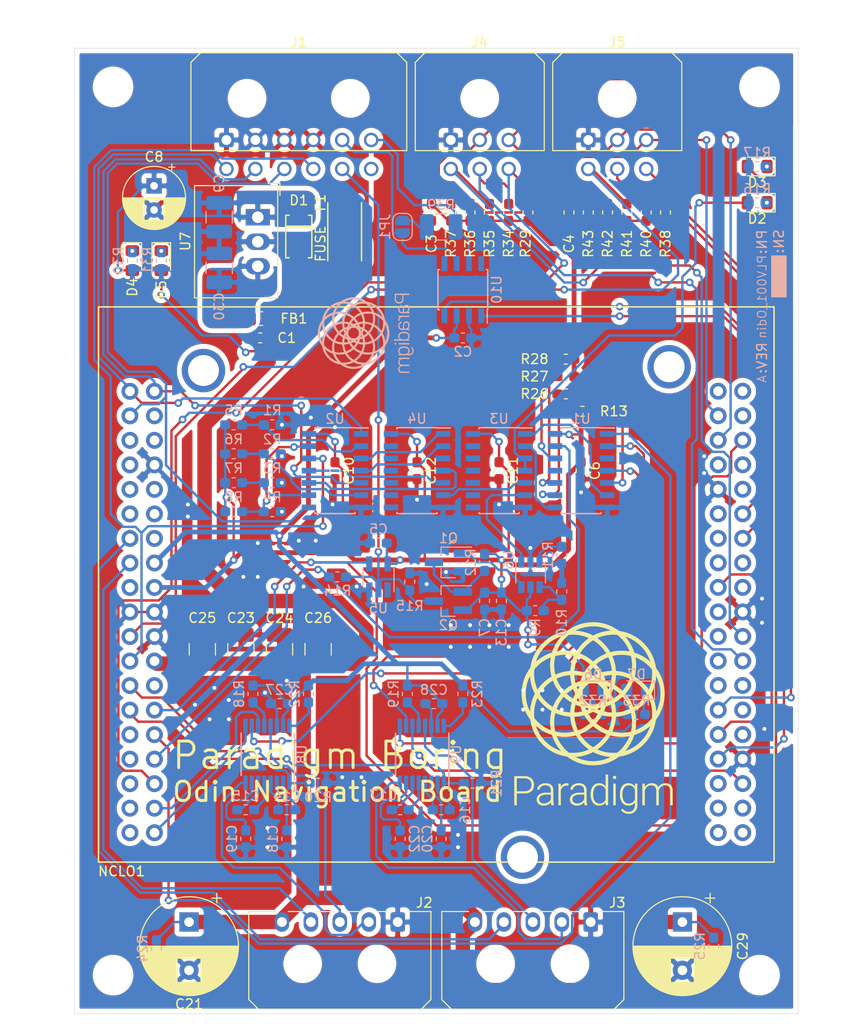
<source format=kicad_pcb>
(kicad_pcb (version 20171130) (host pcbnew "(5.1.0)-1")
  (title_block (title "Odin Navigation Board") (rev A) (comment 1 JR) (comment 2 PLV001_Odin))
  (layers (0 F.Cu signal) (31 B.Cu signal) (34 B.Paste user) (35 F.Paste user) (36 B.SilkS user) (37 F.SilkS user) (38 B.Mask user) (39 F.Mask user) (44 Edge.Cuts user))
  (net 0 "")
  (net 1 +12V)
  (net 2 GND)
  (net 3 +3V3)
  (net 4 +5V)
  (net 5 +24V)
  (net 6 "Net-(C14-Pad1)")
  (net 7 "Net-(C14-Pad2)")
  (net 8 "Net-(C15-Pad2)")
  (net 9 "Net-(C15-Pad1)")
  (net 10 "Net-(C16-Pad2)")
  (net 11 "Net-(C16-Pad1)")
  (net 12 "Net-(C17-Pad1)")
  (net 13 "Net-(C17-Pad2)")
  (net 14 "Net-(C18-Pad1)")
  (net 15 "Net-(C19-Pad1)")
  (net 16 "Net-(C20-Pad1)")
  (net 17 "Net-(C22-Pad1)")
  (net 18 "Net-(C30-Pad1)")
  (net 19 "Net-(D1-Pad2)")
  (net 20 "Net-(D2-Pad1)")
  (net 21 "Net-(D2-Pad2)")
  (net 22 /HEARTBEAT_BUFF)
  (net 23 "Net-(D3-Pad1)")
  (net 24 "Net-(D4-Pad1)")
  (net 25 "Net-(D5-Pad1)")
  (net 26 "Net-(D6-Pad1)")
  (net 27 "Net-(D7-Pad1)")
  (net 28 /VIN)
  (net 29 /CANL)
  (net 30 /CANH)
  (net 31 /HEARTBEAT_ADDRESS_1)
  (net 32 /HEARTBEAT_ADDRESS_2)
  (net 33 /HEARTBEAT_ADDRESS_3)
  (net 34 /HEARTBEAT_ADDRESS_4)
  (net 35 /HEARTBEAT)
  (net 36 "Net-(J1-Pad12)")
  (net 37 /Transceivers/232_1_RX)
  (net 38 /Transceivers/232_1_TX)
  (net 39 /IMU_TOV)
  (net 40 /INS_PPS)
  (net 41 /Transceivers/232_2_TX)
  (net 42 /Transceivers/232_2_RX)
  (net 43 /ROT1_PPS1)
  (net 44 /ROT1_PPS2)
  (net 45 /ROT1_PPS3)
  (net 46 /ROT1_PPS4)
  (net 47 /ROT1_PPS5)
  (net 48 /ROT2_PPS5)
  (net 49 /ROT2_PPS4)
  (net 50 /ROT2_PPS3)
  (net 51 /ROT2_PPS2)
  (net 52 /ROT2_PPS1)
  (net 53 "Net-(JP1-Pad1)")
  (net 54 "Net-(NCLO1-Pad4)")
  (net 55 "Net-(NCLO1-Pad5)")
  (net 56 "Net-(NCLO1-Pad7)")
  (net 57 "Net-(NCLO1-Pad6)")
  (net 58 "Net-(NCLO1-Pad9)")
  (net 59 "Net-(NCLO1-Pad14)")
  (net 60 "Net-(NCLO1-Pad12)")
  (net 61 "Net-(NCLO1-Pad11)")
  (net 62 "Net-(NCLO1-Pad10)")
  (net 63 "Net-(NCLO1-Pad17)")
  (net 64 /n232_1_EN)
  (net 65 "Net-(NCLO1-Pad31)")
  (net 66 /n232_2_EN)
  (net 67 "Net-(NCLO1-Pad29)")
  (net 68 /MCU_QB_INPUT)
  (net 69 "Net-(NCLO1-Pad26)")
  (net 70 /HEARTBEAT_RESTART)
  (net 71 "Net-(NCLO1-Pad37)")
  (net 72 /UART1_TX)
  (net 73 "Net-(NCLO1-Pad35)")
  (net 74 /UART1_RX)
  (net 75 "Net-(NCLO1-Pad33)")
  (net 76 "Net-(NCLO1-Pad40)")
  (net 77 "Net-(NCLO1-Pad46)")
  (net 78 "Net-(NCLO1-Pad45)")
  (net 79 /UART2_RX)
  (net 80 "Net-(NCLO1-Pad54)")
  (net 81 /CAN_RX)
  (net 82 "Net-(NCLO1-Pad49)")
  (net 83 "Net-(NCLO1-Pad39)")
  (net 84 "Net-(NCLO1-Pad51)")
  (net 85 "Net-(NCLO1-Pad48)")
  (net 86 "Net-(NCLO1-Pad59)")
  (net 87 "Net-(NCLO1-Pad53)")
  (net 88 /CAN_TX)
  (net 89 "Net-(NCLO1-Pad61)")
  (net 90 "Net-(NCLO1-Pad57)")
  (net 91 "Net-(NCLO1-Pad56)")
  (net 92 "Net-(NCLO1-Pad42)")
  (net 93 "Net-(NCLO1-Pad66)")
  (net 94 "Net-(NCLO1-Pad71)")
  (net 95 "Net-(NCLO1-Pad68)")
  (net 96 "Net-(NCLO1-Pad75)")
  (net 97 "Net-(NCLO1-Pad63)")
  (net 98 "Net-(NCLO1-Pad64)")
  (net 99 "Net-(NCLO1-Pad74)")
  (net 100 /UART2_TX)
  (net 101 "Net-(NCLO1-Pad73)")
  (net 102 "Net-(NCLO1-Pad76)")
  (net 103 "Net-(Q1-Pad1)")
  (net 104 "Net-(R1-Pad2)")
  (net 105 "Net-(R2-Pad2)")
  (net 106 "Net-(R3-Pad2)")
  (net 107 "Net-(R4-Pad2)")
  (net 108 "Net-(R10-Pad1)")
  (net 109 "Net-(R11-Pad1)")
  (net 110 /AvionicsHeartbeatTemplate/HEARTBEAT_INPUT_4)
  (net 111 "Net-(R18-Pad2)")
  (net 112 "Net-(R19-Pad2)")
  (net 113 "Net-(R22-Pad2)")
  (net 114 "Net-(R23-Pad2)")
  (net 115 /AvionicsHeartbeatTemplate/HEARTBEAT_INPUT_5)
  (net 116 /AvionicsHeartbeatTemplate/HEARTBEAT_INPUT_6)
  (net 117 /AvionicsHeartbeatTemplate/HEARTBEAT_INPUT_7)
  (net 118 /232_1_VALID)
  (net 119 /232_2_VALID)
  (net 120 "Net-(U1-Pad6)")
  (net 121 "Net-(U1-Pad8)")
  (net 122 "Net-(U2-Pad3)")
  (net 123 "Net-(U2-Pad4)")
  (net 124 "Net-(U2-Pad10)")
  (net 125 "Net-(U2-Pad11)")
  (net 126 "Net-(U3-Pad6)")
  (net 127 "Net-(U3-Pad5)")
  (net 128 "Net-(U10-Pad5)")
  (net 129 "Net-(U10-Pad8)")
  (net 130 "Net-(Q1-Pad3)")
  (module BoringFootprints:Paradigm_NameBelow_12.7mm (layer B.Cu) (at 131.25 82.5 270)
    (fp_text reference G*** hide)
    (fp_text value LOGO hide)
  )
  (module BoringFootprints:Paradigm_NameBelow_25.4mm (layer F.Cu) (at 154.75 122.5)
    (fp_text reference G*** hide)
    (fp_text value LOGO hide)
  )
  (module BoringFootprints:Paradigm_Title_Block (layer B.Cu) (at 172.5 79.25 270)
    (fp_text reference REF**)
    (fp_text value Paradigm_Title_Block)
    (fp_text user SN: (at -6.25 -1.5 270) (layer B.SilkS) (effects (justify mirror)))
    (fp_text user "PN:            REV:" (at 0 0.25 270) (layer B.SilkS) (effects (justify mirror)))
  )
  (module BoringFootprints:ST_Nucleo-64 (layer F.Cu) (at 106.75 134.25)
    (fp_text reference NCLO1 (at -0.875 4) (layer F.SilkS))
    (fp_text value NUCLEO-L476RG)
    (pad "" np_thru_hole circle (at 40.68 2.54) (size 4.5 4.5) (drill 3.2) (layers *.Cu *.Mask))
    (pad "" np_thru_hole circle (at 7.62 -47.87) (size 4.5 4.5) (drill 3.2) (layers *.Cu *.Mask))
    (pad "" np_thru_hole circle (at 55.88 -48.26) (size 4.5 4.5) (drill 3.2) (layers *.Cu *.Mask))
    (pad 69 thru_hole circle (at 60.96 -7.63) (size 1.75 1.75) (drill 1.016) (layers *.Cu *.Mask) (net 44 /ROT1_PPS2))
    (pad 76 thru_hole circle (at 63.5 -0.01) (size 1.75 1.75) (drill 1.016) (layers *.Cu *.Mask) (net 102 "Net-(NCLO1-Pad76)"))
    (pad 73 thru_hole circle (at 60.96 -2.55) (size 1.75 1.75) (drill 1.016) (layers *.Cu *.Mask) (net 101 "Net-(NCLO1-Pad73)"))
    (pad 72 thru_hole circle (at 63.5 -5.09) (size 1.75 1.75) (drill 1.016) (layers *.Cu *.Mask) (net 100 /UART2_TX))
    (pad 74 thru_hole circle (at 63.5 -2.55) (size 1.75 1.75) (drill 1.016) (layers *.Cu *.Mask) (net 99 "Net-(NCLO1-Pad74)"))
    (pad 70 thru_hole circle (at 63.5 -7.63) (size 1.75 1.75) (drill 1.016) (layers *.Cu *.Mask) (net 2 GND))
    (pad 64 thru_hole circle (at 63.5 -15.25) (size 1.75 1.75) (drill 1.016) (layers *.Cu *.Mask) (net 98 "Net-(NCLO1-Pad64)"))
    (pad 63 thru_hole circle (at 60.96 -15.25) (size 1.75 1.75) (drill 1.016) (layers *.Cu *.Mask) (net 97 "Net-(NCLO1-Pad63)"))
    (pad 75 thru_hole circle (at 60.96 -0.01) (size 1.75 1.75) (drill 1.016) (layers *.Cu *.Mask) (net 96 "Net-(NCLO1-Pad75)"))
    (pad 68 thru_hole circle (at 63.5 -10.17) (size 1.75 1.75) (drill 1.016) (layers *.Cu *.Mask) (net 95 "Net-(NCLO1-Pad68)"))
    (pad 67 thru_hole circle (at 60.96 -10.17) (size 1.75 1.75) (drill 1.016) (layers *.Cu *.Mask) (net 48 /ROT2_PPS5))
    (pad 71 thru_hole circle (at 60.96 -5.09) (size 1.75 1.75) (drill 1.016) (layers *.Cu *.Mask) (net 94 "Net-(NCLO1-Pad71)"))
    (pad 65 thru_hole circle (at 60.96 -12.71) (size 1.75 1.75) (drill 1.016) (layers *.Cu *.Mask) (net 43 /ROT1_PPS1))
    (pad 66 thru_hole circle (at 63.5 -12.71) (size 1.75 1.75) (drill 1.016) (layers *.Cu *.Mask) (net 93 "Net-(NCLO1-Pad66)"))
    (pad 42 thru_hole circle (at 63.5 -43.19) (size 1.75 1.75) (drill 1.016) (layers *.Cu *.Mask) (net 92 "Net-(NCLO1-Pad42)"))
    (pad 56 thru_hole circle (at 63.5 -25.41) (size 1.75 1.75) (drill 1.016) (layers *.Cu *.Mask) (net 91 "Net-(NCLO1-Pad56)"))
    (pad 57 thru_hole circle (at 60.96 -22.87) (size 1.75 1.75) (drill 1.016) (layers *.Cu *.Mask) (net 90 "Net-(NCLO1-Pad57)"))
    (pad 58 thru_hole circle (at 63.5 -22.87) (size 1.75 1.75) (drill 1.016) (layers *.Cu *.Mask) (net 2 GND))
    (pad 60 thru_hole circle (at 63.5 -20.33) (size 1.75 1.75) (drill 1.016) (layers *.Cu *.Mask) (net 45 /ROT1_PPS3))
    (pad 61 thru_hole circle (at 60.96 -17.79) (size 1.75 1.75) (drill 1.016) (layers *.Cu *.Mask) (net 89 "Net-(NCLO1-Pad61)"))
    (pad 47 thru_hole circle (at 60.96 -35.57) (size 1.75 1.75) (drill 1.016) (layers *.Cu *.Mask) (net 2 GND))
    (pad 55 thru_hole circle (at 60.96 -25.41) (size 1.75 1.75) (drill 1.016) (layers *.Cu *.Mask) (net 49 /ROT2_PPS4))
    (pad 50 thru_hole circle (at 63.5 -33.03) (size 1.75 1.75) (drill 1.016) (layers *.Cu *.Mask) (net 88 /CAN_TX))
    (pad 53 thru_hole circle (at 60.96 -27.95) (size 1.75 1.75) (drill 1.016) (layers *.Cu *.Mask) (net 87 "Net-(NCLO1-Pad53)"))
    (pad 62 thru_hole circle (at 63.5 -17.79) (size 1.75 1.75) (drill 1.016) (layers *.Cu *.Mask) (net 46 /ROT1_PPS4))
    (pad 59 thru_hole circle (at 60.96 -20.33) (size 1.75 1.75) (drill 1.016) (layers *.Cu *.Mask) (net 86 "Net-(NCLO1-Pad59)"))
    (pad 48 thru_hole circle (at 63.5 -35.57) (size 1.75 1.75) (drill 1.016) (layers *.Cu *.Mask) (net 85 "Net-(NCLO1-Pad48)"))
    (pad 51 thru_hole circle (at 60.96 -30.49) (size 1.75 1.75) (drill 1.016) (layers *.Cu *.Mask) (net 84 "Net-(NCLO1-Pad51)"))
    (pad 39 thru_hole circle (at 60.96 -45.73) (size 1.75 1.75) (drill 1.016) (layers *.Cu *.Mask) (net 83 "Net-(NCLO1-Pad39)"))
    (pad 49 thru_hole circle (at 60.96 -33.03) (size 1.75 1.75) (drill 1.016) (layers *.Cu *.Mask) (net 82 "Net-(NCLO1-Pad49)"))
    (pad 52 thru_hole circle (at 63.5 -30.49) (size 1.75 1.75) (drill 1.016) (layers *.Cu *.Mask) (net 81 /CAN_RX))
    (pad 54 thru_hole circle (at 63.5 -27.95) (size 1.75 1.75) (drill 1.016) (layers *.Cu *.Mask) (net 80 "Net-(NCLO1-Pad54)"))
    (pad 41 thru_hole circle (at 60.96 -43.19) (size 1.75 1.75) (drill 1.016) (layers *.Cu *.Mask) (net 51 /ROT2_PPS2))
    (pad 44 thru_hole circle (at 63.5 -40.65) (size 1.75 1.75) (drill 1.016) (layers *.Cu *.Mask) (net 79 /UART2_RX))
    (pad 45 thru_hole circle (at 60.96 -38.11) (size 1.75 1.75) (drill 1.016) (layers *.Cu *.Mask) (net 78 "Net-(NCLO1-Pad45)"))
    (pad 46 thru_hole circle (at 63.5 -38.11) (size 1.75 1.75) (drill 1.016) (layers *.Cu *.Mask) (net 77 "Net-(NCLO1-Pad46)"))
    (pad 43 thru_hole circle (at 60.96 -40.65) (size 1.75 1.75) (drill 1.016) (layers *.Cu *.Mask) (net 52 /ROT2_PPS1))
    (pad 40 thru_hole circle (at 63.5 -45.73) (size 1.75 1.75) (drill 1.016) (layers *.Cu *.Mask) (net 76 "Net-(NCLO1-Pad40)"))
    (pad 33 thru_hole circle (at 0 -5.08) (size 1.75 1.75) (drill 1.016) (layers *.Cu *.Mask) (net 75 "Net-(NCLO1-Pad33)"))
    (pad 38 thru_hole circle (at 2.54 0) (size 1.75 1.75) (drill 1.016) (layers *.Cu *.Mask) (net 74 /UART1_RX))
    (pad 35 thru_hole circle (at 0 -2.54) (size 1.75 1.75) (drill 1.016) (layers *.Cu *.Mask) (net 73 "Net-(NCLO1-Pad35)"))
    (pad 34 thru_hole circle (at 2.54 -5.08) (size 1.75 1.75) (drill 1.016) (layers *.Cu *.Mask) (net 47 /ROT1_PPS5))
    (pad 36 thru_hole circle (at 2.54 -2.54) (size 1.75 1.75) (drill 1.016) (layers *.Cu *.Mask) (net 72 /UART1_TX))
    (pad 37 thru_hole circle (at 0 0) (size 1.75 1.75) (drill 1.016) (layers *.Cu *.Mask) (net 71 "Net-(NCLO1-Pad37)"))
    (pad 32 thru_hole circle (at 2.54 -7.62) (size 1.75 1.75) (drill 1.016) (layers *.Cu *.Mask) (net 70 /HEARTBEAT_RESTART))
    (pad 28 thru_hole circle (at 2.54 -12.7) (size 1.75 1.75) (drill 1.016) (layers *.Cu *.Mask) (net 22 /HEARTBEAT_BUFF))
    (pad 26 thru_hole circle (at 2.54 -15.24) (size 1.75 1.75) (drill 1.016) (layers *.Cu *.Mask) (net 69 "Net-(NCLO1-Pad26)"))
    (pad 30 thru_hole circle (at 2.54 -10.16) (size 1.75 1.75) (drill 1.016) (layers *.Cu *.Mask) (net 68 /MCU_QB_INPUT))
    (pad 29 thru_hole circle (at 0 -10.16) (size 1.75 1.75) (drill 1.016) (layers *.Cu *.Mask) (net 67 "Net-(NCLO1-Pad29)"))
    (pad 27 thru_hole circle (at 0 -12.7) (size 1.75 1.75) (drill 1.016) (layers *.Cu *.Mask) (net 66 /n232_2_EN))
    (pad 31 thru_hole circle (at 0 -7.62) (size 1.75 1.75) (drill 1.016) (layers *.Cu *.Mask) (net 65 "Net-(NCLO1-Pad31)"))
    (pad 25 thru_hole circle (at 0 -15.24) (size 1.75 1.75) (drill 1.016) (layers *.Cu *.Mask) (net 64 /n232_1_EN))
    (pad 18 thru_hole circle (at 2.54 -25.4) (size 1.75 1.75) (drill 1.016) (layers *.Cu *.Mask) (net 4 +5V))
    (pad 19 thru_hole circle (at 0 -22.86) (size 1.75 1.75) (drill 1.016) (layers *.Cu *.Mask) (net 2 GND))
    (pad 20 thru_hole circle (at 2.54 -22.86) (size 1.75 1.75) (drill 1.016) (layers *.Cu *.Mask) (net 2 GND))
    (pad 22 thru_hole circle (at 2.54 -20.32) (size 1.75 1.75) (drill 1.016) (layers *.Cu *.Mask) (net 2 GND))
    (pad 23 thru_hole circle (at 0 -17.78) (size 1.75 1.75) (drill 1.016) (layers *.Cu *.Mask) (net 34 /HEARTBEAT_ADDRESS_4))
    (pad 24 thru_hole circle (at 2.54 -17.78) (size 1.75 1.75) (drill 1.016) (layers *.Cu *.Mask) (net 1 +12V))
    (pad 21 thru_hole circle (at 0 -20.32) (size 1.75 1.75) (drill 1.016) (layers *.Cu *.Mask) (net 50 /ROT2_PPS3))
    (pad 17 thru_hole circle (at 0 -25.4) (size 1.75 1.75) (drill 1.016) (layers *.Cu *.Mask) (net 63 "Net-(NCLO1-Pad17)"))
    (pad 10 thru_hole circle (at 2.54 -35.56) (size 1.75 1.75) (drill 1.016) (layers *.Cu *.Mask) (net 62 "Net-(NCLO1-Pad10)"))
    (pad 11 thru_hole circle (at 0 -33.02) (size 1.75 1.75) (drill 1.016) (layers *.Cu *.Mask) (net 61 "Net-(NCLO1-Pad11)"))
    (pad 12 thru_hole circle (at 2.54 -33.02) (size 1.75 1.75) (drill 1.016) (layers *.Cu *.Mask) (net 60 "Net-(NCLO1-Pad12)"))
    (pad 14 thru_hole circle (at 2.54 -30.48) (size 1.75 1.75) (drill 1.016) (layers *.Cu *.Mask) (net 59 "Net-(NCLO1-Pad14)"))
    (pad 15 thru_hole circle (at 0 -27.94) (size 1.75 1.75) (drill 1.016) (layers *.Cu *.Mask) (net 39 /IMU_TOV))
    (pad 16 thru_hole circle (at 2.54 -27.94) (size 1.75 1.75) (drill 1.016) (layers *.Cu *.Mask) (net 3 +3V3))
    (pad 13 thru_hole circle (at 0 -30.48) (size 1.75 1.75) (drill 1.016) (layers *.Cu *.Mask) (net 40 /INS_PPS))
    (pad 9 thru_hole circle (at 0 -35.56) (size 1.75 1.75) (drill 1.016) (layers *.Cu *.Mask) (net 58 "Net-(NCLO1-Pad9)"))
    (pad 6 thru_hole circle (at 2.54 -40.64) (size 1.75 1.75) (drill 1.016) (layers *.Cu *.Mask) (net 57 "Net-(NCLO1-Pad6)"))
    (pad 7 thru_hole circle (at 0 -38.1) (size 1.75 1.75) (drill 1.016) (layers *.Cu *.Mask) (net 56 "Net-(NCLO1-Pad7)"))
    (pad 8 thru_hole circle (at 2.54 -38.1) (size 1.75 1.75) (drill 1.016) (layers *.Cu *.Mask) (net 2 GND))
    (pad 5 thru_hole circle (at 0 -40.64) (size 1.75 1.75) (drill 1.016) (layers *.Cu *.Mask) (net 55 "Net-(NCLO1-Pad5)"))
    (pad 4 thru_hole circle (at 2.54 -43.18) (size 1.75 1.75) (drill 1.016) (layers *.Cu *.Mask) (net 54 "Net-(NCLO1-Pad4)"))
    (pad 3 thru_hole circle (at 0 -43.18) (size 1.75 1.75) (drill 1.016) (layers *.Cu *.Mask) (net 33 /HEARTBEAT_ADDRESS_3))
    (pad 2 thru_hole circle (at 2.54 -45.72) (size 1.75 1.75) (drill 1.016) (layers *.Cu *.Mask) (net 32 /HEARTBEAT_ADDRESS_2))
    (pad 1 thru_hole circle (at 0 -45.72) (size 1.75 1.75) (drill 1.016) (layers *.Cu *.Mask) (net 31 /HEARTBEAT_ADDRESS_1))
  )
  (module MountingHole:MountingHole_3.2mm_M3 (layer F.Cu) (at 172 57)
    (fp_text reference REF**)
    (fp_text value MountingHole_3.2mm_M3)
    (pad 1 np_thru_hole circle (at 0 0) (size 3.2 3.2) (drill 3.2) (layers *.Cu *.Mask))
  )
  (module MountingHole:MountingHole_3.2mm_M3 (layer F.Cu) (at 172 149)
    (fp_text reference REF**)
    (fp_text value MountingHole_3.2mm_M3)
    (pad 1 np_thru_hole circle (at 0 0) (size 3.2 3.2) (drill 3.2) (layers *.Cu *.Mask))
  )
  (module MountingHole:MountingHole_3.2mm_M3 (layer F.Cu) (at 105 149)
    (fp_text reference REF**)
    (fp_text value MountingHole_3.2mm_M3)
    (pad 1 np_thru_hole circle (at 0 0) (size 3.2 3.2) (drill 3.2) (layers *.Cu *.Mask))
  )
  (module MountingHole:MountingHole_3.2mm_M3 (layer F.Cu) (at 105 57)
    (fp_text reference REF**)
    (fp_text value MountingHole_3.2mm_M3)
    (pad 1 np_thru_hole circle (at 0 0) (size 3.2 3.2) (drill 3.2) (layers *.Cu *.Mask))
  )
  (module Package_SO:SOIC-14_3.9x8.7mm_P1.27mm (layer B.Cu) (at 128 96.75 180)
    (fp_text reference U2 (at 0 5.375 180) (layer B.SilkS) (effects (justify mirror)))
    (fp_text value 74HC266)
    (pad 1 smd rect (at -2.7 3.81 180) (size 1.5 0.6) (layers B.Cu B.Paste B.Mask) (net 31 /HEARTBEAT_ADDRESS_1))
    (pad 2 smd rect (at -2.7 2.54 180) (size 1.5 0.6) (layers B.Cu B.Paste B.Mask) (net 104 "Net-(R1-Pad2)"))
    (pad 3 smd rect (at -2.7 1.27 180) (size 1.5 0.6) (layers B.Cu B.Paste B.Mask) (net 122 "Net-(U2-Pad3)"))
    (pad 4 smd rect (at -2.7 0 180) (size 1.5 0.6) (layers B.Cu B.Paste B.Mask) (net 123 "Net-(U2-Pad4)"))
    (pad 5 smd rect (at -2.7 -1.27 180) (size 1.5 0.6) (layers B.Cu B.Paste B.Mask) (net 32 /HEARTBEAT_ADDRESS_2))
    (pad 6 smd rect (at -2.7 -2.54 180) (size 1.5 0.6) (layers B.Cu B.Paste B.Mask) (net 105 "Net-(R2-Pad2)"))
    (pad 7 smd rect (at -2.7 -3.81 180) (size 1.5 0.6) (layers B.Cu B.Paste B.Mask) (net 2 GND))
    (pad 8 smd rect (at 2.7 -3.81 180) (size 1.5 0.6) (layers B.Cu B.Paste B.Mask) (net 33 /HEARTBEAT_ADDRESS_3))
    (pad 9 smd rect (at 2.7 -2.54 180) (size 1.5 0.6) (layers B.Cu B.Paste B.Mask) (net 106 "Net-(R3-Pad2)"))
    (pad 10 smd rect (at 2.7 -1.27 180) (size 1.5 0.6) (layers B.Cu B.Paste B.Mask) (net 124 "Net-(U2-Pad10)"))
    (pad 11 smd rect (at 2.7 0 180) (size 1.5 0.6) (layers B.Cu B.Paste B.Mask) (net 125 "Net-(U2-Pad11)"))
    (pad 12 smd rect (at 2.7 1.27 180) (size 1.5 0.6) (layers B.Cu B.Paste B.Mask) (net 34 /HEARTBEAT_ADDRESS_4))
    (pad 13 smd rect (at 2.7 2.54 180) (size 1.5 0.6) (layers B.Cu B.Paste B.Mask) (net 107 "Net-(R4-Pad2)"))
    (pad 14 smd rect (at 2.7 3.81 180) (size 1.5 0.6) (layers B.Cu B.Paste B.Mask) (net 4 +5V))
  )
  (module Capacitor_SMD:C_0603_1608Metric_Pad1.05x0.95mm_HandSolder (layer F.Cu) (at 120.25 83 180)
    (fp_text reference C1 (at -2.75 0 180) (layer F.SilkS))
    (fp_text value 0.1uF)
    (pad 1 smd roundrect (at -0.875 0 180) (size 1.05 0.95) (layers F.Cu F.Paste F.Mask) (net 1 +12V))
    (pad 2 smd roundrect (at 0.875 0 180) (size 1.05 0.95) (layers F.Cu F.Paste F.Mask) (net 2 GND))
  )
  (module Capacitor_SMD:C_0603_1608Metric_Pad1.05x0.95mm_HandSolder (layer B.Cu) (at 141.25 83)
    (fp_text reference C2 (at 0 1.43) (layer B.SilkS) (effects (justify mirror)))
    (fp_text value 0.1uF)
    (pad 2 smd roundrect (at 0.875 0) (size 1.05 0.95) (layers B.Cu B.Paste B.Mask) (net 2 GND))
    (pad 1 smd roundrect (at -0.875 0) (size 1.05 0.95) (layers B.Cu B.Paste B.Mask) (net 3 +3V3))
  )
  (module Capacitor_SMD:C_0603_1608Metric_Pad1.05x0.95mm_HandSolder (layer F.Cu) (at 138 70 270)
    (fp_text reference C3 (at 3.25 0 270) (layer F.SilkS))
    (fp_text value 0.1uF)
    (pad 2 smd roundrect (at 0.875 0 270) (size 1.05 0.95) (layers F.Cu F.Paste F.Mask) (net 2 GND))
    (pad 1 smd roundrect (at -0.875 0 270) (size 1.05 0.95) (layers F.Cu F.Paste F.Mask) (net 4 +5V))
  )
  (module Capacitor_SMD:C_0603_1608Metric_Pad1.05x0.95mm_HandSolder (layer F.Cu) (at 152.25 70 270)
    (fp_text reference C4 (at 3.25 0 270) (layer F.SilkS))
    (fp_text value 0.1uF)
    (pad 1 smd roundrect (at -0.875 0 270) (size 1.05 0.95) (layers F.Cu F.Paste F.Mask) (net 4 +5V))
    (pad 2 smd roundrect (at 0.875 0 270) (size 1.05 0.95) (layers F.Cu F.Paste F.Mask) (net 2 GND))
  )
  (module Capacitor_SMD:C_0603_1608Metric_Pad1.05x0.95mm_HandSolder (layer B.Cu) (at 132.5 104.25 180)
    (fp_text reference C5 (at 0 1.43 180) (layer B.SilkS) (effects (justify mirror)))
    (fp_text value 0.1uF)
    (pad 2 smd roundrect (at 0.875 0 180) (size 1.05 0.95) (layers B.Cu B.Paste B.Mask) (net 2 GND))
    (pad 1 smd roundrect (at -0.875 0 180) (size 1.05 0.95) (layers B.Cu B.Paste B.Mask) (net 4 +5V))
  )
  (module Capacitor_SMD:C_0603_1608Metric_Pad1.05x0.95mm_HandSolder (layer F.Cu) (at 153.5 96.75 270)
    (fp_text reference C6 (at 0 -1.43 270) (layer F.SilkS))
    (fp_text value 0.1uF)
    (pad 2 smd roundrect (at 0.875 0 270) (size 1.05 0.95) (layers F.Cu F.Paste F.Mask) (net 2 GND))
    (pad 1 smd roundrect (at -0.875 0 270) (size 1.05 0.95) (layers F.Cu F.Paste F.Mask) (net 4 +5V))
  )
  (module Capacitor_SMD:C_0603_1608Metric_Pad1.05x0.95mm_HandSolder (layer B.Cu) (at 143.5 110.25 270)
    (fp_text reference C7 (at 2.75 0 270) (layer B.SilkS) (effects (justify mirror)))
    (fp_text value 1uF)
    (pad 1 smd roundrect (at -0.875 0 270) (size 1.05 0.95) (layers B.Cu B.Paste B.Mask) (net 4 +5V))
    (pad 2 smd roundrect (at 0.875 0 270) (size 1.05 0.95) (layers B.Cu B.Paste B.Mask) (net 2 GND))
  )
  (module Capacitor_THT:CP_Radial_D6.3mm_P2.50mm (layer F.Cu) (at 109.25 67.25 270)
    (fp_text reference C8 (at -3 0) (layer F.SilkS))
    (fp_text value 47uF)
    (pad 1 thru_hole rect (at 0 0 270) (size 1.6 1.6) (drill 0.8) (layers *.Cu *.Mask) (net 5 +24V))
    (pad 2 thru_hole circle (at 2.5 0 270) (size 1.6 1.6) (drill 0.8) (layers *.Cu *.Mask) (net 2 GND))
  )
  (module Capacitor_SMD:C_1210_3225Metric_Pad1.42x2.65mm_HandSolder (layer B.Cu) (at 116 70.5 270)
    (fp_text reference C9 (at -3.5 0 270) (layer B.SilkS) (effects (justify mirror)))
    (fp_text value 10uF)
    (pad 2 smd roundrect (at 1.4875 0 270) (size 1.425 2.65) (layers B.Cu B.Paste B.Mask) (roundrect_rratio 0.175439) (net 2 GND))
    (pad 1 smd roundrect (at -1.4875 0 270) (size 1.425 2.65) (layers B.Cu B.Paste B.Mask) (roundrect_rratio 0.175439) (net 5 +24V))
  )
  (module Capacitor_SMD:C_0603_1608Metric_Pad1.05x0.95mm_HandSolder (layer F.Cu) (at 128 96.75 270)
    (fp_text reference C10 (at 0 -1.43 270) (layer F.SilkS))
    (fp_text value 0.1uF)
    (pad 1 smd roundrect (at -0.875 0 270) (size 1.05 0.95) (layers F.Cu F.Paste F.Mask) (net 4 +5V))
    (pad 2 smd roundrect (at 0.875 0 270) (size 1.05 0.95) (layers F.Cu F.Paste F.Mask) (net 2 GND))
  )
  (module Capacitor_SMD:C_0603_1608Metric_Pad1.05x0.95mm_HandSolder (layer F.Cu) (at 145 96.75 270)
    (fp_text reference C11 (at 0 -1.43 270) (layer F.SilkS))
    (fp_text value 0.1uF)
    (pad 2 smd roundrect (at 0.875 0 270) (size 1.05 0.95) (layers F.Cu F.Paste F.Mask) (net 2 GND))
    (pad 1 smd roundrect (at -0.875 0 270) (size 1.05 0.95) (layers F.Cu F.Paste F.Mask) (net 4 +5V))
  )
  (module Capacitor_SMD:C_0603_1608Metric_Pad1.05x0.95mm_HandSolder (layer F.Cu) (at 136.5 96.75 270)
    (fp_text reference C12 (at 0 -1.43 270) (layer F.SilkS))
    (fp_text value 0.1uF)
    (pad 1 smd roundrect (at -0.875 0 270) (size 1.05 0.95) (layers F.Cu F.Paste F.Mask) (net 4 +5V))
    (pad 2 smd roundrect (at 0.875 0 270) (size 1.05 0.95) (layers F.Cu F.Paste F.Mask) (net 2 GND))
  )
  (module Capacitor_SMD:C_0603_1608Metric_Pad1.05x0.95mm_HandSolder (layer B.Cu) (at 145.25 110.25 270)
    (fp_text reference C13 (at 3.25 0 270) (layer B.SilkS) (effects (justify mirror)))
    (fp_text value 0.1uF)
    (pad 2 smd roundrect (at 0.875 0 270) (size 1.05 0.95) (layers B.Cu B.Paste B.Mask) (net 2 GND))
    (pad 1 smd roundrect (at -0.875 0 270) (size 1.05 0.95) (layers B.Cu B.Paste B.Mask) (net 4 +5V))
  )
  (module Capacitor_SMD:C_0603_1608Metric_Pad1.05x0.95mm_HandSolder (layer B.Cu) (at 123 131.875 180)
    (fp_text reference C14 (at 0 1.43 180) (layer B.SilkS) (effects (justify mirror)))
    (fp_text value 0.1uF)
    (pad 1 smd roundrect (at -0.875 0 180) (size 1.05 0.95) (layers B.Cu B.Paste B.Mask) (net 6 "Net-(C14-Pad1)"))
    (pad 2 smd roundrect (at 0.875 0 180) (size 1.05 0.95) (layers B.Cu B.Paste B.Mask) (net 7 "Net-(C14-Pad2)"))
  )
  (module Capacitor_SMD:C_0603_1608Metric_Pad1.05x0.95mm_HandSolder (layer B.Cu) (at 118.75 131.875 180)
    (fp_text reference C15 (at 0 1.43 180) (layer B.SilkS) (effects (justify mirror)))
    (fp_text value 0.1uF)
    (pad 2 smd roundrect (at 0.875 0 180) (size 1.05 0.95) (layers B.Cu B.Paste B.Mask) (net 8 "Net-(C15-Pad2)"))
    (pad 1 smd roundrect (at -0.875 0 180) (size 1.05 0.95) (layers B.Cu B.Paste B.Mask) (net 9 "Net-(C15-Pad1)"))
  )
  (module Capacitor_SMD:C_0603_1608Metric_Pad1.05x0.95mm_HandSolder (layer B.Cu) (at 139 131.875 180)
    (fp_text reference C16 (at -2.5 0 90) (layer B.SilkS) (effects (justify mirror)))
    (fp_text value 0.1uF)
    (pad 2 smd roundrect (at 0.875 0 180) (size 1.05 0.95) (layers B.Cu B.Paste B.Mask) (net 10 "Net-(C16-Pad2)"))
    (pad 1 smd roundrect (at -0.875 0 180) (size 1.05 0.95) (layers B.Cu B.Paste B.Mask) (net 11 "Net-(C16-Pad1)"))
  )
  (module Capacitor_SMD:C_0603_1608Metric_Pad1.05x0.95mm_HandSolder (layer B.Cu) (at 134.75 131.875 180)
    (fp_text reference C17 (at 1.75 1.5) (layer B.SilkS) (effects (justify mirror)))
    (fp_text value 0.1uF)
    (pad 1 smd roundrect (at -0.875 0 180) (size 1.05 0.95) (layers B.Cu B.Paste B.Mask) (net 12 "Net-(C17-Pad1)"))
    (pad 2 smd roundrect (at 0.875 0 180) (size 1.05 0.95) (layers B.Cu B.Paste B.Mask) (net 13 "Net-(C17-Pad2)"))
  )
  (module Capacitor_SMD:C_0603_1608Metric_Pad1.05x0.95mm_HandSolder (layer B.Cu) (at 123 134.875 270)
    (fp_text reference C18 (at 0 1.43 270) (layer B.SilkS) (effects (justify mirror)))
    (fp_text value 0.1uF)
    (pad 1 smd roundrect (at -0.875 0 270) (size 1.05 0.95) (layers B.Cu B.Paste B.Mask) (net 14 "Net-(C18-Pad1)"))
    (pad 2 smd roundrect (at 0.875 0 270) (size 1.05 0.95) (layers B.Cu B.Paste B.Mask) (net 2 GND))
  )
  (module Capacitor_SMD:C_0603_1608Metric_Pad1.05x0.95mm_HandSolder (layer B.Cu) (at 118.75 134.875 270)
    (fp_text reference C19 (at 0 1.43 270) (layer B.SilkS) (effects (justify mirror)))
    (fp_text value 0.1uF)
    (pad 1 smd roundrect (at -0.875 0 270) (size 1.05 0.95) (layers B.Cu B.Paste B.Mask) (net 15 "Net-(C19-Pad1)"))
    (pad 2 smd roundrect (at 0.875 0 270) (size 1.05 0.95) (layers B.Cu B.Paste B.Mask) (net 2 GND))
  )
  (module Capacitor_SMD:C_0603_1608Metric_Pad1.05x0.95mm_HandSolder (layer B.Cu) (at 139 134.875 270)
    (fp_text reference C20 (at 0 1.43 270) (layer B.SilkS) (effects (justify mirror)))
    (fp_text value 0.1uF)
    (pad 1 smd roundrect (at -0.875 0 270) (size 1.05 0.95) (layers B.Cu B.Paste B.Mask) (net 16 "Net-(C20-Pad1)"))
    (pad 2 smd roundrect (at 0.875 0 270) (size 1.05 0.95) (layers B.Cu B.Paste B.Mask) (net 2 GND))
  )
  (module Capacitor_THT:CP_Radial_D10.0mm_P5.00mm (layer F.Cu) (at 112.875 143.5 270)
    (fp_text reference C21 (at 8.5 0) (layer F.SilkS))
    (fp_text value 470uF)
    (pad 1 thru_hole rect (at 0 0 270) (size 2 2) (drill 1) (layers *.Cu *.Mask) (net 1 +12V))
    (pad 2 thru_hole circle (at 5 0 270) (size 2 2) (drill 1) (layers *.Cu *.Mask) (net 2 GND))
  )
  (module Capacitor_SMD:C_0603_1608Metric_Pad1.05x0.95mm_HandSolder (layer B.Cu) (at 134.75 134.875 270)
    (fp_text reference C22 (at 0 -1.5 270) (layer B.SilkS) (effects (justify mirror)))
    (fp_text value 0.1uF)
    (pad 2 smd roundrect (at 0.875 0 270) (size 1.05 0.95) (layers B.Cu B.Paste B.Mask) (net 2 GND))
    (pad 1 smd roundrect (at -0.875 0 270) (size 1.05 0.95) (layers B.Cu B.Paste B.Mask) (net 17 "Net-(C22-Pad1)"))
  )
  (module Capacitor_SMD:C_1210_3225Metric_Pad1.42x2.65mm_HandSolder (layer F.Cu) (at 118.25 115.25 90)
    (fp_text reference C23 (at 3.25 0 180) (layer F.SilkS))
    (fp_text value 10uF)
    (pad 1 smd roundrect (at -1.4875 0 90) (size 1.425 2.65) (layers F.Cu F.Paste F.Mask) (roundrect_rratio 0.175439) (net 1 +12V))
    (pad 2 smd roundrect (at 1.4875 0 90) (size 1.425 2.65) (layers F.Cu F.Paste F.Mask) (roundrect_rratio 0.175439) (net 2 GND))
  )
  (module Capacitor_SMD:C_1210_3225Metric_Pad1.42x2.65mm_HandSolder (layer F.Cu) (at 122.25 115.25 90)
    (fp_text reference C24 (at 3.25 0 180) (layer F.SilkS))
    (fp_text value 10uF)
    (pad 1 smd roundrect (at -1.4875 0 90) (size 1.425 2.65) (layers F.Cu F.Paste F.Mask) (roundrect_rratio 0.175439) (net 1 +12V))
    (pad 2 smd roundrect (at 1.4875 0 90) (size 1.425 2.65) (layers F.Cu F.Paste F.Mask) (roundrect_rratio 0.175439) (net 2 GND))
  )
  (module Capacitor_SMD:C_1210_3225Metric_Pad1.42x2.65mm_HandSolder (layer F.Cu) (at 114.25 115.25 90)
    (fp_text reference C25 (at 3.25 0 180) (layer F.SilkS))
    (fp_text value 10uF)
    (pad 2 smd roundrect (at 1.4875 0 90) (size 1.425 2.65) (layers F.Cu F.Paste F.Mask) (roundrect_rratio 0.175439) (net 2 GND))
    (pad 1 smd roundrect (at -1.4875 0 90) (size 1.425 2.65) (layers F.Cu F.Paste F.Mask) (roundrect_rratio 0.175439) (net 1 +12V))
  )
  (module Capacitor_SMD:C_1210_3225Metric_Pad1.42x2.65mm_HandSolder (layer F.Cu) (at 126.25 115.25 90)
    (fp_text reference C26 (at 3.25 0 180) (layer F.SilkS))
    (fp_text value 10uF)
    (pad 1 smd roundrect (at -1.4875 0 90) (size 1.425 2.65) (layers F.Cu F.Paste F.Mask) (roundrect_rratio 0.175439) (net 1 +12V))
    (pad 2 smd roundrect (at 1.4875 0 90) (size 1.425 2.65) (layers F.Cu F.Paste F.Mask) (roundrect_rratio 0.175439) (net 2 GND))
  )
  (module Capacitor_SMD:C_0603_1608Metric_Pad1.05x0.95mm_HandSolder (layer B.Cu) (at 122.25 120.875 180)
    (fp_text reference C27 (at 0 1.43 180) (layer B.SilkS) (effects (justify mirror)))
    (fp_text value 0.1uF)
    (pad 1 smd roundrect (at -0.875 0 180) (size 1.05 0.95) (layers B.Cu B.Paste B.Mask) (net 3 +3V3))
    (pad 2 smd roundrect (at 0.875 0 180) (size 1.05 0.95) (layers B.Cu B.Paste B.Mask) (net 2 GND))
  )
  (module Capacitor_SMD:C_0603_1608Metric_Pad1.05x0.95mm_HandSolder (layer B.Cu) (at 138.25 120.875 180)
    (fp_text reference C28 (at 0 1.43 180) (layer B.SilkS) (effects (justify mirror)))
    (fp_text value 0.1uF)
    (pad 2 smd roundrect (at 0.875 0 180) (size 1.05 0.95) (layers B.Cu B.Paste B.Mask) (net 2 GND))
    (pad 1 smd roundrect (at -0.875 0 180) (size 1.05 0.95) (layers B.Cu B.Paste B.Mask) (net 3 +3V3))
  )
  (module Capacitor_THT:CP_Radial_D10.0mm_P5.00mm (layer F.Cu) (at 164 143.5 270)
    (fp_text reference C29 (at 2.5 -6.25 270) (layer F.SilkS))
    (fp_text value 470uF)
    (pad 2 thru_hole circle (at 5 0 270) (size 2 2) (drill 1) (layers *.Cu *.Mask) (net 2 GND))
    (pad 1 thru_hole rect (at 0 0 270) (size 2 2) (drill 1) (layers *.Cu *.Mask) (net 1 +12V))
  )
  (module Capacitor_SMD:C_1210_3225Metric_Pad1.42x2.65mm_HandSolder (layer B.Cu) (at 116 75.75 90)
    (fp_text reference C30 (at -4 0 90) (layer B.SilkS) (effects (justify mirror)))
    (fp_text value 10uF)
    (pad 2 smd roundrect (at 1.4875 0 90) (size 1.425 2.65) (layers B.Cu B.Paste B.Mask) (roundrect_rratio 0.175439) (net 2 GND))
    (pad 1 smd roundrect (at -1.4875 0 90) (size 1.425 2.65) (layers B.Cu B.Paste B.Mask) (roundrect_rratio 0.175439) (net 18 "Net-(C30-Pad1)"))
  )
  (module BoringFootprints:DO-221AC (layer F.Cu) (at 124.25 72.5 270)
    (fp_text reference D1 (at -3.75 0) (layer F.SilkS))
    (fp_text value D_Schottky)
    (pad 1 smd rect (at -2.01 0 270) (size 1.5 1.7) (layers F.Cu F.Paste F.Mask) (net 5 +24V))
    (pad 2 smd rect (at 2.01 0 270) (size 1.5 1.7) (layers F.Cu F.Paste F.Mask) (net 19 "Net-(D1-Pad2)"))
  )
  (module LED_SMD:LED_0805_2012Metric_Pad1.15x1.40mm_HandSolder (layer F.Cu) (at 171.75 69 180)
    (fp_text reference D2 (at 0 -1.65 180) (layer F.SilkS))
    (fp_text value QB_IN)
    (pad 1 smd roundrect (at -1.025 0 180) (size 1.15 1.4) (layers F.Cu F.Paste F.Mask) (roundrect_rratio 0.217391) (net 20 "Net-(D2-Pad1)"))
    (pad 2 smd roundrect (at 1.025 0 180) (size 1.15 1.4) (layers F.Cu F.Paste F.Mask) (roundrect_rratio 0.217391) (net 21 "Net-(D2-Pad2)"))
  )
  (module LED_SMD:LED_0805_2012Metric_Pad1.15x1.40mm_HandSolder (layer F.Cu) (at 171.75 65.25 180)
    (fp_text reference D3 (at 0 -1.65 180) (layer F.SilkS))
    (fp_text value QB_OUT)
    (pad 2 smd roundrect (at 1.025 0 180) (size 1.15 1.4) (layers F.Cu F.Paste F.Mask) (roundrect_rratio 0.217391) (net 22 /HEARTBEAT_BUFF))
    (pad 1 smd roundrect (at -1.025 0 180) (size 1.15 1.4) (layers F.Cu F.Paste F.Mask) (roundrect_rratio 0.217391) (net 23 "Net-(D3-Pad1)"))
  )
  (module LED_SMD:LED_0805_2012Metric_Pad1.15x1.40mm_HandSolder (layer F.Cu) (at 107 75 270)
    (fp_text reference D4 (at 2.75 0 270) (layer F.SilkS))
    (fp_text value VIN)
    (pad 2 smd roundrect (at 1.025 0 270) (size 1.15 1.4) (layers F.Cu F.Paste F.Mask) (roundrect_rratio 0.217391) (net 5 +24V))
    (pad 1 smd roundrect (at -1.025 0 270) (size 1.15 1.4) (layers F.Cu F.Paste F.Mask) (roundrect_rratio 0.217391) (net 24 "Net-(D4-Pad1)"))
  )
  (module LED_SMD:LED_0805_2012Metric_Pad1.15x1.40mm_HandSolder (layer F.Cu) (at 110 75 270)
    (fp_text reference D5 (at 3 0 270) (layer F.SilkS))
    (fp_text value 12V)
    (pad 1 smd roundrect (at -1.025 0 270) (size 1.15 1.4) (layers F.Cu F.Paste F.Mask) (roundrect_rratio 0.217391) (net 25 "Net-(D5-Pad1)"))
    (pad 2 smd roundrect (at 1.025 0 270) (size 1.15 1.4) (layers F.Cu F.Paste F.Mask) (roundrect_rratio 0.217391) (net 1 +12V))
  )
  (module LED_SMD:LED_0805_2012Metric_Pad1.15x1.40mm_HandSolder (layer B.Cu) (at 154.75 119.5 180)
    (fp_text reference D6 (at 0 1.65 180) (layer B.SilkS) (effects (justify mirror)))
    (fp_text value 5V)
    (pad 2 smd roundrect (at 1.025 0 180) (size 1.15 1.4) (layers B.Cu B.Paste B.Mask) (roundrect_rratio 0.217391) (net 4 +5V))
    (pad 1 smd roundrect (at -1.025 0 180) (size 1.15 1.4) (layers B.Cu B.Paste B.Mask) (roundrect_rratio 0.217391) (net 26 "Net-(D6-Pad1)"))
  )
  (module LED_SMD:LED_0805_2012Metric_Pad1.15x1.40mm_HandSolder (layer B.Cu) (at 159.25 119.5 180)
    (fp_text reference D7 (at 0 1.65 180) (layer B.SilkS) (effects (justify mirror)))
    (fp_text value 3V3)
    (pad 1 smd roundrect (at -1.025 0 180) (size 1.15 1.4) (layers B.Cu B.Paste B.Mask) (roundrect_rratio 0.217391) (net 27 "Net-(D7-Pad1)"))
    (pad 2 smd roundrect (at 1.025 0 180) (size 1.15 1.4) (layers B.Cu B.Paste B.Mask) (roundrect_rratio 0.217391) (net 3 +3V3))
  )
  (module BoringFootprints:BelFuse_0679H (layer F.Cu) (at 129 72 90)
    (fp_text reference F1 (at 3 -2.5 90) (layer F.SilkS))
    (fp_text value 2A)
    (fp_text user FUSE (at -1.25 -2.5 90) (layer F.SilkS))
    (pad 1 smd rect (at -2.475 0 90) (size 2 3.15) (layers F.Cu F.Paste F.Mask) (net 19 "Net-(D1-Pad2)"))
    (pad 2 smd rect (at 2.475 0 90) (size 2 3.15) (layers F.Cu F.Paste F.Mask) (net 28 /VIN))
  )
  (module Inductor_SMD:L_0805_2012Metric_Pad1.15x1.40mm_HandSolder (layer F.Cu) (at 120.25 81 180)
    (fp_text reference FB1 (at -3.5 0 180) (layer F.SilkS))
    (fp_text value 30ohm@100MHz)
    (pad 1 smd roundrect (at -1.025 0 180) (size 1.15 1.4) (layers F.Cu F.Paste F.Mask) (roundrect_rratio 0.217391) (net 1 +12V))
    (pad 2 smd roundrect (at 1.025 0 180) (size 1.15 1.4) (layers F.Cu F.Paste F.Mask) (roundrect_rratio 0.217391) (net 18 "Net-(C30-Pad1)"))
  )
  (module Connector_Molex:Molex_Micro-Fit_3.0_43045-1200_2x06_P3.00mm_Horizontal (layer F.Cu) (at 116.75 62.5)
    (fp_text reference J1 (at 7.5 -10.12) (layer F.SilkS))
    (fp_text value PWR/CAN/QB)
    (pad "" np_thru_hole circle (at 2.14 -4.32) (size 3 3) (drill 3) (layers *.Cu *.Mask))
    (pad "" np_thru_hole circle (at 12.84 -4.32) (size 3 3) (drill 3) (layers *.Cu *.Mask))
    (pad 1 thru_hole roundrect (at 0 0) (size 1.5 1.5) (drill 1.02) (layers *.Cu *.Mask) (roundrect_rratio 0.166667) (net 2 GND))
    (pad 2 thru_hole circle (at 3 0) (size 1.5 1.5) (drill 1.02) (layers *.Cu *.Mask) (net 2 GND))
    (pad 3 thru_hole circle (at 6 0) (size 1.5 1.5) (drill 1.02) (layers *.Cu *.Mask) (net 28 /VIN))
    (pad 4 thru_hole circle (at 9 0) (size 1.5 1.5) (drill 1.02) (layers *.Cu *.Mask) (net 28 /VIN))
    (pad 5 thru_hole circle (at 12 0) (size 1.5 1.5) (drill 1.02) (layers *.Cu *.Mask) (net 29 /CANL))
    (pad 6 thru_hole circle (at 15 0) (size 1.5 1.5) (drill 1.02) (layers *.Cu *.Mask) (net 30 /CANH))
    (pad 7 thru_hole circle (at 0 3) (size 1.5 1.5) (drill 1.02) (layers *.Cu *.Mask) (net 31 /HEARTBEAT_ADDRESS_1))
    (pad 8 thru_hole circle (at 3 3) (size 1.5 1.5) (drill 1.02) (layers *.Cu *.Mask) (net 32 /HEARTBEAT_ADDRESS_2))
    (pad 9 thru_hole circle (at 6 3) (size 1.5 1.5) (drill 1.02) (layers *.Cu *.Mask) (net 33 /HEARTBEAT_ADDRESS_3))
    (pad 10 thru_hole circle (at 9 3) (size 1.5 1.5) (drill 1.02) (layers *.Cu *.Mask) (net 34 /HEARTBEAT_ADDRESS_4))
    (pad 11 thru_hole circle (at 12 3) (size 1.5 1.5) (drill 1.02) (layers *.Cu *.Mask) (net 35 /HEARTBEAT))
    (pad 12 thru_hole circle (at 15 3) (size 1.5 1.5) (drill 1.02) (layers *.Cu *.Mask) (net 36 "Net-(J1-Pad12)"))
  )
  (module Connector_Molex:Molex_Micro-Fit_3.0_43650-0500_1x05_P3.00mm_Horizontal (layer F.Cu) (at 134.5 143.5 180)
    (fp_text reference J2 (at -2.75 2) (layer F.SilkS))
    (fp_text value IMU)
    (pad "" np_thru_hole circle (at 2.15 -4.32 180) (size 3 3) (drill 3) (layers *.Cu *.Mask))
    (pad "" np_thru_hole circle (at 9.85 -4.32 180) (size 3 3) (drill 3) (layers *.Cu *.Mask))
    (pad 1 thru_hole roundrect (at 0 0 180) (size 1.5 2.02) (drill 1.02) (layers *.Cu *.Mask) (roundrect_rratio 0.166667) (net 2 GND))
    (pad 2 thru_hole oval (at 3 0 180) (size 1.5 2.02) (drill 1.02) (layers *.Cu *.Mask) (net 37 /Transceivers/232_1_RX))
    (pad 3 thru_hole oval (at 6 0 180) (size 1.5 2.02) (drill 1.02) (layers *.Cu *.Mask) (net 38 /Transceivers/232_1_TX))
    (pad 4 thru_hole oval (at 9 0 180) (size 1.5 2.02) (drill 1.02) (layers *.Cu *.Mask) (net 39 /IMU_TOV))
    (pad 5 thru_hole oval (at 12 0 180) (size 1.5 2.02) (drill 1.02) (layers *.Cu *.Mask) (net 1 +12V))
  )
  (module Connector_Molex:Molex_Micro-Fit_3.0_43650-0500_1x05_P3.00mm_Horizontal (layer F.Cu) (at 154.5 143.5 180)
    (fp_text reference J3 (at -2.75 2) (layer F.SilkS))
    (fp_text value INS)
    (pad 5 thru_hole oval (at 12 0 180) (size 1.5 2.02) (drill 1.02) (layers *.Cu *.Mask) (net 1 +12V))
    (pad 4 thru_hole oval (at 9 0 180) (size 1.5 2.02) (drill 1.02) (layers *.Cu *.Mask) (net 40 /INS_PPS))
    (pad 3 thru_hole oval (at 6 0 180) (size 1.5 2.02) (drill 1.02) (layers *.Cu *.Mask) (net 41 /Transceivers/232_2_TX))
    (pad 2 thru_hole oval (at 3 0 180) (size 1.5 2.02) (drill 1.02) (layers *.Cu *.Mask) (net 42 /Transceivers/232_2_RX))
    (pad 1 thru_hole roundrect (at 0 0 180) (size 1.5 2.02) (drill 1.02) (layers *.Cu *.Mask) (roundrect_rratio 0.166667) (net 2 GND))
    (pad "" np_thru_hole circle (at 9.85 -4.32 180) (size 3 3) (drill 3) (layers *.Cu *.Mask))
    (pad "" np_thru_hole circle (at 2.15 -4.32 180) (size 3 3) (drill 3) (layers *.Cu *.Mask))
  )
  (module Connector_Molex:Molex_Micro-Fit_3.0_43045-0600_2x03_P3.00mm_Horizontal (layer F.Cu) (at 140 62.5)
    (fp_text reference J4 (at 3 -10.12) (layer F.SilkS))
    (fp_text value ROT1)
    (pad "" np_thru_hole circle (at 3 -4.32) (size 3 3) (drill 3) (layers *.Cu *.Mask))
    (pad 1 thru_hole roundrect (at 0 0) (size 1.5 1.5) (drill 1.02) (layers *.Cu *.Mask) (roundrect_rratio 0.166667) (net 2 GND))
    (pad 2 thru_hole circle (at 3 0) (size 1.5 1.5) (drill 1.02) (layers *.Cu *.Mask) (net 43 /ROT1_PPS1))
    (pad 3 thru_hole circle (at 6 0) (size 1.5 1.5) (drill 1.02) (layers *.Cu *.Mask) (net 44 /ROT1_PPS2))
    (pad 4 thru_hole circle (at 0 3) (size 1.5 1.5) (drill 1.02) (layers *.Cu *.Mask) (net 45 /ROT1_PPS3))
    (pad 5 thru_hole circle (at 3 3) (size 1.5 1.5) (drill 1.02) (layers *.Cu *.Mask) (net 46 /ROT1_PPS4))
    (pad 6 thru_hole circle (at 6 3) (size 1.5 1.5) (drill 1.02) (layers *.Cu *.Mask) (net 47 /ROT1_PPS5))
  )
  (module Connector_Molex:Molex_Micro-Fit_3.0_43045-0600_2x03_P3.00mm_Horizontal (layer F.Cu) (at 154.25 62.5)
    (fp_text reference J5 (at 3 -10.12) (layer F.SilkS))
    (fp_text value ROT2)
    (pad 6 thru_hole circle (at 6 3) (size 1.5 1.5) (drill 1.02) (layers *.Cu *.Mask) (net 48 /ROT2_PPS5))
    (pad 5 thru_hole circle (at 3 3) (size 1.5 1.5) (drill 1.02) (layers *.Cu *.Mask) (net 49 /ROT2_PPS4))
    (pad 4 thru_hole circle (at 0 3) (size 1.5 1.5) (drill 1.02) (layers *.Cu *.Mask) (net 50 /ROT2_PPS3))
    (pad 3 thru_hole circle (at 6 0) (size 1.5 1.5) (drill 1.02) (layers *.Cu *.Mask) (net 51 /ROT2_PPS2))
    (pad 2 thru_hole circle (at 3 0) (size 1.5 1.5) (drill 1.02) (layers *.Cu *.Mask) (net 52 /ROT2_PPS1))
    (pad 1 thru_hole roundrect (at 0 0) (size 1.5 1.5) (drill 1.02) (layers *.Cu *.Mask) (roundrect_rratio 0.166667) (net 2 GND))
    (pad "" np_thru_hole circle (at 3 -4.32) (size 3 3) (drill 3) (layers *.Cu *.Mask))
  )
  (module Jumper:SolderJumper-2_P1.3mm_Open_RoundedPad1.0x1.5mm (layer B.Cu) (at 135 71.5 270)
    (fp_text reference JP1 (at 0 1.8 270) (layer B.SilkS) (effects (justify mirror)))
    (fp_text value CAN_TERM)
    (pad 1 smd custom (at -0.65 0 270) (size 1 0.5) (layers B.Cu B.Mask) (net 53 "Net-(JP1-Pad1)") (options (clearance outline) (anchor rect)) (primitives (gr_circle (center 0 -0.25) (end 0.5 -0.25) (width 0)) (gr_circle (center 0 0.25) (end 0.5 0.25) (width 0)) (gr_poly (pts (xy 0 0.75) (xy 0.5 0.75) (xy 0.5 -0.75) (xy 0 -0.75)) (width 0))))
    (pad 2 smd custom (at 0.65 0 270) (size 1 0.5) (layers B.Cu B.Mask) (net 29 /CANL) (options (clearance outline) (anchor rect)) (primitives (gr_circle (center 0 -0.25) (end 0.5 -0.25) (width 0)) (gr_circle (center 0 0.25) (end 0.5 0.25) (width 0)) (gr_poly (pts (xy 0 0.75) (xy -0.5 0.75) (xy -0.5 -0.75) (xy 0 -0.75)) (width 0))))
  )
  (module Package_TO_SOT_SMD:SOT-23_Handsoldering (layer B.Cu) (at 139.75 106.25 180)
    (fp_text reference Q1 (at 0 2.5 180) (layer B.SilkS) (effects (justify mirror)))
    (fp_text value DMG2302UK-7)
    (pad 1 smd rect (at -1.5 0.95 180) (size 1.9 0.8) (layers B.Cu B.Paste B.Mask) (net 103 "Net-(Q1-Pad1)"))
    (pad 2 smd rect (at -1.5 -0.95 180) (size 1.9 0.8) (layers B.Cu B.Paste B.Mask) (net 2 GND))
    (pad 3 smd rect (at 1.5 0 180) (size 1.9 0.8) (layers B.Cu B.Paste B.Mask) (net 130 "Net-(Q1-Pad3)"))
  )
  (module Package_TO_SOT_SMD:SOT-23_Handsoldering (layer B.Cu) (at 139.75 110.25 180)
    (fp_text reference Q2 (at 0 -2.5 180) (layer B.SilkS) (effects (justify mirror)))
    (fp_text value DMP2123L-7)
    (pad 3 smd rect (at 1.5 0 180) (size 1.9 0.8) (layers B.Cu B.Paste B.Mask) (net 35 /HEARTBEAT))
    (pad 2 smd rect (at -1.5 -0.95 180) (size 1.9 0.8) (layers B.Cu B.Paste B.Mask) (net 4 +5V))
    (pad 1 smd rect (at -1.5 0.95 180) (size 1.9 0.8) (layers B.Cu B.Paste B.Mask) (net 130 "Net-(Q1-Pad3)"))
  )
  (module Resistor_SMD:R_0603_1608Metric_Pad1.05x0.95mm_HandSolder (layer B.Cu) (at 121.5 92 180)
    (fp_text reference R1 (at 0 1.5 180) (layer B.SilkS) (effects (justify mirror)))
    (fp_text value DNP)
    (pad 1 smd roundrect (at -0.875 0 180) (size 1.05 0.95) (layers B.Cu B.Paste B.Mask) (net 2 GND))
    (pad 2 smd roundrect (at 0.875 0 180) (size 1.05 0.95) (layers B.Cu B.Paste B.Mask) (net 104 "Net-(R1-Pad2)"))
  )
  (module Resistor_SMD:R_0603_1608Metric_Pad1.05x0.95mm_HandSolder (layer B.Cu) (at 121.5 95 180)
    (fp_text reference R2 (at 0 1.5 180) (layer B.SilkS) (effects (justify mirror)))
    (fp_text value DNP)
    (pad 2 smd roundrect (at 0.875 0 180) (size 1.05 0.95) (layers B.Cu B.Paste B.Mask) (net 105 "Net-(R2-Pad2)"))
    (pad 1 smd roundrect (at -0.875 0 180) (size 1.05 0.95) (layers B.Cu B.Paste B.Mask) (net 2 GND))
  )
  (module Resistor_SMD:R_0603_1608Metric_Pad1.05x0.95mm_HandSolder (layer B.Cu) (at 121.5 98 180)
    (fp_text reference R3 (at 0 1.5 180) (layer B.SilkS) (effects (justify mirror)))
    (fp_text value DNP)
    (pad 1 smd roundrect (at -0.875 0 180) (size 1.05 0.95) (layers B.Cu B.Paste B.Mask) (net 2 GND))
    (pad 2 smd roundrect (at 0.875 0 180) (size 1.05 0.95) (layers B.Cu B.Paste B.Mask) (net 106 "Net-(R3-Pad2)"))
  )
  (module Resistor_SMD:R_0603_1608Metric_Pad1.05x0.95mm_HandSolder (layer B.Cu) (at 121.5 101 180)
    (fp_text reference R4 (at 0 1.5 180) (layer B.SilkS) (effects (justify mirror)))
    (fp_text value DNP)
    (pad 2 smd roundrect (at 0.875 0 180) (size 1.05 0.95) (layers B.Cu B.Paste B.Mask) (net 107 "Net-(R4-Pad2)"))
    (pad 1 smd roundrect (at -0.875 0 180) (size 1.05 0.95) (layers B.Cu B.Paste B.Mask) (net 2 GND))
  )
  (module Resistor_SMD:R_0603_1608Metric_Pad1.05x0.95mm_HandSolder (layer B.Cu) (at 117.5 92)
    (fp_text reference R5 (at 0 -1.5) (layer B.SilkS) (effects (justify mirror)))
    (fp_text value DNP)
    (pad 1 smd roundrect (at -0.875 0) (size 1.05 0.95) (layers B.Cu B.Paste B.Mask) (net 4 +5V))
    (pad 2 smd roundrect (at 0.875 0) (size 1.05 0.95) (layers B.Cu B.Paste B.Mask) (net 104 "Net-(R1-Pad2)"))
  )
  (module Resistor_SMD:R_0603_1608Metric_Pad1.05x0.95mm_HandSolder (layer B.Cu) (at 117.5 95)
    (fp_text reference R6 (at 0 -1.5) (layer B.SilkS) (effects (justify mirror)))
    (fp_text value DNP)
    (pad 2 smd roundrect (at 0.875 0) (size 1.05 0.95) (layers B.Cu B.Paste B.Mask) (net 105 "Net-(R2-Pad2)"))
    (pad 1 smd roundrect (at -0.875 0) (size 1.05 0.95) (layers B.Cu B.Paste B.Mask) (net 4 +5V))
  )
  (module Resistor_SMD:R_0603_1608Metric_Pad1.05x0.95mm_HandSolder (layer B.Cu) (at 117.5 98)
    (fp_text reference R7 (at 0 -1.5) (layer B.SilkS) (effects (justify mirror)))
    (fp_text value DNP)
    (pad 2 smd roundrect (at 0.875 0) (size 1.05 0.95) (layers B.Cu B.Paste B.Mask) (net 106 "Net-(R3-Pad2)"))
    (pad 1 smd roundrect (at -0.875 0) (size 1.05 0.95) (layers B.Cu B.Paste B.Mask) (net 4 +5V))
  )
  (module Resistor_SMD:R_0603_1608Metric_Pad1.05x0.95mm_HandSolder (layer B.Cu) (at 117.5 101)
    (fp_text reference R8 (at 0 -1.5) (layer B.SilkS) (effects (justify mirror)))
    (fp_text value DNP)
    (pad 1 smd roundrect (at -0.875 0) (size 1.05 0.95) (layers B.Cu B.Paste B.Mask) (net 4 +5V))
    (pad 2 smd roundrect (at 0.875 0) (size 1.05 0.95) (layers B.Cu B.Paste B.Mask) (net 107 "Net-(R4-Pad2)"))
  )
  (module Resistor_SMD:R_0603_1608Metric_Pad1.05x0.95mm_HandSolder (layer B.Cu) (at 148.75 111.25)
    (fp_text reference R9 (at 0 1.75 -90) (layer B.SilkS) (effects (justify mirror)))
    (fp_text value 1M)
    (pad 1 smd roundrect (at -0.875 0) (size 1.05 0.95) (layers B.Cu B.Paste B.Mask) (net 4 +5V))
    (pad 2 smd roundrect (at 0.875 0) (size 1.05 0.95) (layers B.Cu B.Paste B.Mask) (net 108 "Net-(R10-Pad1)"))
  )
  (module Resistor_SMD:R_0603_1608Metric_Pad1.05x0.95mm_HandSolder (layer B.Cu) (at 151.5 109.25 90)
    (fp_text reference R10 (at -3.25 0 -90) (layer B.SilkS) (effects (justify mirror)))
    (fp_text value 280K)
    (pad 2 smd roundrect (at 0.875 0 90) (size 1.05 0.95) (layers B.Cu B.Paste B.Mask) (net 2 GND))
    (pad 1 smd roundrect (at -0.875 0 90) (size 1.05 0.95) (layers B.Cu B.Paste B.Mask) (net 108 "Net-(R10-Pad1)"))
  )
  (module Resistor_SMD:R_0603_1608Metric_Pad1.05x0.95mm_HandSolder (layer B.Cu) (at 151.5 105.5 270)
    (fp_text reference R11 (at 0 1.43 270) (layer B.SilkS) (effects (justify mirror)))
    (fp_text value 604K)
    (pad 2 smd roundrect (at 0.875 0 270) (size 1.05 0.95) (layers B.Cu B.Paste B.Mask) (net 2 GND))
    (pad 1 smd roundrect (at -0.875 0 270) (size 1.05 0.95) (layers B.Cu B.Paste B.Mask) (net 109 "Net-(R11-Pad1)"))
  )
  (module Resistor_SMD:R_0603_1608Metric_Pad1.05x0.95mm_HandSolder (layer B.Cu) (at 143.5 106.25 270)
    (fp_text reference R12 (at 0 1.43 270) (layer B.SilkS) (effects (justify mirror)))
    (fp_text value 47K)
    (pad 1 smd roundrect (at -0.875 0 270) (size 1.05 0.95) (layers B.Cu B.Paste B.Mask) (net 4 +5V))
    (pad 2 smd roundrect (at 0.875 0 270) (size 1.05 0.95) (layers B.Cu B.Paste B.Mask) (net 130 "Net-(Q1-Pad3)"))
  )
  (module Resistor_SMD:R_0603_1608Metric_Pad1.05x0.95mm_HandSolder (layer F.Cu) (at 153.65 90.6 180)
    (fp_text reference R13 (at -3.25 0 180) (layer F.SilkS))
    (fp_text value 0)
    (pad 2 smd roundrect (at 0.875 0 180) (size 1.05 0.95) (layers F.Cu F.Paste F.Mask) (net 4 +5V))
    (pad 1 smd roundrect (at -0.875 0 180) (size 1.05 0.95) (layers F.Cu F.Paste F.Mask) (net 110 /AvionicsHeartbeatTemplate/HEARTBEAT_INPUT_4))
  )
  (module Resistor_SMD:R_0603_1608Metric_Pad1.05x0.95mm_HandSolder (layer B.Cu) (at 128.25 107.75)
    (fp_text reference R14 (at 0 1.43) (layer B.SilkS) (effects (justify mirror)))
    (fp_text value 47K)
    (pad 1 smd roundrect (at -0.875 0) (size 1.05 0.95) (layers B.Cu B.Paste B.Mask) (net 70 /HEARTBEAT_RESTART))
    (pad 2 smd roundrect (at 0.875 0) (size 1.05 0.95) (layers B.Cu B.Paste B.Mask) (net 35 /HEARTBEAT))
  )
  (module Resistor_SMD:R_0603_1608Metric_Pad1.05x0.95mm_HandSolder (layer B.Cu) (at 135.75 108.25 90)
    (fp_text reference R15 (at -2.5 0) (layer B.SilkS) (effects (justify mirror)))
    (fp_text value 47K)
    (pad 1 smd roundrect (at -0.875 0 90) (size 1.05 0.95) (layers B.Cu B.Paste B.Mask) (net 35 /HEARTBEAT))
    (pad 2 smd roundrect (at 0.875 0 90) (size 1.05 0.95) (layers B.Cu B.Paste B.Mask) (net 2 GND))
  )
  (module Resistor_SMD:R_0603_1608Metric_Pad1.05x0.95mm_HandSolder (layer B.Cu) (at 171.75 69 180)
    (fp_text reference R16 (at 0 1.43 180) (layer B.SilkS) (effects (justify mirror)))
    (fp_text value 1K)
    (pad 2 smd roundrect (at 0.875 0 180) (size 1.05 0.95) (layers B.Cu B.Paste B.Mask) (net 2 GND))
    (pad 1 smd roundrect (at -0.875 0 180) (size 1.05 0.95) (layers B.Cu B.Paste B.Mask) (net 20 "Net-(D2-Pad1)"))
  )
  (module Resistor_SMD:R_0603_1608Metric_Pad1.05x0.95mm_HandSolder (layer B.Cu) (at 171.75 65.25 180)
    (fp_text reference R17 (at 0 1.43 180) (layer B.SilkS) (effects (justify mirror)))
    (fp_text value 1K)
    (pad 1 smd roundrect (at -0.875 0 180) (size 1.05 0.95) (layers B.Cu B.Paste B.Mask) (net 23 "Net-(D3-Pad1)"))
    (pad 2 smd roundrect (at 0.875 0 180) (size 1.05 0.95) (layers B.Cu B.Paste B.Mask) (net 2 GND))
  )
  (module Resistor_SMD:R_0603_1608Metric_Pad1.05x0.95mm_HandSolder (layer B.Cu) (at 119.5 119.875 270)
    (fp_text reference R18 (at 0 1.43 270) (layer B.SilkS) (effects (justify mirror)))
    (fp_text value 0)
    (pad 2 smd roundrect (at 0.875 0 270) (size 1.05 0.95) (layers B.Cu B.Paste B.Mask) (net 111 "Net-(R18-Pad2)"))
    (pad 1 smd roundrect (at -0.875 0 270) (size 1.05 0.95) (layers B.Cu B.Paste B.Mask) (net 3 +3V3))
  )
  (module Resistor_SMD:R_0603_1608Metric_Pad1.05x0.95mm_HandSolder (layer B.Cu) (at 135.5 119.875 270)
    (fp_text reference R19 (at 0 1.43 270) (layer B.SilkS) (effects (justify mirror)))
    (fp_text value 0)
    (pad 2 smd roundrect (at 0.875 0 270) (size 1.05 0.95) (layers B.Cu B.Paste B.Mask) (net 112 "Net-(R19-Pad2)"))
    (pad 1 smd roundrect (at -0.875 0 270) (size 1.05 0.95) (layers B.Cu B.Paste B.Mask) (net 3 +3V3))
  )
  (module Resistor_SMD:R_0603_1608Metric_Pad1.05x0.95mm_HandSolder (layer B.Cu) (at 126.25 129.125)
    (fp_text reference R20 (at 0 1.43) (layer B.SilkS) (effects (justify mirror)))
    (fp_text value 47K)
    (pad 1 smd roundrect (at -0.875 0) (size 1.05 0.95) (layers B.Cu B.Paste B.Mask) (net 64 /n232_1_EN))
    (pad 2 smd roundrect (at 0.875 0) (size 1.05 0.95) (layers B.Cu B.Paste B.Mask) (net 2 GND))
  )
  (module Resistor_SMD:R_0603_1608Metric_Pad1.05x0.95mm_HandSolder (layer B.Cu) (at 142.25 129.125)
    (fp_text reference R21 (at 2.5 0 -90) (layer B.SilkS) (effects (justify mirror)))
    (fp_text value 47K)
    (pad 2 smd roundrect (at 0.875 0) (size 1.05 0.95) (layers B.Cu B.Paste B.Mask) (net 2 GND))
    (pad 1 smd roundrect (at -0.875 0) (size 1.05 0.95) (layers B.Cu B.Paste B.Mask) (net 66 /n232_2_EN))
  )
  (module Resistor_SMD:R_0603_1608Metric_Pad1.05x0.95mm_HandSolder (layer B.Cu) (at 125.25 119.875 270)
    (fp_text reference R22 (at 0 1.43 270) (layer B.SilkS) (effects (justify mirror)))
    (fp_text value 0)
    (pad 1 smd roundrect (at -0.875 0 270) (size 1.05 0.95) (layers B.Cu B.Paste B.Mask) (net 3 +3V3))
    (pad 2 smd roundrect (at 0.875 0 270) (size 1.05 0.95) (layers B.Cu B.Paste B.Mask) (net 113 "Net-(R22-Pad2)"))
  )
  (module Resistor_SMD:R_0603_1608Metric_Pad1.05x0.95mm_HandSolder (layer B.Cu) (at 141.25 119.875 270)
    (fp_text reference R23 (at 0 -1.5 270) (layer B.SilkS) (effects (justify mirror)))
    (fp_text value 0)
    (pad 1 smd roundrect (at -0.875 0 270) (size 1.05 0.95) (layers B.Cu B.Paste B.Mask) (net 3 +3V3))
    (pad 2 smd roundrect (at 0.875 0 270) (size 1.05 0.95) (layers B.Cu B.Paste B.Mask) (net 114 "Net-(R23-Pad2)"))
  )
  (module Resistor_SMD:R_0603_1608Metric_Pad1.05x0.95mm_HandSolder (layer B.Cu) (at 109.5 146.25 270)
    (fp_text reference R24 (at 0 1.43 270) (layer B.SilkS) (effects (justify mirror)))
    (fp_text value 100K)
    (pad 2 smd roundrect (at 0.875 0 270) (size 1.05 0.95) (layers B.Cu B.Paste B.Mask) (net 2 GND))
    (pad 1 smd roundrect (at -0.875 0 270) (size 1.05 0.95) (layers B.Cu B.Paste B.Mask) (net 1 +12V))
  )
  (module Resistor_SMD:R_0603_1608Metric_Pad1.05x0.95mm_HandSolder (layer B.Cu) (at 167.25 146 270)
    (fp_text reference R25 (at 0 1.43 270) (layer B.SilkS) (effects (justify mirror)))
    (fp_text value 100K)
    (pad 1 smd roundrect (at -0.875 0 270) (size 1.05 0.95) (layers B.Cu B.Paste B.Mask) (net 1 +12V))
    (pad 2 smd roundrect (at 0.875 0 270) (size 1.05 0.95) (layers B.Cu B.Paste B.Mask) (net 2 GND))
  )
  (module Resistor_SMD:R_0603_1608Metric_Pad1.05x0.95mm_HandSolder (layer F.Cu) (at 151.925 88.8)
    (fp_text reference R26 (at -3.25 0) (layer F.SilkS))
    (fp_text value 0)
    (pad 1 smd roundrect (at -0.875 0) (size 1.05 0.95) (layers F.Cu F.Paste F.Mask) (net 115 /AvionicsHeartbeatTemplate/HEARTBEAT_INPUT_5))
    (pad 2 smd roundrect (at 0.875 0) (size 1.05 0.95) (layers F.Cu F.Paste F.Mask) (net 4 +5V))
  )
  (module Resistor_SMD:R_0603_1608Metric_Pad1.05x0.95mm_HandSolder (layer F.Cu) (at 151.925 87)
    (fp_text reference R27 (at -3.25 0) (layer F.SilkS))
    (fp_text value 0)
    (pad 2 smd roundrect (at 0.875 0) (size 1.05 0.95) (layers F.Cu F.Paste F.Mask) (net 4 +5V))
    (pad 1 smd roundrect (at -0.875 0) (size 1.05 0.95) (layers F.Cu F.Paste F.Mask) (net 116 /AvionicsHeartbeatTemplate/HEARTBEAT_INPUT_6))
  )
  (module Resistor_SMD:R_0603_1608Metric_Pad1.05x0.95mm_HandSolder (layer F.Cu) (at 151.925 85.2)
    (fp_text reference R28 (at -3.25 0) (layer F.SilkS))
    (fp_text value 0)
    (pad 1 smd roundrect (at -0.875 0) (size 1.05 0.95) (layers F.Cu F.Paste F.Mask) (net 117 /AvionicsHeartbeatTemplate/HEARTBEAT_INPUT_7))
    (pad 2 smd roundrect (at 0.875 0) (size 1.05 0.95) (layers F.Cu F.Paste F.Mask) (net 4 +5V))
  )
  (module Resistor_SMD:R_0603_1608Metric_Pad1.05x0.95mm_HandSolder (layer F.Cu) (at 148 70 270)
    (fp_text reference R29 (at 3.25 0.25 270) (layer F.SilkS))
    (fp_text value 10K)
    (pad 2 smd roundrect (at 0.875 0 270) (size 1.05 0.95) (layers F.Cu F.Paste F.Mask) (net 4 +5V))
    (pad 1 smd roundrect (at -0.875 0 270) (size 1.05 0.95) (layers F.Cu F.Paste F.Mask) (net 47 /ROT1_PPS5))
  )
  (module Resistor_SMD:R_0603_1608Metric_Pad1.05x0.95mm_HandSolder (layer B.Cu) (at 107 75 270)
    (fp_text reference R30 (at 0 1.43 270) (layer B.SilkS) (effects (justify mirror)))
    (fp_text value 11K)
    (pad 2 smd roundrect (at 0.875 0 270) (size 1.05 0.95) (layers B.Cu B.Paste B.Mask) (net 2 GND))
    (pad 1 smd roundrect (at -0.875 0 270) (size 1.05 0.95) (layers B.Cu B.Paste B.Mask) (net 24 "Net-(D4-Pad1)"))
  )
  (module Resistor_SMD:R_0603_1608Metric_Pad1.05x0.95mm_HandSolder (layer B.Cu) (at 110 75 270)
    (fp_text reference R31 (at 0 1.43 270) (layer B.SilkS) (effects (justify mirror)))
    (fp_text value 4.7K)
    (pad 2 smd roundrect (at 0.875 0 270) (size 1.05 0.95) (layers B.Cu B.Paste B.Mask) (net 2 GND))
    (pad 1 smd roundrect (at -0.875 0 270) (size 1.05 0.95) (layers B.Cu B.Paste B.Mask) (net 25 "Net-(D5-Pad1)"))
  )
  (module Resistor_SMD:R_0603_1608Metric_Pad1.05x0.95mm_HandSolder (layer B.Cu) (at 154.75 122 180)
    (fp_text reference R32 (at 0 1.43 180) (layer B.SilkS) (effects (justify mirror)))
    (fp_text value 1K)
    (pad 2 smd roundrect (at 0.875 0 180) (size 1.05 0.95) (layers B.Cu B.Paste B.Mask) (net 2 GND))
    (pad 1 smd roundrect (at -0.875 0 180) (size 1.05 0.95) (layers B.Cu B.Paste B.Mask) (net 26 "Net-(D6-Pad1)"))
  )
  (module Resistor_SMD:R_0603_1608Metric_Pad1.05x0.95mm_HandSolder (layer B.Cu) (at 159.25 122 180)
    (fp_text reference R33 (at 0 1.43 180) (layer B.SilkS) (effects (justify mirror)))
    (fp_text value 47)
    (pad 1 smd roundrect (at -0.875 0 180) (size 1.05 0.95) (layers B.Cu B.Paste B.Mask) (net 27 "Net-(D7-Pad1)"))
    (pad 2 smd roundrect (at 0.875 0 180) (size 1.05 0.95) (layers B.Cu B.Paste B.Mask) (net 2 GND))
  )
  (module Resistor_SMD:R_0603_1608Metric_Pad1.05x0.95mm_HandSolder (layer F.Cu) (at 146 70 270)
    (fp_text reference R34 (at 3.25 0 270) (layer F.SilkS))
    (fp_text value 10K)
    (pad 2 smd roundrect (at 0.875 0 270) (size 1.05 0.95) (layers F.Cu F.Paste F.Mask) (net 4 +5V))
    (pad 1 smd roundrect (at -0.875 0 270) (size 1.05 0.95) (layers F.Cu F.Paste F.Mask) (net 46 /ROT1_PPS4))
  )
  (module Resistor_SMD:R_0603_1608Metric_Pad1.05x0.95mm_HandSolder (layer F.Cu) (at 144 70 270)
    (fp_text reference R35 (at 3.25 0 270) (layer F.SilkS))
    (fp_text value 10K)
    (pad 1 smd roundrect (at -0.875 0 270) (size 1.05 0.95) (layers F.Cu F.Paste F.Mask) (net 45 /ROT1_PPS3))
    (pad 2 smd roundrect (at 0.875 0 270) (size 1.05 0.95) (layers F.Cu F.Paste F.Mask) (net 4 +5V))
  )
  (module Resistor_SMD:R_0603_1608Metric_Pad1.05x0.95mm_HandSolder (layer F.Cu) (at 142 70 270)
    (fp_text reference R36 (at 3.25 0 270) (layer F.SilkS))
    (fp_text value 10K)
    (pad 2 smd roundrect (at 0.875 0 270) (size 1.05 0.95) (layers F.Cu F.Paste F.Mask) (net 4 +5V))
    (pad 1 smd roundrect (at -0.875 0 270) (size 1.05 0.95) (layers F.Cu F.Paste F.Mask) (net 44 /ROT1_PPS2))
  )
  (module Resistor_SMD:R_0603_1608Metric_Pad1.05x0.95mm_HandSolder (layer F.Cu) (at 140 70 270)
    (fp_text reference R37 (at 3.25 0 270) (layer F.SilkS))
    (fp_text value 10K)
    (pad 1 smd roundrect (at -0.875 0 270) (size 1.05 0.95) (layers F.Cu F.Paste F.Mask) (net 43 /ROT1_PPS1))
    (pad 2 smd roundrect (at 0.875 0 270) (size 1.05 0.95) (layers F.Cu F.Paste F.Mask) (net 4 +5V))
  )
  (module Resistor_SMD:R_0603_1608Metric_Pad1.05x0.95mm_HandSolder (layer F.Cu) (at 162.25 70 270)
    (fp_text reference R38 (at 3.25 0 270) (layer F.SilkS))
    (fp_text value 10K)
    (pad 2 smd roundrect (at 0.875 0 270) (size 1.05 0.95) (layers F.Cu F.Paste F.Mask) (net 4 +5V))
    (pad 1 smd roundrect (at -0.875 0 270) (size 1.05 0.95) (layers F.Cu F.Paste F.Mask) (net 48 /ROT2_PPS5))
  )
  (module Resistor_SMD:R_1210_3225Metric_Pad1.42x2.65mm_HandSolder (layer B.Cu) (at 139 71.5 180)
    (fp_text reference R39 (at 0 2.28 180) (layer B.SilkS) (effects (justify mirror)))
    (fp_text value 120)
    (pad 1 smd roundrect (at -1.4875 0 180) (size 1.425 2.65) (layers B.Cu B.Paste B.Mask) (roundrect_rratio 0.175439) (net 30 /CANH))
    (pad 2 smd roundrect (at 1.4875 0 180) (size 1.425 2.65) (layers B.Cu B.Paste B.Mask) (roundrect_rratio 0.175439) (net 53 "Net-(JP1-Pad1)"))
  )
  (module Resistor_SMD:R_0603_1608Metric_Pad1.05x0.95mm_HandSolder (layer F.Cu) (at 160.25 70 270)
    (fp_text reference R40 (at 3.25 0 270) (layer F.SilkS))
    (fp_text value 10K)
    (pad 1 smd roundrect (at -0.875 0 270) (size 1.05 0.95) (layers F.Cu F.Paste F.Mask) (net 49 /ROT2_PPS4))
    (pad 2 smd roundrect (at 0.875 0 270) (size 1.05 0.95) (layers F.Cu F.Paste F.Mask) (net 4 +5V))
  )
  (module Resistor_SMD:R_0603_1608Metric_Pad1.05x0.95mm_HandSolder (layer F.Cu) (at 158.25 70 270)
    (fp_text reference R41 (at 3.25 0 270) (layer F.SilkS))
    (fp_text value 10K)
    (pad 1 smd roundrect (at -0.875 0 270) (size 1.05 0.95) (layers F.Cu F.Paste F.Mask) (net 50 /ROT2_PPS3))
    (pad 2 smd roundrect (at 0.875 0 270) (size 1.05 0.95) (layers F.Cu F.Paste F.Mask) (net 4 +5V))
  )
  (module Resistor_SMD:R_0603_1608Metric_Pad1.05x0.95mm_HandSolder (layer F.Cu) (at 156.25 70 270)
    (fp_text reference R42 (at 3.25 0 270) (layer F.SilkS))
    (fp_text value 10K)
    (pad 1 smd roundrect (at -0.875 0 270) (size 1.05 0.95) (layers F.Cu F.Paste F.Mask) (net 51 /ROT2_PPS2))
    (pad 2 smd roundrect (at 0.875 0 270) (size 1.05 0.95) (layers F.Cu F.Paste F.Mask) (net 4 +5V))
  )
  (module Resistor_SMD:R_0603_1608Metric_Pad1.05x0.95mm_HandSolder (layer F.Cu) (at 154.25 70 270)
    (fp_text reference R43 (at 3.25 0 270) (layer F.SilkS))
    (fp_text value 10K)
    (pad 2 smd roundrect (at 0.875 0 270) (size 1.05 0.95) (layers F.Cu F.Paste F.Mask) (net 4 +5V))
    (pad 1 smd roundrect (at -0.875 0 270) (size 1.05 0.95) (layers F.Cu F.Paste F.Mask) (net 52 /ROT2_PPS1))
  )
  (module Package_SO:SOIC-14_3.9x8.7mm_P1.27mm (layer B.Cu) (at 153.5 96.75 180)
    (fp_text reference U1 (at 0 5.375 180) (layer B.SilkS) (effects (justify mirror)))
    (fp_text value 74HC21)
    (pad 1 smd rect (at -2.7 3.81 180) (size 1.5 0.6) (layers B.Cu B.Paste B.Mask) (net 68 /MCU_QB_INPUT))
    (pad 2 smd rect (at -2.7 2.54 180) (size 1.5 0.6) (layers B.Cu B.Paste B.Mask) (net 118 /232_1_VALID))
    (pad 3 smd rect (at -2.7 1.27 180) (size 1.5 0.6) (layers B.Cu B.Paste B.Mask))
    (pad 4 smd rect (at -2.7 0 180) (size 1.5 0.6) (layers B.Cu B.Paste B.Mask) (net 119 /232_2_VALID))
    (pad 5 smd rect (at -2.7 -1.27 180) (size 1.5 0.6) (layers B.Cu B.Paste B.Mask) (net 110 /AvionicsHeartbeatTemplate/HEARTBEAT_INPUT_4))
    (pad 6 smd rect (at -2.7 -2.54 180) (size 1.5 0.6) (layers B.Cu B.Paste B.Mask) (net 120 "Net-(U1-Pad6)"))
    (pad 7 smd rect (at -2.7 -3.81 180) (size 1.5 0.6) (layers B.Cu B.Paste B.Mask) (net 2 GND))
    (pad 8 smd rect (at 2.7 -3.81 180) (size 1.5 0.6) (layers B.Cu B.Paste B.Mask) (net 121 "Net-(U1-Pad8)"))
    (pad 9 smd rect (at 2.7 -2.54 180) (size 1.5 0.6) (layers B.Cu B.Paste B.Mask) (net 115 /AvionicsHeartbeatTemplate/HEARTBEAT_INPUT_5))
    (pad 10 smd rect (at 2.7 -1.27 180) (size 1.5 0.6) (layers B.Cu B.Paste B.Mask) (net 116 /AvionicsHeartbeatTemplate/HEARTBEAT_INPUT_6))
    (pad 11 smd rect (at 2.7 0 180) (size 1.5 0.6) (layers B.Cu B.Paste B.Mask))
    (pad 12 smd rect (at 2.7 1.27 180) (size 1.5 0.6) (layers B.Cu B.Paste B.Mask) (net 117 /AvionicsHeartbeatTemplate/HEARTBEAT_INPUT_7))
    (pad 13 smd rect (at 2.7 2.54 180) (size 1.5 0.6) (layers B.Cu B.Paste B.Mask) (net 70 /HEARTBEAT_RESTART))
    (pad 14 smd rect (at 2.7 3.81 180) (size 1.5 0.6) (layers B.Cu B.Paste B.Mask) (net 4 +5V))
  )
  (module Package_SO:SOIC-14_3.9x8.7mm_P1.27mm (layer B.Cu) (at 145 96.75 180)
    (fp_text reference U3 (at 0 5.375 180) (layer B.SilkS) (effects (justify mirror)))
    (fp_text value 74HC08)
    (pad 14 smd rect (at 2.7 3.81 180) (size 1.5 0.6) (layers B.Cu B.Paste B.Mask) (net 4 +5V))
    (pad 13 smd rect (at 2.7 2.54 180) (size 1.5 0.6) (layers B.Cu B.Paste B.Mask))
    (pad 12 smd rect (at 2.7 1.27 180) (size 1.5 0.6) (layers B.Cu B.Paste B.Mask))
    (pad 11 smd rect (at 2.7 0 180) (size 1.5 0.6) (layers B.Cu B.Paste B.Mask))
    (pad 10 smd rect (at 2.7 -1.27 180) (size 1.5 0.6) (layers B.Cu B.Paste B.Mask))
    (pad 9 smd rect (at 2.7 -2.54 180) (size 1.5 0.6) (layers B.Cu B.Paste B.Mask))
    (pad 8 smd rect (at 2.7 -3.81 180) (size 1.5 0.6) (layers B.Cu B.Paste B.Mask))
    (pad 7 smd rect (at -2.7 -3.81 180) (size 1.5 0.6) (layers B.Cu B.Paste B.Mask) (net 2 GND))
    (pad 6 smd rect (at -2.7 -2.54 180) (size 1.5 0.6) (layers B.Cu B.Paste B.Mask) (net 126 "Net-(U3-Pad6)"))
    (pad 5 smd rect (at -2.7 -1.27 180) (size 1.5 0.6) (layers B.Cu B.Paste B.Mask) (net 127 "Net-(U3-Pad5)"))
    (pad 4 smd rect (at -2.7 0 180) (size 1.5 0.6) (layers B.Cu B.Paste B.Mask) (net 21 "Net-(D2-Pad2)"))
    (pad 3 smd rect (at -2.7 1.27 180) (size 1.5 0.6) (layers B.Cu B.Paste B.Mask) (net 21 "Net-(D2-Pad2)"))
    (pad 2 smd rect (at -2.7 2.54 180) (size 1.5 0.6) (layers B.Cu B.Paste B.Mask) (net 121 "Net-(U1-Pad8)"))
    (pad 1 smd rect (at -2.7 3.81 180) (size 1.5 0.6) (layers B.Cu B.Paste B.Mask) (net 120 "Net-(U1-Pad6)"))
  )
  (module Package_SO:SOIC-14_3.9x8.7mm_P1.27mm (layer B.Cu) (at 136.5 96.75 180)
    (fp_text reference U4 (at 0 5.375 180) (layer B.SilkS) (effects (justify mirror)))
    (fp_text value 74HC21)
    (pad 14 smd rect (at 2.7 3.81 180) (size 1.5 0.6) (layers B.Cu B.Paste B.Mask) (net 4 +5V))
    (pad 13 smd rect (at 2.7 2.54 180) (size 1.5 0.6) (layers B.Cu B.Paste B.Mask))
    (pad 12 smd rect (at 2.7 1.27 180) (size 1.5 0.6) (layers B.Cu B.Paste B.Mask))
    (pad 11 smd rect (at 2.7 0 180) (size 1.5 0.6) (layers B.Cu B.Paste B.Mask))
    (pad 10 smd rect (at 2.7 -1.27 180) (size 1.5 0.6) (layers B.Cu B.Paste B.Mask))
    (pad 9 smd rect (at 2.7 -2.54 180) (size 1.5 0.6) (layers B.Cu B.Paste B.Mask))
    (pad 8 smd rect (at 2.7 -3.81 180) (size 1.5 0.6) (layers B.Cu B.Paste B.Mask))
    (pad 7 smd rect (at -2.7 -3.81 180) (size 1.5 0.6) (layers B.Cu B.Paste B.Mask) (net 2 GND))
    (pad 6 smd rect (at -2.7 -2.54 180) (size 1.5 0.6) (layers B.Cu B.Paste B.Mask) (net 127 "Net-(U3-Pad5)"))
    (pad 5 smd rect (at -2.7 -1.27 180) (size 1.5 0.6) (layers B.Cu B.Paste B.Mask) (net 125 "Net-(U2-Pad11)"))
    (pad 4 smd rect (at -2.7 0 180) (size 1.5 0.6) (layers B.Cu B.Paste B.Mask) (net 124 "Net-(U2-Pad10)"))
    (pad 3 smd rect (at -2.7 1.27 180) (size 1.5 0.6) (layers B.Cu B.Paste B.Mask))
    (pad 2 smd rect (at -2.7 2.54 180) (size 1.5 0.6) (layers B.Cu B.Paste B.Mask) (net 123 "Net-(U2-Pad4)"))
    (pad 1 smd rect (at -2.7 3.81 180) (size 1.5 0.6) (layers B.Cu B.Paste B.Mask) (net 122 "Net-(U2-Pad3)"))
  )
  (module Package_TO_SOT_SMD:SOT-23-5_HandSoldering (layer B.Cu) (at 132.5 107.75 90)
    (fp_text reference U5 (at -3.25 0) (layer B.SilkS) (effects (justify mirror)))
    (fp_text value 74LVC1G17)
    (pad 1 smd rect (at -1.35 0.95 90) (size 1.56 0.65) (layers B.Cu B.Paste B.Mask))
    (pad 2 smd rect (at -1.35 0 90) (size 1.56 0.65) (layers B.Cu B.Paste B.Mask) (net 35 /HEARTBEAT))
    (pad 3 smd rect (at -1.35 -0.95 90) (size 1.56 0.65) (layers B.Cu B.Paste B.Mask) (net 2 GND))
    (pad 4 smd rect (at 1.35 -0.95 90) (size 1.56 0.65) (layers B.Cu B.Paste B.Mask) (net 22 /HEARTBEAT_BUFF))
    (pad 5 smd rect (at 1.35 0.95 90) (size 1.56 0.65) (layers B.Cu B.Paste B.Mask) (net 4 +5V))
  )
  (module Package_TO_SOT_SMD:TSOT-23-6 (layer B.Cu) (at 148.25 107.5 270)
    (fp_text reference U6 (at -1.5 2.25 270) (layer B.SilkS) (effects (justify mirror)))
    (fp_text value LTC6993xS6-1)
    (pad 1 smd rect (at -1.31 0.95 270) (size 1.22 0.65) (layers B.Cu B.Paste B.Mask) (net 126 "Net-(U3-Pad6)"))
    (pad 2 smd rect (at -1.31 0 270) (size 1.22 0.65) (layers B.Cu B.Paste B.Mask) (net 2 GND))
    (pad 3 smd rect (at -1.31 -0.95 270) (size 1.22 0.65) (layers B.Cu B.Paste B.Mask) (net 109 "Net-(R11-Pad1)"))
    (pad 4 smd rect (at 1.31 -0.95 270) (size 1.22 0.65) (layers B.Cu B.Paste B.Mask) (net 108 "Net-(R10-Pad1)"))
    (pad 5 smd rect (at 1.31 0 270) (size 1.22 0.65) (layers B.Cu B.Paste B.Mask) (net 4 +5V))
    (pad 6 smd rect (at 1.31 0.95 270) (size 1.22 0.65) (layers B.Cu B.Paste B.Mask) (net 103 "Net-(Q1-Pad1)"))
  )
  (module Converter_DCDC:Converter_DCDC_RECOM_R-78B-2.0_THT (layer F.Cu) (at 120 70.5 270)
    (fp_text reference U7 (at 2.5 7.5 270) (layer F.SilkS))
    (fp_text value R-78B12-2.0)
    (pad 1 thru_hole rect (at 0 0 270) (size 1.7 2.5) (drill 1.2) (layers *.Cu *.Mask) (net 5 +24V))
    (pad 2 thru_hole oval (at 2.54 0 270) (size 1.7 2.5) (drill 1.2) (layers *.Cu *.Mask) (net 2 GND))
    (pad 3 thru_hole oval (at 5.08 0 270) (size 1.7 2.5) (drill 1.2) (layers *.Cu *.Mask) (net 18 "Net-(C30-Pad1)"))
  )
  (module Package_SO:TSSOP-16_4.4x5mm_P0.65mm (layer B.Cu) (at 121 126.125 90)
    (fp_text reference U8 (at 0 3.55 90) (layer B.SilkS) (effects (justify mirror)))
    (fp_text value MAX3221)
    (pad 16 smd rect (at 2.95 2.275 90) (size 1.5 0.45) (layers B.Cu B.Paste B.Mask) (net 113 "Net-(R22-Pad2)"))
    (pad 15 smd rect (at 2.95 1.625 90) (size 1.5 0.45) (layers B.Cu B.Paste B.Mask) (net 3 +3V3))
    (pad 14 smd rect (at 2.95 0.975 90) (size 1.5 0.45) (layers B.Cu B.Paste B.Mask) (net 2 GND))
    (pad 13 smd rect (at 2.95 0.325 90) (size 1.5 0.45) (layers B.Cu B.Paste B.Mask) (net 38 /Transceivers/232_1_TX))
    (pad 12 smd rect (at 2.95 -0.325 90) (size 1.5 0.45) (layers B.Cu B.Paste B.Mask) (net 111 "Net-(R18-Pad2)"))
    (pad 11 smd rect (at 2.95 -0.975 90) (size 1.5 0.45) (layers B.Cu B.Paste B.Mask) (net 72 /UART1_TX))
    (pad 10 smd rect (at 2.95 -1.625 90) (size 1.5 0.45) (layers B.Cu B.Paste B.Mask) (net 118 /232_1_VALID))
    (pad 9 smd rect (at 2.95 -2.275 90) (size 1.5 0.45) (layers B.Cu B.Paste B.Mask) (net 74 /UART1_RX))
    (pad 8 smd rect (at -2.95 -2.275 90) (size 1.5 0.45) (layers B.Cu B.Paste B.Mask) (net 37 /Transceivers/232_1_RX))
    (pad 7 smd rect (at -2.95 -1.625 90) (size 1.5 0.45) (layers B.Cu B.Paste B.Mask) (net 15 "Net-(C19-Pad1)"))
    (pad 6 smd rect (at -2.95 -0.975 90) (size 1.5 0.45) (layers B.Cu B.Paste B.Mask) (net 8 "Net-(C15-Pad2)"))
    (pad 5 smd rect (at -2.95 -0.325 90) (size 1.5 0.45) (layers B.Cu B.Paste B.Mask) (net 9 "Net-(C15-Pad1)"))
    (pad 4 smd rect (at -2.95 0.325 90) (size 1.5 0.45) (layers B.Cu B.Paste B.Mask) (net 7 "Net-(C14-Pad2)"))
    (pad 3 smd rect (at -2.95 0.975 90) (size 1.5 0.45) (layers B.Cu B.Paste B.Mask) (net 14 "Net-(C18-Pad1)"))
    (pad 2 smd rect (at -2.95 1.625 90) (size 1.5 0.45) (layers B.Cu B.Paste B.Mask) (net 6 "Net-(C14-Pad1)"))
    (pad 1 smd rect (at -2.95 2.275 90) (size 1.5 0.45) (layers B.Cu B.Paste B.Mask) (net 64 /n232_1_EN))
  )
  (module Package_SO:TSSOP-16_4.4x5mm_P0.65mm (layer B.Cu) (at 137 126.125 90)
    (fp_text reference U9 (at 0 3.55 90) (layer B.SilkS) (effects (justify mirror)))
    (fp_text value MAX3221)
    (pad 1 smd rect (at -2.95 2.275 90) (size 1.5 0.45) (layers B.Cu B.Paste B.Mask) (net 66 /n232_2_EN))
    (pad 2 smd rect (at -2.95 1.625 90) (size 1.5 0.45) (layers B.Cu B.Paste B.Mask) (net 11 "Net-(C16-Pad1)"))
    (pad 3 smd rect (at -2.95 0.975 90) (size 1.5 0.45) (layers B.Cu B.Paste B.Mask) (net 16 "Net-(C20-Pad1)"))
    (pad 4 smd rect (at -2.95 0.325 90) (size 1.5 0.45) (layers B.Cu B.Paste B.Mask) (net 10 "Net-(C16-Pad2)"))
    (pad 5 smd rect (at -2.95 -0.325 90) (size 1.5 0.45) (layers B.Cu B.Paste B.Mask) (net 12 "Net-(C17-Pad1)"))
    (pad 6 smd rect (at -2.95 -0.975 90) (size 1.5 0.45) (layers B.Cu B.Paste B.Mask) (net 13 "Net-(C17-Pad2)"))
    (pad 7 smd rect (at -2.95 -1.625 90) (size 1.5 0.45) (layers B.Cu B.Paste B.Mask) (net 17 "Net-(C22-Pad1)"))
    (pad 8 smd rect (at -2.95 -2.275 90) (size 1.5 0.45) (layers B.Cu B.Paste B.Mask) (net 42 /Transceivers/232_2_RX))
    (pad 9 smd rect (at 2.95 -2.275 90) (size 1.5 0.45) (layers B.Cu B.Paste B.Mask) (net 79 /UART2_RX))
    (pad 10 smd rect (at 2.95 -1.625 90) (size 1.5 0.45) (layers B.Cu B.Paste B.Mask) (net 119 /232_2_VALID))
    (pad 11 smd rect (at 2.95 -0.975 90) (size 1.5 0.45) (layers B.Cu B.Paste B.Mask) (net 100 /UART2_TX))
    (pad 12 smd rect (at 2.95 -0.325 90) (size 1.5 0.45) (layers B.Cu B.Paste B.Mask) (net 112 "Net-(R19-Pad2)"))
    (pad 13 smd rect (at 2.95 0.325 90) (size 1.5 0.45) (layers B.Cu B.Paste B.Mask) (net 41 /Transceivers/232_2_TX))
    (pad 14 smd rect (at 2.95 0.975 90) (size 1.5 0.45) (layers B.Cu B.Paste B.Mask) (net 2 GND))
    (pad 15 smd rect (at 2.95 1.625 90) (size 1.5 0.45) (layers B.Cu B.Paste B.Mask) (net 3 +3V3))
    (pad 16 smd rect (at 2.95 2.275 90) (size 1.5 0.45) (layers B.Cu B.Paste B.Mask) (net 114 "Net-(R23-Pad2)"))
  )
  (module Package_SO:SOIC-8_3.9x4.9mm_P1.27mm (layer B.Cu) (at 141.25 78 90)
    (fp_text reference U10 (at 0 3.5 90) (layer B.SilkS) (effects (justify mirror)))
    (fp_text value SN65HVD232)
    (pad 1 smd rect (at -2.7 1.905 90) (size 1.55 0.6) (layers B.Cu B.Paste B.Mask) (net 88 /CAN_TX))
    (pad 2 smd rect (at -2.7 0.635 90) (size 1.55 0.6) (layers B.Cu B.Paste B.Mask) (net 2 GND))
    (pad 3 smd rect (at -2.7 -0.635 90) (size 1.55 0.6) (layers B.Cu B.Paste B.Mask) (net 3 +3V3))
    (pad 4 smd rect (at -2.7 -1.905 90) (size 1.55 0.6) (layers B.Cu B.Paste B.Mask) (net 81 /CAN_RX))
    (pad 5 smd rect (at 2.7 -1.905 90) (size 1.55 0.6) (layers B.Cu B.Paste B.Mask) (net 128 "Net-(U10-Pad5)"))
    (pad 6 smd rect (at 2.7 -0.635 90) (size 1.55 0.6) (layers B.Cu B.Paste B.Mask) (net 29 /CANL))
    (pad 7 smd rect (at 2.7 0.635 90) (size 1.55 0.6) (layers B.Cu B.Paste B.Mask) (net 30 /CANH))
    (pad 8 smd rect (at 2.7 1.905 90) (size 1.55 0.6) (layers B.Cu B.Paste B.Mask) (net 129 "Net-(U10-Pad8)"))
  )
  (gr_text A (at 172.25 87.25 90) (layer B.SilkS) (effects (font (size 0.9 0.9) (thickness 0.1)) (justify mirror)))
  (gr_text "Paradigm Boring" (at 128.5 126.25) (layer F.SilkS) (effects (font (size 2.75 2.75) (thickness 0.3))))
  (gr_text "Odin Navigation Board" (at 111 130) (layer F.SilkS) (effects (font (size 2 2) (thickness 0.3)) (justify left)))
  (gr_text PLV001_Odin (at 172.25 78.75 90) (layer B.SilkS) (effects (font (size 0.9 0.9) (thickness 0.1)) (justify mirror)))
  (gr_line (start 101 153) (end 101 53) (layer Edge.Cuts) (width 0.05))
  (gr_line (start 176 153) (end 101 153) (layer Edge.Cuts) (width 0.05))
  (gr_line (start 176 53) (end 176 153) (layer Edge.Cuts) (width 0.05))
  (gr_line (start 101 53) (end 176 53) (layer Edge.Cuts) (width 0.05))
  (segment (start 122.25 116.7375) (end 118.25 116.7375) (width 1.5) (layer F.Cu) (net 1))
  (segment (start 118.25 116.7375) (end 114.25 116.7375) (width 1.5) (layer F.Cu) (net 1))
  (segment (start 109.5575 116.7375) (end 109.29 116.47) (width 1.5) (layer F.Cu) (net 1))
  (segment (start 114.25 116.7375) (end 109.5575 116.7375) (width 1.5) (layer F.Cu) (net 1))
  (segment (start 122.5 143.24) (end 122.5 143.5) (width 1.5) (layer F.Cu) (net 1))
  (segment (start 124.75 140.99) (end 122.5 143.24) (width 1.5) (layer F.Cu) (net 1))
  (segment (start 140.49 140.99) (end 124.75 140.99) (width 1.5) (layer F.Cu) (net 1))
  (segment (start 142.5 143.5) (end 142.5 143) (width 1.5) (layer F.Cu) (net 1))
  (segment (start 142.5 143) (end 140.49 140.99) (width 1.5) (layer F.Cu) (net 1))
  (segment (start 124.7375 118.225) (end 124.7375 116.7375) (width 1.5) (layer F.Cu) (net 1))
  (segment (start 124.75 118.2375) (end 124.7375 118.225) (width 1.5) (layer F.Cu) (net 1))
  (segment (start 124.75 140.99) (end 124.75 118.2375) (width 1.5) (layer F.Cu) (net 1))
  (segment (start 126.25 116.7375) (end 124.7375 116.7375) (width 1.5) (layer F.Cu) (net 1))
  (segment (start 124.7375 116.7375) (end 122.25 116.7375) (width 1.5) (layer F.Cu) (net 1))
  (segment (start 122.5 143.5) (end 112.875 143.5) (width 1.5) (layer F.Cu) (net 1))
  (segment (start 161.5 143.5) (end 164 143.5) (width 1.5) (layer F.Cu) (net 1))
  (segment (start 154.447435 150.552565) (end 161.5 143.5) (width 1.5) (layer F.Cu) (net 1))
  (segment (start 143.511127 150.552565) (end 154.447435 150.552565) (width 1.5) (layer F.Cu) (net 1))
  (segment (start 141.25 148.291438) (end 143.511127 150.552565) (width 1.5) (layer F.Cu) (net 1))
  (segment (start 142.5 143.5) (end 141.25 144.75) (width 1.5) (layer F.Cu) (net 1))
  (segment (start 141.25 144.75) (end 141.25 148.291438) (width 1.5) (layer F.Cu) (net 1))
  (segment (start 165.625 143.5) (end 167.25 145.125) (width 0.25) (layer B.Cu) (net 1))
  (segment (start 164 143.5) (end 165.625 143.5) (width 0.25) (layer B.Cu) (net 1))
  (segment (start 111.375 143.5) (end 109.5 145.375) (width 0.25) (layer B.Cu) (net 1))
  (segment (start 112.875 143.5) (end 111.375 143.5) (width 0.25) (layer B.Cu) (net 1))
  (via (at 118.75 84.5) (size 0.8) (drill 0.4) (layers F.Cu B.Cu) (net 1))
  (segment (start 118.875 84.375) (end 118.75 84.5) (width 0.25) (layer F.Cu) (net 1))
  (segment (start 121.125 84.375) (end 118.875 84.375) (width 0.25) (layer F.Cu) (net 1))
  (segment (start 121.125 83) (end 121.125 84.375) (width 1.5) (layer F.Cu) (net 1))
  (via (at 110 78.5) (size 0.8) (drill 0.4) (layers F.Cu B.Cu) (net 1))
  (segment (start 110 78.5) (end 110 76.025) (width 0.25) (layer F.Cu) (net 1))
  (segment (start 114.25 82.75) (end 110 78.5) (width 0.25) (layer B.Cu) (net 1))
  (segment (start 118.75 84.5) (end 117 82.75) (width 0.25) (layer B.Cu) (net 1))
  (segment (start 117 82.75) (end 114.25 82.75) (width 0.25) (layer B.Cu) (net 1))
  (segment (start 129.7625 116.7375) (end 126.25 116.7375) (width 1.5) (layer F.Cu) (net 1))
  (segment (start 131.25 115.25) (end 129.7625 116.7375) (width 1.5) (layer F.Cu) (net 1))
  (segment (start 131.25 113.25) (end 131.25 115.25) (width 1.5) (layer F.Cu) (net 1))
  (segment (start 121.125 85.375) (end 114.486002 92.013998) (width 1.5) (layer F.Cu) (net 1))
  (segment (start 121.125 84.375) (end 121.125 85.375) (width 1.5) (layer F.Cu) (net 1))
  (segment (start 114.486002 92.013998) (end 114.486002 106.986002) (width 1.5) (layer F.Cu) (net 1))
  (segment (start 114.486002 106.986002) (end 117.75 110.25) (width 1.5) (layer F.Cu) (net 1))
  (segment (start 117.75 110.25) (end 128.25 110.25) (width 1.5) (layer F.Cu) (net 1))
  (segment (start 128.25 110.25) (end 131.25 113.25) (width 1.5) (layer F.Cu) (net 1))
  (via (at 122.5 95.25) (size 0.8) (drill 0.4) (layers F.Cu B.Cu) (net 2))
  (via (at 122.5 101) (size 0.8) (drill 0.4) (layers F.Cu B.Cu) (net 2))
  (via (at 122.5 92) (size 0.8) (drill 0.4) (layers F.Cu B.Cu) (net 2))
  (via (at 122.5 98) (size 0.8) (drill 0.4) (layers F.Cu B.Cu) (net 2))
  (via (at 140.75 135.75) (size 0.8) (drill 0.4) (layers F.Cu B.Cu) (net 2))
  (via (at 121 133.75) (size 0.8) (drill 0.4) (layers F.Cu B.Cu) (net 2))
  (via (at 121 135.75) (size 0.8) (drill 0.4) (layers F.Cu B.Cu) (net 2))
  (segment (start 141.885 80.7) (end 141.885 81.885) (width 0.25) (layer B.Cu) (net 2))
  (segment (start 142.125 82.125) (end 142.125 83) (width 0.25) (layer B.Cu) (net 2))
  (segment (start 141.885 81.885) (end 142.125 82.125) (width 0.25) (layer B.Cu) (net 2))
  (segment (start 121.975 121.475) (end 121.375 120.875) (width 0.25) (layer B.Cu) (net 2))
  (segment (start 121.975 123.175) (end 121.975 121.475) (width 0.25) (layer B.Cu) (net 2))
  (segment (start 137.975 121.475) (end 137.375 120.875) (width 0.25) (layer B.Cu) (net 2))
  (segment (start 137.975 123.175) (end 137.975 121.475) (width 0.25) (layer B.Cu) (net 2))
  (via (at 120.75 119.75) (size 0.8) (drill 0.4) (layers F.Cu B.Cu) (net 2))
  (segment (start 121.375 120.375) (end 120.75 119.75) (width 0.25) (layer B.Cu) (net 2))
  (segment (start 121.375 120.875) (end 121.375 120.375) (width 0.25) (layer B.Cu) (net 2))
  (via (at 125.5 91.25) (size 0.8) (drill 0.4) (layers F.Cu B.Cu) (net 2))
  (via (at 130.75 128.5) (size 0.8) (drill 0.4) (layers F.Cu B.Cu) (net 2))
  (via (at 128.75 128.5) (size 0.8) (drill 0.4) (layers F.Cu B.Cu) (net 2))
  (segment (start 137.975 124.175) (end 138.3 124.5) (width 0.25) (layer B.Cu) (net 2))
  (segment (start 137.975 123.175) (end 137.975 124.175) (width 0.25) (layer B.Cu) (net 2))
  (segment (start 138.3 124.5) (end 141 124.5) (width 0.25) (layer B.Cu) (net 2))
  (segment (start 148.25 106.19) (end 148.25 105.33) (width 0.25) (layer B.Cu) (net 2))
  (segment (start 148.25 105.33) (end 148.25 104.75) (width 0.25) (layer B.Cu) (net 2))
  (via (at 136.5 99.75) (size 0.8) (drill 0.4) (layers F.Cu B.Cu) (net 2))
  (via (at 153.5 99) (size 0.8) (drill 0.4) (layers F.Cu B.Cu) (net 2))
  (segment (start 153.5 97.625) (end 153.5 99) (width 0.25) (layer F.Cu) (net 2))
  (via (at 127.75 100.25) (size 0.8) (drill 0.4) (layers F.Cu B.Cu) (net 2))
  (via (at 123 118.5) (size 0.8) (drill 0.4) (layers F.Cu B.Cu) (net 2))
  (via (at 145 100.25) (size 0.8) (drill 0.4) (layers F.Cu B.Cu) (net 2))
  (via (at 128 92.25) (size 0.8) (drill 0.4) (layers F.Cu B.Cu) (net 2))
  (via (at 151.5 121.5) (size 0.8) (drill 0.4) (layers F.Cu B.Cu) (net 2))
  (via (at 149.5 121.5) (size 0.8) (drill 0.4) (layers F.Cu B.Cu) (net 2))
  (via (at 147.5 121.5) (size 0.8) (drill 0.4) (layers F.Cu B.Cu) (net 2))
  (via (at 147.5 119.5) (size 0.8) (drill 0.4) (layers F.Cu B.Cu) (net 2))
  (via (at 149.5 119.5) (size 0.8) (drill 0.4) (layers F.Cu B.Cu) (net 2))
  (via (at 151.5 119.5) (size 0.8) (drill 0.4) (layers F.Cu B.Cu) (net 2))
  (via (at 146 112.75) (size 0.8) (drill 0.4) (layers F.Cu B.Cu) (net 2))
  (via (at 144 112.75) (size 0.8) (drill 0.4) (layers F.Cu B.Cu) (net 2))
  (via (at 142 112.75) (size 0.8) (drill 0.4) (layers F.Cu B.Cu) (net 2))
  (via (at 140 112.75) (size 0.8) (drill 0.4) (layers F.Cu B.Cu) (net 2))
  (via (at 140.75 134.47501) (size 0.8) (drill 0.4) (layers F.Cu B.Cu) (net 2))
  (via (at 166.25 95.25) (size 0.8) (drill 0.4) (layers F.Cu B.Cu) (net 2))
  (via (at 172.25 110) (size 0.8) (drill 0.4) (layers F.Cu B.Cu) (net 2))
  (via (at 172.25 112.5) (size 0.8) (drill 0.4) (layers F.Cu B.Cu) (net 2))
  (via (at 166.25 97) (size 0.8) (drill 0.4) (layers F.Cu B.Cu) (net 2))
  (via (at 118.5 107.75) (size 0.8) (drill 0.4) (layers F.Cu B.Cu) (net 2))
  (via (at 120 107.75) (size 0.8) (drill 0.4) (layers F.Cu B.Cu) (net 2))
  (via (at 124.75 108.75) (size 0.8) (drill 0.4) (layers F.Cu B.Cu) (net 2))
  (segment (start 108.052564 111.39) (end 106.75 111.39) (width 0.25) (layer F.Cu) (net 2))
  (segment (start 109.29 111.39) (end 108.052564 111.39) (width 0.25) (layer F.Cu) (net 2))
  (via (at 124.25 104) (size 0.8) (drill 0.4) (layers F.Cu B.Cu) (net 2))
  (via (at 126 104) (size 0.8) (drill 0.4) (layers F.Cu B.Cu) (net 2))
  (via (at 112.75 100.25) (size 0.8) (drill 0.4) (layers F.Cu B.Cu) (net 2))
  (via (at 112.75 101.5) (size 0.8) (drill 0.4) (layers F.Cu B.Cu) (net 2))
  (via (at 139.5 107.25) (size 0.8) (drill 0.4) (layers F.Cu B.Cu) (net 2))
  (segment (start 141.25 107.2) (end 139.55 107.2) (width 0.25) (layer B.Cu) (net 2))
  (segment (start 139.55 107.2) (end 139.5 107.25) (width 0.25) (layer B.Cu) (net 2))
  (via (at 137.5 108.5) (size 0.8) (drill 0.4) (layers F.Cu B.Cu) (net 2))
  (via (at 146 115) (size 0.8) (drill 0.4) (layers F.Cu B.Cu) (net 2))
  (via (at 144 115) (size 0.8) (drill 0.4) (layers F.Cu B.Cu) (net 2))
  (via (at 142 115) (size 0.8) (drill 0.4) (layers F.Cu B.Cu) (net 2))
  (via (at 140 115) (size 0.8) (drill 0.4) (layers F.Cu B.Cu) (net 2))
  (via (at 141 130.75) (size 0.8) (drill 0.4) (layers F.Cu B.Cu) (net 2))
  (via (at 115 122.5) (size 0.8) (drill 0.4) (layers F.Cu B.Cu) (net 2))
  (via (at 117 122.5) (size 0.8) (drill 0.4) (layers F.Cu B.Cu) (net 2))
  (via (at 117 120.5) (size 0.8) (drill 0.4) (layers F.Cu B.Cu) (net 2))
  (via (at 113.5 121) (size 0.8) (drill 0.4) (layers F.Cu B.Cu) (net 2))
  (via (at 115.5 119.25) (size 0.8) (drill 0.4) (layers F.Cu B.Cu) (net 2))
  (via (at 172.5 123.5) (size 0.8) (drill 0.4) (layers F.Cu B.Cu) (net 2))
  (via (at 130.25 108.75) (size 0.8) (drill 0.4) (layers F.Cu B.Cu) (net 2))
  (via (at 150.25 105.5) (size 0.8) (drill 0.4) (layers F.Cu B.Cu) (net 2))
  (segment (start 148.25 104.75) (end 148.25 104.75) (width 0.25) (layer B.Cu) (net 2))
  (via (at 148.25 104.75) (size 0.8) (drill 0.4) (layers F.Cu B.Cu) (net 2))
  (via (at 120 104.25001) (size 0.8) (drill 0.4) (layers F.Cu B.Cu) (net 2))
  (segment (start 120.565685 104.25001) (end 120 104.25001) (width 0.25) (layer F.Cu) (net 2))
  (segment (start 124.25 104) (end 123.99999 104.25001) (width 0.25) (layer F.Cu) (net 2))
  (segment (start 123.99999 104.25001) (end 120.565685 104.25001) (width 0.25) (layer F.Cu) (net 2))
  (segment (start 137.25 119) (end 139.125 120.875) (width 0.25) (layer B.Cu) (net 3))
  (segment (start 135.5 119) (end 137.25 119) (width 0.25) (layer B.Cu) (net 3))
  (segment (start 119.5 119) (end 121.25 119) (width 0.25) (layer B.Cu) (net 3))
  (segment (start 121.25 119) (end 123.125 120.875) (width 0.25) (layer B.Cu) (net 3))
  (segment (start 122.625 122.125) (end 122.625 123.175) (width 0.25) (layer B.Cu) (net 3))
  (segment (start 123.125 120.875) (end 123.125 121.625) (width 0.25) (layer B.Cu) (net 3))
  (segment (start 123.125 121.625) (end 122.625 122.125) (width 0.25) (layer B.Cu) (net 3))
  (segment (start 138.625 122.125) (end 138.625 123.175) (width 0.25) (layer B.Cu) (net 3))
  (segment (start 139.125 120.875) (end 139.125 121.625) (width 0.25) (layer B.Cu) (net 3))
  (segment (start 139.125 121.625) (end 138.625 122.125) (width 0.25) (layer B.Cu) (net 3))
  (segment (start 140.375 82.125) (end 140.375 83) (width 0.25) (layer B.Cu) (net 3))
  (segment (start 140.615 80.7) (end 140.615 81.885) (width 0.25) (layer B.Cu) (net 3))
  (segment (start 140.615 81.885) (end 140.375 82.125) (width 0.25) (layer B.Cu) (net 3))
  (via (at 138.5 83) (size 0.8) (drill 0.4) (layers F.Cu B.Cu) (net 3))
  (segment (start 134.434315 116.75) (end 135.25 116.75) (width 0.5) (layer B.Cu) (net 3))
  (segment (start 135.5 116.75) (end 135.5 119) (width 0.25) (layer B.Cu) (net 3))
  (segment (start 135.25 116.75) (end 135.5 116.75) (width 0.25) (layer B.Cu) (net 3))
  (segment (start 139 116.75) (end 141.25 119) (width 0.5) (layer B.Cu) (net 3))
  (segment (start 135.25 116.75) (end 139 116.75) (width 0.5) (layer B.Cu) (net 3))
  (segment (start 138.5 83) (end 140.375 83) (width 0.25) (layer B.Cu) (net 3))
  (segment (start 125.749072 118.500928) (end 125.25 119) (width 0.5) (layer B.Cu) (net 3))
  (segment (start 129.249072 118.500928) (end 125.749072 118.500928) (width 0.5) (layer B.Cu) (net 3))
  (segment (start 134.434315 116.75) (end 131 116.75) (width 0.5) (layer B.Cu) (net 3))
  (segment (start 131 116.75) (end 129.249072 118.500928) (width 0.5) (layer B.Cu) (net 3))
  (segment (start 123.375 120.875) (end 123.125 120.875) (width 0.25) (layer B.Cu) (net 3))
  (segment (start 125.25 119) (end 123.375 120.875) (width 0.25) (layer B.Cu) (net 3))
  (segment (start 159.22501 122.4705) (end 157.94551 123.75) (width 0.25) (layer B.Cu) (net 3))
  (segment (start 158.225 119.5) (end 159.22501 120.50001) (width 0.25) (layer B.Cu) (net 3))
  (segment (start 159.22501 120.50001) (end 159.22501 122.4705) (width 0.25) (layer B.Cu) (net 3))
  (segment (start 146 123.75) (end 141.25 119) (width 0.25) (layer B.Cu) (net 3))
  (segment (start 157.94551 123.75) (end 146 123.75) (width 0.25) (layer B.Cu) (net 3))
  (via (at 122.250012 103.5) (size 0.8) (drill 0.4) (layers F.Cu B.Cu) (net 3))
  (segment (start 125.25 92.75) (end 125.25 100.500012) (width 0.5) (layer F.Cu) (net 3))
  (segment (start 138.5 83) (end 135 83) (width 0.5) (layer F.Cu) (net 3))
  (segment (start 135 83) (end 125.25 92.75) (width 0.5) (layer F.Cu) (net 3))
  (segment (start 125.25 100.500012) (end 122.650011 103.100001) (width 0.5) (layer F.Cu) (net 3))
  (segment (start 122.650011 103.100001) (end 122.250012 103.5) (width 0.5) (layer F.Cu) (net 3))
  (segment (start 122.250012 104.065685) (end 122.250012 103.5) (width 0.5) (layer B.Cu) (net 3))
  (segment (start 122.250012 104.565697) (end 122.250012 104.065685) (width 0.5) (layer B.Cu) (net 3))
  (segment (start 134.434315 116.75) (end 122.250012 104.565697) (width 0.5) (layer B.Cu) (net 3))
  (segment (start 121.850013 103.100001) (end 122.250012 103.5) (width 0.5) (layer B.Cu) (net 3))
  (segment (start 109.29 106.31) (end 112.499999 103.100001) (width 0.5) (layer B.Cu) (net 3))
  (segment (start 112.499999 103.100001) (end 121.850013 103.100001) (width 0.5) (layer B.Cu) (net 3))
  (segment (start 154.25 70.875) (end 162.25 70.875) (width 0.25) (layer F.Cu) (net 4))
  (segment (start 140 70.875) (end 148 70.875) (width 0.25) (layer F.Cu) (net 4))
  (segment (start 147.875 110.125) (end 147.875 111.25) (width 0.25) (layer B.Cu) (net 4))
  (segment (start 148.25 108.81) (end 148.25 109.75) (width 0.25) (layer B.Cu) (net 4))
  (segment (start 148.25 109.75) (end 147.875 110.125) (width 0.25) (layer B.Cu) (net 4))
  (via (at 128 93.75) (size 0.8) (drill 0.4) (layers F.Cu B.Cu) (net 4))
  (segment (start 125.3 92.94) (end 127.19 92.94) (width 0.25) (layer B.Cu) (net 4))
  (segment (start 127.19 92.94) (end 128 93.75) (width 0.25) (layer B.Cu) (net 4))
  (segment (start 128 93.75) (end 128 95.875) (width 0.25) (layer F.Cu) (net 4))
  (via (at 136.5 93.75) (size 0.8) (drill 0.4) (layers F.Cu B.Cu) (net 4))
  (segment (start 133.8 92.94) (end 135.69 92.94) (width 0.25) (layer B.Cu) (net 4))
  (segment (start 135.69 92.94) (end 136.5 93.75) (width 0.25) (layer B.Cu) (net 4))
  (segment (start 136.5 93.75) (end 136.5 95.875) (width 0.25) (layer F.Cu) (net 4))
  (via (at 145 93.75) (size 0.8) (drill 0.4) (layers F.Cu B.Cu) (net 4))
  (segment (start 142.3 92.94) (end 144.19 92.94) (width 0.25) (layer B.Cu) (net 4))
  (segment (start 144.19 92.94) (end 145 93.75) (width 0.25) (layer B.Cu) (net 4))
  (segment (start 145 93.75) (end 145 95.875) (width 0.25) (layer F.Cu) (net 4))
  (segment (start 133.375 106.325) (end 133.45 106.4) (width 0.25) (layer B.Cu) (net 4))
  (segment (start 133.375 104.25) (end 133.375 106.325) (width 0.25) (layer B.Cu) (net 4))
  (segment (start 143.5 109.375) (end 145.25 109.375) (width 0.25) (layer B.Cu) (net 4))
  (segment (start 141.675 111.2) (end 141.25 111.2) (width 0.25) (layer B.Cu) (net 4))
  (segment (start 143.5 109.375) (end 141.675 111.2) (width 0.25) (layer B.Cu) (net 4))
  (segment (start 147.125 111.25) (end 147.875 111.25) (width 0.25) (layer B.Cu) (net 4))
  (segment (start 145.25 109.375) (end 147.125 111.25) (width 0.25) (layer B.Cu) (net 4))
  (via (at 117.5 106) (size 0.8) (drill 0.4) (layers F.Cu B.Cu) (net 4))
  (segment (start 109.29 108.85) (end 114.65 108.85) (width 0.5) (layer B.Cu) (net 4))
  (segment (start 114.65 108.85) (end 117.5 106) (width 0.5) (layer B.Cu) (net 4))
  (segment (start 137.30001 105.94999) (end 137.25 106) (width 0.25) (layer F.Cu) (net 4))
  (segment (start 136.5 95.875) (end 137.30001 96.67501) (width 0.25) (layer F.Cu) (net 4))
  (segment (start 137.30001 96.67501) (end 137.30001 105.94999) (width 0.25) (layer F.Cu) (net 4))
  (segment (start 146 96.875) (end 146 106) (width 0.25) (layer F.Cu) (net 4))
  (segment (start 145 95.875) (end 146 96.875) (width 0.25) (layer F.Cu) (net 4))
  (segment (start 116.625 98) (end 116.625 95) (width 0.25) (layer B.Cu) (net 4))
  (segment (start 116.625 95) (end 116.625 92) (width 0.25) (layer B.Cu) (net 4))
  (via (at 134.75 106) (size 0.8) (drill 0.4) (layers F.Cu B.Cu) (net 4))
  (segment (start 130 106) (end 134.75 106) (width 0.5) (layer F.Cu) (net 4))
  (segment (start 134.35 106.4) (end 133.45 106.4) (width 0.25) (layer B.Cu) (net 4))
  (segment (start 134.75 106) (end 134.35 106.4) (width 0.25) (layer B.Cu) (net 4))
  (via (at 145.25 106) (size 0.8) (drill 0.4) (layers F.Cu B.Cu) (net 4))
  (segment (start 144.625 105.375) (end 145.25 106) (width 0.25) (layer B.Cu) (net 4))
  (segment (start 143.5 105.375) (end 144.625 105.375) (width 0.25) (layer B.Cu) (net 4))
  (segment (start 134.75 106) (end 145.25 106) (width 0.5) (layer F.Cu) (net 4))
  (segment (start 145.25 106) (end 146 106) (width 0.5) (layer F.Cu) (net 4))
  (segment (start 145.25 107.999986) (end 145.250014 108) (width 0.25) (layer F.Cu) (net 4))
  (segment (start 145.25 109.375) (end 145.25 108.000014) (width 0.25) (layer B.Cu) (net 4))
  (segment (start 145.25 108.000014) (end 145.250014 108) (width 0.25) (layer B.Cu) (net 4))
  (segment (start 145.25 106) (end 145.25 107.999986) (width 0.25) (layer F.Cu) (net 4))
  (via (at 145.250014 108) (size 0.8) (drill 0.4) (layers F.Cu B.Cu) (net 4))
  (segment (start 129.25 105.25) (end 130 106) (width 0.5) (layer F.Cu) (net 4))
  (segment (start 128.8125 105.25) (end 129.25 105.25) (width 0.25) (layer F.Cu) (net 4))
  (segment (start 128 95.875) (end 128.8125 96.6875) (width 0.25) (layer F.Cu) (net 4))
  (segment (start 128.8125 96.6875) (end 128.8125 105.25) (width 0.25) (layer F.Cu) (net 4))
  (segment (start 151.875 73.25) (end 154.25 70.875) (width 0.5) (layer F.Cu) (net 4))
  (segment (start 151.25 73.25) (end 151.875 73.25) (width 0.5) (layer F.Cu) (net 4))
  (segment (start 150.375 73.25) (end 148 70.875) (width 0.5) (layer F.Cu) (net 4))
  (segment (start 151.25 73.25) (end 150.375 73.25) (width 0.5) (layer F.Cu) (net 4))
  (via (at 152.25 93) (size 0.8) (drill 0.4) (layers F.Cu B.Cu) (net 4))
  (segment (start 150.8 92.94) (end 152.19 92.94) (width 0.25) (layer B.Cu) (net 4))
  (segment (start 152.19 92.94) (end 152.25 93) (width 0.25) (layer B.Cu) (net 4))
  (segment (start 152.649999 93.399999) (end 152.25 93) (width 0.25) (layer F.Cu) (net 4))
  (segment (start 152.775 74.775) (end 151.25 73.25) (width 0.5) (layer F.Cu) (net 4))
  (segment (start 152.775 91.375) (end 152.775 74.775) (width 0.5) (layer F.Cu) (net 4))
  (segment (start 153.5 92.1) (end 152.775 91.375) (width 0.5) (layer F.Cu) (net 4))
  (segment (start 153.4 93) (end 153.5 93.1) (width 0.25) (layer F.Cu) (net 4))
  (segment (start 152.25 93) (end 153.4 93) (width 0.25) (layer F.Cu) (net 4))
  (segment (start 153.5 95.875) (end 153.5 93.1) (width 0.5) (layer F.Cu) (net 4))
  (segment (start 153.5 93.1) (end 153.5 92.1) (width 0.5) (layer F.Cu) (net 4))
  (via (at 148 114.75) (size 0.8) (drill 0.4) (layers F.Cu B.Cu) (net 4))
  (segment (start 148 114.75) (end 148 113.25) (width 0.25) (layer F.Cu) (net 4))
  (segment (start 148 113.25) (end 148 113.25) (width 0.25) (layer F.Cu) (net 4))
  (segment (start 148 113.25) (end 147.999969 113.249969) (width 0.25) (layer F.Cu) (net 4))
  (via (at 148 113.25) (size 0.8) (drill 0.4) (layers F.Cu B.Cu) (net 4))
  (segment (start 147.875 112.125) (end 147.875 111.25) (width 0.25) (layer B.Cu) (net 4))
  (segment (start 148 113.25) (end 148 112.25) (width 0.25) (layer B.Cu) (net 4))
  (segment (start 148 112.25) (end 147.875 112.125) (width 0.25) (layer B.Cu) (net 4))
  (segment (start 151.5 114.75) (end 148 114.75) (width 0.25) (layer B.Cu) (net 4))
  (segment (start 153.75 119.5) (end 153.75 117) (width 0.25) (layer B.Cu) (net 4))
  (segment (start 153.75 117) (end 151.5 114.75) (width 0.25) (layer B.Cu) (net 4))
  (segment (start 154 70.875) (end 154.25 70.875) (width 0.25) (layer F.Cu) (net 4))
  (segment (start 152.25 69.125) (end 154 70.875) (width 0.25) (layer F.Cu) (net 4))
  (segment (start 139.75 70.875) (end 140 70.875) (width 0.25) (layer F.Cu) (net 4))
  (segment (start 138 69.125) (end 139.75 70.875) (width 0.25) (layer F.Cu) (net 4))
  (via (at 116.750008 99.500014) (size 0.8) (drill 0.4) (layers F.Cu B.Cu) (net 4))
  (segment (start 117.5 106) (end 117.5 100.250006) (width 0.25) (layer F.Cu) (net 4))
  (segment (start 116.625 98) (end 116.625 99.375006) (width 0.25) (layer B.Cu) (net 4))
  (segment (start 116.625 99.375006) (end 116.750008 99.500014) (width 0.25) (layer B.Cu) (net 4))
  (segment (start 116.625 99.625022) (end 116.750008 99.500014) (width 0.25) (layer B.Cu) (net 4))
  (segment (start 116.625 101) (end 116.625 99.625022) (width 0.25) (layer B.Cu) (net 4))
  (segment (start 117.150007 99.900013) (end 116.750008 99.500014) (width 0.25) (layer F.Cu) (net 4))
  (segment (start 117.5 100.250006) (end 117.150007 99.900013) (width 0.25) (layer F.Cu) (net 4))
  (segment (start 152.2 97.175) (end 153.5 95.875) (width 0.5) (layer F.Cu) (net 4))
  (segment (start 152.2 104.925) (end 152.2 97.175) (width 0.5) (layer F.Cu) (net 4))
  (segment (start 150.625 106.5) (end 152.2 104.925) (width 0.5) (layer F.Cu) (net 4))
  (segment (start 146 106) (end 146.5 106.5) (width 0.5) (layer F.Cu) (net 4))
  (segment (start 146.5 106.5) (end 150.625 106.5) (width 0.5) (layer F.Cu) (net 4))
  (segment (start 129.245162 105.245162) (end 129.25 105.25) (width 0.5) (layer F.Cu) (net 4))
  (segment (start 117.5 106) (end 118.254838 105.245162) (width 0.5) (layer F.Cu) (net 4))
  (segment (start 118.254838 105.245162) (end 129.245162 105.245162) (width 0.5) (layer F.Cu) (net 4))
  (segment (start 120.01 70.49) (end 120 70.5) (width 1.5) (layer F.Cu) (net 5))
  (via (at 105.5 76) (size 0.8) (drill 0.4) (layers F.Cu B.Cu) (net 5))
  (segment (start 105.5 69.95) (end 105.5 76) (width 0.25) (layer B.Cu) (net 5))
  (segment (start 109.25 67.25) (end 108.2 67.25) (width 0.25) (layer B.Cu) (net 5))
  (segment (start 108.2 67.25) (end 105.5 69.95) (width 0.25) (layer B.Cu) (net 5))
  (segment (start 106.975 76) (end 107 76.025) (width 0.25) (layer F.Cu) (net 5))
  (segment (start 105.5 76) (end 106.975 76) (width 0.25) (layer F.Cu) (net 5))
  (segment (start 123.875 131.25) (end 123.875 131.875) (width 0.25) (layer B.Cu) (net 6))
  (segment (start 122.625 129.075) (end 122.625 130) (width 0.25) (layer B.Cu) (net 6))
  (segment (start 122.625 130) (end 123.875 131.25) (width 0.25) (layer B.Cu) (net 6))
  (segment (start 121.325 129.985002) (end 122.125 130.785002) (width 0.25) (layer B.Cu) (net 7))
  (segment (start 122.125 130.785002) (end 122.125 131.875) (width 0.25) (layer B.Cu) (net 7))
  (segment (start 121.325 129.075) (end 121.325 129.985002) (width 0.25) (layer B.Cu) (net 7))
  (segment (start 120.025 130.075) (end 120.025 129.075) (width 0.25) (layer B.Cu) (net 8))
  (segment (start 117.875 131.875) (end 118.225 131.875) (width 0.25) (layer B.Cu) (net 8))
  (segment (start 118.225 131.875) (end 120.025 130.075) (width 0.25) (layer B.Cu) (net 8))
  (segment (start 120.675 129.075) (end 120.675 130.825) (width 0.25) (layer B.Cu) (net 9))
  (segment (start 120.675 130.825) (end 119.625 131.875) (width 0.25) (layer B.Cu) (net 9))
  (segment (start 138.125 130.785002) (end 138.125 131.875) (width 0.25) (layer B.Cu) (net 10))
  (segment (start 137.325 129.075) (end 137.325 129.985002) (width 0.25) (layer B.Cu) (net 10))
  (segment (start 137.325 129.985002) (end 138.125 130.785002) (width 0.25) (layer B.Cu) (net 10))
  (segment (start 139.875 131.25) (end 139.875 131.875) (width 0.25) (layer B.Cu) (net 11))
  (segment (start 138.625 129.075) (end 138.625 130) (width 0.25) (layer B.Cu) (net 11))
  (segment (start 138.625 130) (end 139.875 131.25) (width 0.25) (layer B.Cu) (net 11))
  (segment (start 136.675 130.825) (end 135.625 131.875) (width 0.25) (layer B.Cu) (net 12))
  (segment (start 136.675 129.075) (end 136.675 130.825) (width 0.25) (layer B.Cu) (net 12))
  (segment (start 136.025 130.075) (end 136.025 129.075) (width 0.25) (layer B.Cu) (net 13))
  (segment (start 133.875 131.875) (end 134.225 131.875) (width 0.25) (layer B.Cu) (net 13))
  (segment (start 134.225 131.875) (end 136.025 130.075) (width 0.25) (layer B.Cu) (net 13))
  (segment (start 121.975 129.075) (end 121.975 129.998592) (width 0.25) (layer B.Cu) (net 14))
  (segment (start 121.975 129.998592) (end 123 131.023592) (width 0.25) (layer B.Cu) (net 14))
  (segment (start 123 131.023592) (end 123 133.375) (width 0.25) (layer B.Cu) (net 14))
  (segment (start 123 133.375) (end 123 134) (width 0.25) (layer B.Cu) (net 14))
  (segment (start 116.75 131.375) (end 117.25 130.875) (width 0.25) (layer B.Cu) (net 15))
  (segment (start 117 132.875) (end 116.75 132.625) (width 0.25) (layer B.Cu) (net 15))
  (segment (start 118.75 134) (end 118.75 133.125) (width 0.25) (layer B.Cu) (net 15))
  (segment (start 119.375 130.075) (end 119.375 129.075) (width 0.25) (layer B.Cu) (net 15))
  (segment (start 117.25 130.875) (end 118.575 130.875) (width 0.25) (layer B.Cu) (net 15))
  (segment (start 118.75 133.125) (end 118.5 132.875) (width 0.25) (layer B.Cu) (net 15))
  (segment (start 116.75 132.625) (end 116.75 131.375) (width 0.25) (layer B.Cu) (net 15))
  (segment (start 118.575 130.875) (end 119.375 130.075) (width 0.25) (layer B.Cu) (net 15))
  (segment (start 118.5 132.875) (end 117 132.875) (width 0.25) (layer B.Cu) (net 15))
  (segment (start 139 131.023592) (end 139 133.375) (width 0.25) (layer B.Cu) (net 16))
  (segment (start 139 133.375) (end 139 134) (width 0.25) (layer B.Cu) (net 16))
  (segment (start 137.975 129.998592) (end 139 131.023592) (width 0.25) (layer B.Cu) (net 16))
  (segment (start 137.975 129.075) (end 137.975 129.998592) (width 0.25) (layer B.Cu) (net 16))
  (segment (start 135.375 130.075) (end 135.375 129.075) (width 0.25) (layer B.Cu) (net 17))
  (segment (start 134.575 130.875) (end 135.375 130.075) (width 0.25) (layer B.Cu) (net 17))
  (segment (start 133.25 130.875) (end 134.575 130.875) (width 0.25) (layer B.Cu) (net 17))
  (segment (start 134.75 133.125) (end 134.5 132.875) (width 0.25) (layer B.Cu) (net 17))
  (segment (start 134.75 134) (end 134.75 133.125) (width 0.25) (layer B.Cu) (net 17))
  (segment (start 134.5 132.875) (end 133 132.875) (width 0.25) (layer B.Cu) (net 17))
  (segment (start 133 132.875) (end 132.75 132.625) (width 0.25) (layer B.Cu) (net 17))
  (segment (start 132.75 132.625) (end 132.75 131.375) (width 0.25) (layer B.Cu) (net 17))
  (segment (start 132.75 131.375) (end 133.25 130.875) (width 0.25) (layer B.Cu) (net 17))
  (segment (start 124.285 74.475) (end 124.25 74.51) (width 1.5) (layer F.Cu) (net 19))
  (via (at 172.75 69) (size 0.8) (drill 0.4) (layers F.Cu B.Cu) (net 20))
  (segment (start 147.7 95.48) (end 147.7 96.75) (width 0.25) (layer B.Cu) (net 21))
  (via (at 165.75 69) (size 0.8) (drill 0.4) (layers F.Cu B.Cu) (net 21))
  (segment (start 170.725 69) (end 165.75 69) (width 0.25) (layer F.Cu) (net 21))
  (segment (start 165.75 69) (end 165.350001 69.399999) (width 0.25) (layer B.Cu) (net 21))
  (segment (start 165.350001 75.326997) (end 164 76.676998) (width 0.25) (layer B.Cu) (net 21))
  (segment (start 165.350001 69.399999) (end 165.350001 75.326997) (width 0.25) (layer B.Cu) (net 21))
  (segment (start 164 76.676998) (end 164 82) (width 0.25) (layer B.Cu) (net 21))
  (segment (start 164 82) (end 163.25 82.75) (width 0.25) (layer B.Cu) (net 21))
  (segment (start 163.25 82.75) (end 156.5 82.75) (width 0.25) (layer B.Cu) (net 21))
  (segment (start 147.25 95.48) (end 147.7 95.48) (width 0.25) (layer B.Cu) (net 21))
  (segment (start 146.624999 94.854999) (end 147.25 95.48) (width 0.25) (layer B.Cu) (net 21))
  (segment (start 146.624999 92.502001) (end 146.624999 94.854999) (width 0.25) (layer B.Cu) (net 21))
  (segment (start 156.5 82.75) (end 156.377 82.75) (width 0.25) (layer B.Cu) (net 21))
  (segment (start 156.377 82.75) (end 146.624999 92.502001) (width 0.25) (layer B.Cu) (net 21))
  (via (at 121.75 108.75) (size 0.8) (drill 0.4) (layers F.Cu B.Cu) (net 22))
  (segment (start 121.75 111.5) (end 121.75 108.75) (width 0.25) (layer B.Cu) (net 22))
  (segment (start 109.29 121.55) (end 111.7 121.55) (width 0.25) (layer B.Cu) (net 22))
  (segment (start 111.7 121.55) (end 121.75 111.5) (width 0.25) (layer B.Cu) (net 22))
  (via (at 125.5 106.25) (size 0.8) (drill 0.4) (layers F.Cu B.Cu) (net 22))
  (segment (start 121.75 108.75) (end 124.25 106.25) (width 0.25) (layer F.Cu) (net 22))
  (segment (start 124.25 106.25) (end 125.5 106.25) (width 0.25) (layer F.Cu) (net 22))
  (segment (start 131.4 106.25) (end 131.55 106.4) (width 0.25) (layer B.Cu) (net 22))
  (segment (start 125.5 106.25) (end 131.4 106.25) (width 0.25) (layer B.Cu) (net 22))
  (segment (start 126.065685 106.25) (end 125.5 106.25) (width 0.25) (layer F.Cu) (net 22))
  (segment (start 132.32501 116.17499) (end 132.32501 109.32501) (width 0.25) (layer F.Cu) (net 22))
  (segment (start 131.274999 117.225001) (end 132.32501 116.17499) (width 0.25) (layer F.Cu) (net 22))
  (segment (start 132.32501 109.32501) (end 129.25 106.25) (width 0.25) (layer F.Cu) (net 22))
  (segment (start 131.274999 126.274999) (end 131.274999 117.225001) (width 0.25) (layer F.Cu) (net 22))
  (segment (start 173.70001 68.22501) (end 173.70001 134.04999) (width 0.25) (layer F.Cu) (net 22))
  (segment (start 129.25 106.25) (end 126.065685 106.25) (width 0.25) (layer F.Cu) (net 22))
  (segment (start 138.5 133.5) (end 131.274999 126.274999) (width 0.25) (layer F.Cu) (net 22))
  (segment (start 170.725 65.25) (end 173.70001 68.22501) (width 0.25) (layer F.Cu) (net 22))
  (segment (start 173.70001 134.04999) (end 172 135.75) (width 0.25) (layer F.Cu) (net 22))
  (segment (start 172 135.75) (end 166.25 135.75) (width 0.25) (layer F.Cu) (net 22))
  (segment (start 166.25 135.75) (end 164 133.5) (width 0.25) (layer F.Cu) (net 22))
  (segment (start 164 133.5) (end 138.5 133.5) (width 0.25) (layer F.Cu) (net 22))
  (via (at 172.75 65.25) (size 0.8) (drill 0.4) (layers F.Cu B.Cu) (net 23))
  (via (at 107 74) (size 0.8) (drill 0.4) (layers F.Cu B.Cu) (net 24))
  (via (at 110 74) (size 0.8) (drill 0.4) (layers F.Cu B.Cu) (net 25))
  (segment (start 155.625 122) (end 155.625 120.875) (width 0.25) (layer B.Cu) (net 26))
  (segment (start 155.775 120.725) (end 155.775 119.5) (width 0.25) (layer B.Cu) (net 26))
  (segment (start 155.625 120.875) (end 155.775 120.725) (width 0.25) (layer B.Cu) (net 26))
  (segment (start 160 121) (end 160 122) (width 0.25) (layer B.Cu) (net 27))
  (segment (start 160.25 120.75) (end 160 121) (width 0.25) (layer B.Cu) (net 27))
  (segment (start 160.354999 119.600001) (end 160.25 119.705) (width 0.25) (layer B.Cu) (net 27))
  (segment (start 160.25 119.705) (end 160.25 120.75) (width 0.25) (layer B.Cu) (net 27))
  (segment (start 135 73.25) (end 135 72.15) (width 0.25) (layer B.Cu) (net 29))
  (segment (start 135.5 73.75) (end 135 73.25) (width 0.25) (layer B.Cu) (net 29))
  (segment (start 139.54 73.75) (end 135.5 73.75) (width 0.25) (layer B.Cu) (net 29))
  (segment (start 140.615 75.3) (end 140.615 74.825) (width 0.25) (layer B.Cu) (net 29))
  (segment (start 140.615 74.825) (end 139.54 73.75) (width 0.25) (layer B.Cu) (net 29))
  (segment (start 134.152408 72.15) (end 135 72.15) (width 0.25) (layer B.Cu) (net 29))
  (segment (start 133.92499 71.922582) (end 134.152408 72.15) (width 0.25) (layer B.Cu) (net 29))
  (segment (start 133.92499 64.17499) (end 133.92499 71.922582) (width 0.25) (layer B.Cu) (net 29))
  (segment (start 133.5 63.75) (end 133.92499 64.17499) (width 0.25) (layer B.Cu) (net 29))
  (segment (start 128.75 62.5) (end 130 63.75) (width 0.25) (layer B.Cu) (net 29))
  (segment (start 130 63.75) (end 133.5 63.75) (width 0.25) (layer B.Cu) (net 29))
  (segment (start 141.885 72.8975) (end 141.885 75.3) (width 0.25) (layer B.Cu) (net 30))
  (segment (start 140.4875 71.5) (end 141.885 72.8975) (width 0.25) (layer B.Cu) (net 30))
  (segment (start 133 62.5) (end 134.5 64) (width 0.25) (layer B.Cu) (net 30))
  (segment (start 131.75 62.5) (end 133 62.5) (width 0.25) (layer B.Cu) (net 30))
  (segment (start 134.5 64) (end 134.5 67.5) (width 0.25) (layer B.Cu) (net 30))
  (segment (start 134.5 67.5) (end 136.25 69.25) (width 0.25) (layer B.Cu) (net 30))
  (segment (start 136.25 69.25) (end 139.75 69.25) (width 0.25) (layer B.Cu) (net 30))
  (segment (start 140.4875 69.9875) (end 140.4875 71.5) (width 0.25) (layer B.Cu) (net 30))
  (segment (start 139.75 69.25) (end 140.4875 69.9875) (width 0.25) (layer B.Cu) (net 30))
  (via (at 111.75 89.75) (size 0.8) (drill 0.4) (layers F.Cu B.Cu) (net 31))
  (segment (start 111.730001 89.730001) (end 111.75 89.75) (width 0.25) (layer F.Cu) (net 31))
  (segment (start 106.75 88.53) (end 107.950001 89.730001) (width 0.25) (layer F.Cu) (net 31))
  (segment (start 107.950001 89.730001) (end 111.730001 89.730001) (width 0.25) (layer F.Cu) (net 31))
  (segment (start 106.75 88.25) (end 106.75 88.53) (width 0.25) (layer B.Cu) (net 31))
  (segment (start 103.5 85) (end 106.75 88.25) (width 0.25) (layer B.Cu) (net 31))
  (segment (start 103.5 65.5) (end 103.5 85) (width 0.25) (layer B.Cu) (net 31))
  (segment (start 105 64) (end 103.5 65.5) (width 0.25) (layer B.Cu) (net 31))
  (segment (start 116.75 65.5) (end 115.25 64) (width 0.25) (layer B.Cu) (net 31))
  (segment (start 115.25 64) (end 105 64) (width 0.25) (layer B.Cu) (net 31))
  (segment (start 130.7 92.2) (end 130.7 92.94) (width 0.25) (layer B.Cu) (net 31))
  (segment (start 127.774999 89.274999) (end 130.7 92.2) (width 0.25) (layer B.Cu) (net 31))
  (segment (start 111.75 89.75) (end 112.225001 89.274999) (width 0.25) (layer B.Cu) (net 31))
  (segment (start 112.225001 89.274999) (end 127.774999 89.274999) (width 0.25) (layer B.Cu) (net 31))
  (via (at 113.5 90) (size 0.8) (drill 0.4) (layers F.Cu B.Cu) (net 32))
  (segment (start 109.29 88.53) (end 112.03 88.53) (width 0.25) (layer F.Cu) (net 32))
  (segment (start 112.03 88.53) (end 113.5 90) (width 0.25) (layer F.Cu) (net 32))
  (via (at 124.5 90) (size 0.8) (drill 0.4) (layers F.Cu B.Cu) (net 32))
  (segment (start 113.5 90) (end 124.5 90) (width 0.25) (layer B.Cu) (net 32))
  (via (at 123.75 96.5) (size 0.8) (drill 0.4) (layers F.Cu B.Cu) (net 32))
  (segment (start 124.5 90) (end 124.5 95.75) (width 0.25) (layer F.Cu) (net 32))
  (segment (start 124.5 95.75) (end 123.75 96.5) (width 0.25) (layer F.Cu) (net 32))
  (segment (start 129.7 98.02) (end 130.7 98.02) (width 0.25) (layer B.Cu) (net 32))
  (segment (start 128.27 98.02) (end 129.7 98.02) (width 0.25) (layer B.Cu) (net 32))
  (segment (start 127.644999 97.394999) (end 128.27 98.02) (width 0.25) (layer B.Cu) (net 32))
  (segment (start 124.079314 97.394999) (end 127.644999 97.394999) (width 0.25) (layer B.Cu) (net 32))
  (segment (start 123.75 97.065685) (end 124.079314 97.394999) (width 0.25) (layer B.Cu) (net 32))
  (segment (start 123.75 96.5) (end 123.75 97.065685) (width 0.25) (layer B.Cu) (net 32))
  (segment (start 119.000001 66.249999) (end 119.75 65.5) (width 0.25) (layer B.Cu) (net 32))
  (segment (start 116.075001 66.575001) (end 118.674999 66.575001) (width 0.25) (layer B.Cu) (net 32))
  (segment (start 114 64.5) (end 116.075001 66.575001) (width 0.25) (layer B.Cu) (net 32))
  (segment (start 105.25 64.5) (end 114 64.5) (width 0.25) (layer B.Cu) (net 32))
  (segment (start 109.29 88.53) (end 109.29 87.54) (width 0.25) (layer B.Cu) (net 32))
  (segment (start 108.75 87) (end 106.25 87) (width 0.25) (layer B.Cu) (net 32))
  (segment (start 118.674999 66.575001) (end 119.000001 66.249999) (width 0.25) (layer B.Cu) (net 32))
  (segment (start 109.29 87.54) (end 108.75 87) (width 0.25) (layer B.Cu) (net 32))
  (segment (start 106.25 87) (end 104 84.75) (width 0.25) (layer B.Cu) (net 32))
  (segment (start 104 84.75) (end 104 65.75) (width 0.25) (layer B.Cu) (net 32))
  (segment (start 104 65.75) (end 105.25 64.5) (width 0.25) (layer B.Cu) (net 32))
  (segment (start 107.624999 90.195001) (end 106.75 91.07) (width 0.25) (layer B.Cu) (net 33))
  (segment (start 107.950001 89.869999) (end 107.624999 90.195001) (width 0.25) (layer B.Cu) (net 33))
  (segment (start 109.726003 89.869999) (end 107.950001 89.869999) (width 0.25) (layer B.Cu) (net 33))
  (segment (start 110.490001 89.106001) (end 109.726003 89.869999) (width 0.25) (layer B.Cu) (net 33))
  (segment (start 124.85 100.56) (end 125.3 100.56) (width 0.25) (layer B.Cu) (net 33))
  (segment (start 123.41 102) (end 124.85 100.56) (width 0.25) (layer B.Cu) (net 33))
  (segment (start 116.30449 102) (end 123.41 102) (width 0.25) (layer B.Cu) (net 33))
  (segment (start 110.490001 96.185511) (end 116.30449 102) (width 0.25) (layer B.Cu) (net 33))
  (segment (start 110.490001 89.106001) (end 110.490001 96.185511) (width 0.25) (layer B.Cu) (net 33))
  (segment (start 104.45001 84.45001) (end 106.5 86.5) (width 0.25) (layer B.Cu) (net 33))
  (segment (start 106.5 86.5) (end 109.25 86.5) (width 0.25) (layer B.Cu) (net 33))
  (segment (start 121.22499 67.02501) (end 115.8886 67.02501) (width 0.25) (layer B.Cu) (net 33))
  (segment (start 122.75 65.5) (end 121.22499 67.02501) (width 0.25) (layer B.Cu) (net 33))
  (segment (start 115.8886 67.02501) (end 113.8136 64.95001) (width 0.25) (layer B.Cu) (net 33))
  (segment (start 110.490001 87.740001) (end 110.490001 89.106001) (width 0.25) (layer B.Cu) (net 33))
  (segment (start 113.8136 64.95001) (end 105.4364 64.95001) (width 0.25) (layer B.Cu) (net 33))
  (segment (start 105.4364 64.95001) (end 104.45001 65.9364) (width 0.25) (layer B.Cu) (net 33))
  (segment (start 109.25 86.5) (end 110.490001 87.740001) (width 0.25) (layer B.Cu) (net 33))
  (segment (start 104.45001 65.9364) (end 104.45001 84.45001) (width 0.25) (layer B.Cu) (net 33))
  (segment (start 107.624999 115.595001) (end 106.75 116.47) (width 0.25) (layer B.Cu) (net 34))
  (segment (start 107.950001 115.269999) (end 107.624999 115.595001) (width 0.25) (layer B.Cu) (net 34))
  (segment (start 107.950001 103.193999) (end 107.950001 115.269999) (width 0.25) (layer B.Cu) (net 34))
  (via (at 126.75 95.5) (size 0.8) (drill 0.4) (layers F.Cu B.Cu) (net 34))
  (segment (start 125.32 95.5) (end 125.3 95.48) (width 0.25) (layer B.Cu) (net 34))
  (segment (start 126.75 95.5) (end 125.32 95.5) (width 0.25) (layer B.Cu) (net 34))
  (via (at 126.750002 102.5) (size 0.8) (drill 0.4) (layers F.Cu B.Cu) (net 34))
  (segment (start 126.75 95.5) (end 126.75 102.499998) (width 0.25) (layer F.Cu) (net 34))
  (segment (start 126.75 102.499998) (end 126.750002 102.5) (width 0.25) (layer F.Cu) (net 34))
  (segment (start 107.950001 103.193999) (end 108.644 102.5) (width 0.25) (layer B.Cu) (net 34))
  (segment (start 108.644 102.5) (end 126.184317 102.5) (width 0.25) (layer B.Cu) (net 34))
  (segment (start 126.184317 102.5) (end 126.750002 102.5) (width 0.25) (layer B.Cu) (net 34))
  (segment (start 106.069999 102.569999) (end 107.326001 102.569999) (width 0.25) (layer B.Cu) (net 34))
  (segment (start 104.75 101.25) (end 106.069999 102.569999) (width 0.25) (layer B.Cu) (net 34))
  (segment (start 104.75 87) (end 104.75 101.25) (width 0.25) (layer B.Cu) (net 34))
  (segment (start 107.326001 102.569999) (end 107.950001 103.193999) (width 0.25) (layer B.Cu) (net 34))
  (segment (start 103.04999 85.29999) (end 104.75 87) (width 0.25) (layer B.Cu) (net 34))
  (segment (start 124.674999 64.424999) (end 116.311409 64.424999) (width 0.25) (layer B.Cu) (net 34))
  (segment (start 125.75 65.5) (end 124.674999 64.424999) (width 0.25) (layer B.Cu) (net 34))
  (segment (start 116.311409 64.424999) (end 115.4364 63.54999) (width 0.25) (layer B.Cu) (net 34))
  (segment (start 115.4364 63.54999) (end 104.813599 63.549991) (width 0.25) (layer B.Cu) (net 34))
  (segment (start 104.813599 63.549991) (end 103.04999 65.3136) (width 0.25) (layer B.Cu) (net 34))
  (segment (start 103.04999 65.3136) (end 103.04999 85.29999) (width 0.25) (layer B.Cu) (net 34))
  (segment (start 135.250928 108.625928) (end 135.75 109.125) (width 0.25) (layer B.Cu) (net 35))
  (segment (start 134.619999 107.994999) (end 135.250928 108.625928) (width 0.25) (layer B.Cu) (net 35))
  (segment (start 132.864999 107.994999) (end 134.619999 107.994999) (width 0.25) (layer B.Cu) (net 35))
  (segment (start 132.5 108.359998) (end 132.864999 107.994999) (width 0.25) (layer B.Cu) (net 35))
  (segment (start 135.75 109.75) (end 135.75 109.25) (width 0.25) (layer B.Cu) (net 35))
  (segment (start 138.25 110.25) (end 136.25 110.25) (width 0.25) (layer B.Cu) (net 35))
  (segment (start 136.25 110.25) (end 135.75 109.75) (width 0.25) (layer B.Cu) (net 35))
  (segment (start 129.75 107.75) (end 129.125 107.75) (width 0.25) (layer B.Cu) (net 35))
  (segment (start 131.890002 107.75) (end 129.75 107.75) (width 0.25) (layer B.Cu) (net 35))
  (segment (start 132.5 108.359998) (end 131.890002 107.75) (width 0.25) (layer B.Cu) (net 35))
  (segment (start 132.5 109.1) (end 132.5 108.359998) (width 0.25) (layer B.Cu) (net 35))
  (via (at 132.5 105.15) (size 0.8) (drill 0.4) (layers F.Cu B.Cu) (net 35))
  (segment (start 132.5 105.715685) (end 132.5 109.1) (width 0.25) (layer B.Cu) (net 35))
  (segment (start 132.5 105.15) (end 132.5 105.715685) (width 0.25) (layer B.Cu) (net 35))
  (via (at 132.5 91.5) (size 0.8) (drill 0.4) (layers F.Cu B.Cu) (net 35))
  (segment (start 132.5 105.15) (end 132.5 91.5) (width 0.25) (layer F.Cu) (net 35))
  (segment (start 132.5 69.25) (end 132.5 91.5) (width 0.25) (layer B.Cu) (net 35))
  (segment (start 128.75 65.5) (end 132.5 69.25) (width 0.25) (layer B.Cu) (net 35))
  (segment (start 118.25 129.075) (end 118.725 129.075) (width 0.25) (layer B.Cu) (net 37))
  (segment (start 116.282588 136.657588) (end 116.282588 131.042412) (width 0.25) (layer B.Cu) (net 37))
  (segment (start 117.5 137.875) (end 116.282588 136.657588) (width 0.25) (layer B.Cu) (net 37))
  (segment (start 122.25 137.875) (end 117.5 137.875) (width 0.25) (layer B.Cu) (net 37))
  (segment (start 131 143.5) (end 129.66499 144.83501) (width 0.25) (layer B.Cu) (net 37))
  (segment (start 131.5 143.5) (end 131 143.5) (width 0.25) (layer B.Cu) (net 37))
  (segment (start 129.66499 144.83501) (end 127.58501 144.83501) (width 0.25) (layer B.Cu) (net 37))
  (segment (start 127.58501 144.83501) (end 127 144.25) (width 0.25) (layer B.Cu) (net 37))
  (segment (start 127 144.25) (end 127 142.625) (width 0.25) (layer B.Cu) (net 37))
  (segment (start 116.282588 131.042412) (end 118.25 129.075) (width 0.25) (layer B.Cu) (net 37))
  (segment (start 127 142.625) (end 122.25 137.875) (width 0.25) (layer B.Cu) (net 37))
  (segment (start 121.325 126.325) (end 121.325 123.175) (width 0.25) (layer B.Cu) (net 38))
  (segment (start 122.325001 127.325001) (end 121.325 126.325) (width 0.25) (layer B.Cu) (net 38))
  (segment (start 126.22501 128.6545) (end 125.8955 128.32499) (width 0.25) (layer B.Cu) (net 38))
  (segment (start 128.5 142.24) (end 127 140.74) (width 0.25) (layer B.Cu) (net 38))
  (segment (start 125.8955 128.32499) (end 124.07499 128.32499) (width 0.25) (layer B.Cu) (net 38))
  (segment (start 128.5 143.5) (end 128.5 142.24) (width 0.25) (layer B.Cu) (net 38))
  (segment (start 124.07499 128.32499) (end 123.075001 127.325001) (width 0.25) (layer B.Cu) (net 38))
  (segment (start 127 130.402668) (end 126.208921 129.611589) (width 0.25) (layer B.Cu) (net 38))
  (segment (start 123.075001 127.325001) (end 122.325001 127.325001) (width 0.25) (layer B.Cu) (net 38))
  (segment (start 126.208921 129.611589) (end 126.22501 129.5955) (width 0.25) (layer B.Cu) (net 38))
  (segment (start 127 140.74) (end 127 130.402668) (width 0.25) (layer B.Cu) (net 38))
  (segment (start 126.22501 129.5955) (end 126.22501 128.6545) (width 0.25) (layer B.Cu) (net 38))
  (segment (start 104 109.06) (end 106.75 106.31) (width 0.25) (layer B.Cu) (net 39))
  (segment (start 104 136) (end 104 109.06) (width 0.25) (layer B.Cu) (net 39))
  (segment (start 108 140) (end 104 136) (width 0.25) (layer B.Cu) (net 39))
  (segment (start 122.26 140) (end 108 140) (width 0.25) (layer B.Cu) (net 39))
  (segment (start 125.5 143.5) (end 125.5 143.24) (width 0.25) (layer B.Cu) (net 39))
  (segment (start 125.5 143.24) (end 122.26 140) (width 0.25) (layer B.Cu) (net 39))
  (segment (start 145.5 143.76) (end 145.5 143.5) (width 0.25) (layer B.Cu) (net 40))
  (segment (start 143.974979 145.285021) (end 145.5 143.76) (width 0.25) (layer B.Cu) (net 40))
  (segment (start 103.54999 106.97001) (end 103.54999 136.1864) (width 0.25) (layer B.Cu) (net 40))
  (segment (start 106.75 103.77) (end 103.54999 106.97001) (width 0.25) (layer B.Cu) (net 40))
  (segment (start 103.54999 136.1864) (end 107.813599 140.450009) (width 0.25) (layer B.Cu) (net 40))
  (segment (start 107.813599 140.450009) (end 115.450009 140.450009) (width 0.25) (layer B.Cu) (net 40))
  (segment (start 115.450009 140.450009) (end 120.285021 145.285021) (width 0.25) (layer B.Cu) (net 40))
  (segment (start 120.285021 145.285021) (end 143.974979 145.285021) (width 0.25) (layer B.Cu) (net 40))
  (segment (start 137.325 125.325) (end 137.325 123.175) (width 0.25) (layer B.Cu) (net 41))
  (segment (start 148.5 143.24) (end 142.245816 136.985816) (width 0.25) (layer B.Cu) (net 41))
  (segment (start 148.5 143.5) (end 148.5 143.24) (width 0.25) (layer B.Cu) (net 41))
  (segment (start 142.245816 136.985816) (end 142.245816 128.675306) (width 0.25) (layer B.Cu) (net 41))
  (segment (start 142.245816 128.675306) (end 139.82051 126.25) (width 0.25) (layer B.Cu) (net 41))
  (segment (start 139.82051 126.25) (end 138.25 126.25) (width 0.25) (layer B.Cu) (net 41))
  (segment (start 138.25 126.25) (end 137.325 125.325) (width 0.25) (layer B.Cu) (net 41))
  (segment (start 133.8 129.075) (end 134.725 129.075) (width 0.25) (layer B.Cu) (net 42))
  (segment (start 133.5 137.875) (end 132.282588 136.657588) (width 0.25) (layer B.Cu) (net 42))
  (segment (start 132.282588 130.592412) (end 133.8 129.075) (width 0.25) (layer B.Cu) (net 42))
  (segment (start 132.282588 136.657588) (end 132.282588 130.592412) (width 0.25) (layer B.Cu) (net 42))
  (segment (start 151.5 145) (end 151.25 145.25) (width 0.25) (layer B.Cu) (net 42))
  (segment (start 151.5 143.5) (end 151.5 145) (width 0.25) (layer B.Cu) (net 42))
  (segment (start 151.25 145.25) (end 147.75 145.25) (width 0.25) (layer B.Cu) (net 42))
  (segment (start 147.75 145.25) (end 147 144.5) (width 0.25) (layer B.Cu) (net 42))
  (segment (start 147 144.5) (end 147 142.5) (width 0.25) (layer B.Cu) (net 42))
  (segment (start 147 142.5) (end 142.375 137.875) (width 0.25) (layer B.Cu) (net 42))
  (segment (start 142.375 137.875) (end 133.5 137.875) (width 0.25) (layer B.Cu) (net 42))
  (segment (start 142.250001 63.249999) (end 143 62.5) (width 0.25) (layer F.Cu) (net 43))
  (segment (start 140 68) (end 138.75 66.75) (width 0.25) (layer F.Cu) (net 43))
  (segment (start 138.75 65) (end 139.75 64) (width 0.25) (layer F.Cu) (net 43))
  (segment (start 140 69.125) (end 140 68) (width 0.25) (layer F.Cu) (net 43))
  (segment (start 138.75 66.75) (end 138.75 65) (width 0.25) (layer F.Cu) (net 43))
  (segment (start 139.75 64) (end 141.5 64) (width 0.25) (layer F.Cu) (net 43))
  (segment (start 141.5 64) (end 142.250001 63.249999) (width 0.25) (layer F.Cu) (net 43))
  (via (at 175.25 120.25) (size 0.8) (drill 0.4) (layers F.Cu B.Cu) (net 43))
  (segment (start 149.75 55.75) (end 165.5 55.75) (width 0.25) (layer F.Cu) (net 43))
  (segment (start 143 62.5) (end 149.75 55.75) (width 0.25) (layer F.Cu) (net 43))
  (segment (start 174.684315 120.25) (end 175.25 120.25) (width 0.25) (layer B.Cu) (net 43))
  (segment (start 169 120.25) (end 174.684315 120.25) (width 0.25) (layer B.Cu) (net 43))
  (segment (start 167.71 121.54) (end 169 120.25) (width 0.25) (layer B.Cu) (net 43))
  (segment (start 165.5 55.75) (end 170.5 60.75) (width 0.25) (layer F.Cu) (net 43))
  (segment (start 170.5 60.75) (end 174 60.75) (width 0.25) (layer F.Cu) (net 43))
  (segment (start 174 60.75) (end 175.25 62) (width 0.25) (layer F.Cu) (net 43))
  (segment (start 175.25 62) (end 175.25 119.684315) (width 0.25) (layer F.Cu) (net 43))
  (segment (start 175.25 119.684315) (end 175.25 120.25) (width 0.25) (layer F.Cu) (net 43))
  (segment (start 146.749999 63.249999) (end 146 62.5) (width 0.25) (layer F.Cu) (net 44))
  (segment (start 142.67949 69.125) (end 143.563277 70.008787) (width 0.25) (layer F.Cu) (net 44))
  (segment (start 143.563277 70.008787) (end 148.436723 70.008787) (width 0.25) (layer F.Cu) (net 44))
  (segment (start 148.436723 70.008787) (end 149 69.44551) (width 0.25) (layer F.Cu) (net 44))
  (segment (start 149 69.44551) (end 149 65.5) (width 0.25) (layer F.Cu) (net 44))
  (segment (start 142 69.125) (end 142.67949 69.125) (width 0.25) (layer F.Cu) (net 44))
  (segment (start 149 65.5) (end 146.749999 63.249999) (width 0.25) (layer F.Cu) (net 44))
  (via (at 174.524999 124.524999) (size 0.8) (drill 0.4) (layers F.Cu B.Cu) (net 44))
  (segment (start 168.910001 125.419999) (end 173.629999 125.419999) (width 0.25) (layer B.Cu) (net 44))
  (segment (start 165.3136 56.20001) (end 174.524999 65.411409) (width 0.25) (layer F.Cu) (net 44))
  (segment (start 173.629999 125.419999) (end 174.125 124.924998) (width 0.25) (layer B.Cu) (net 44))
  (segment (start 174.524999 123.959314) (end 174.524999 124.524999) (width 0.25) (layer F.Cu) (net 44))
  (segment (start 167.71 126.62) (end 168.910001 125.419999) (width 0.25) (layer B.Cu) (net 44))
  (segment (start 174.125 124.924998) (end 174.524999 124.524999) (width 0.25) (layer B.Cu) (net 44))
  (segment (start 152.29999 56.20001) (end 165.3136 56.20001) (width 0.25) (layer F.Cu) (net 44))
  (segment (start 174.524999 65.411409) (end 174.524999 123.959314) (width 0.25) (layer F.Cu) (net 44))
  (segment (start 146 62.5) (end 152.29999 56.20001) (width 0.25) (layer F.Cu) (net 44))
  (segment (start 140.375 65.5) (end 140 65.5) (width 0.25) (layer F.Cu) (net 45))
  (segment (start 144 69.125) (end 140.375 65.5) (width 0.25) (layer F.Cu) (net 45))
  (via (at 165.5 76.25) (size 0.8) (drill 0.4) (layers F.Cu B.Cu) (net 45))
  (via (at 153.737347 77.262653) (size 0.8) (drill 0.4) (layers F.Cu B.Cu) (net 45))
  (segment (start 151.762653 77.262653) (end 140 65.5) (width 0.25) (layer B.Cu) (net 45))
  (segment (start 153.737347 77.262653) (end 151.762653 77.262653) (width 0.25) (layer B.Cu) (net 45))
  (segment (start 168.910001 112.580001) (end 168.910001 95.424001) (width 0.25) (layer B.Cu) (net 45))
  (segment (start 170.25 113.92) (end 168.910001 112.580001) (width 0.25) (layer B.Cu) (net 45))
  (segment (start 166 76.75) (end 165.5 76.25) (width 0.25) (layer B.Cu) (net 45))
  (segment (start 168.910001 95.424001) (end 168.286001 94.800001) (width 0.25) (layer B.Cu) (net 45))
  (segment (start 168.286001 94.800001) (end 167.133999 94.800001) (width 0.25) (layer B.Cu) (net 45))
  (segment (start 167.133999 94.800001) (end 166 93.666002) (width 0.25) (layer B.Cu) (net 45))
  (segment (start 166 93.666002) (end 166 76.75) (width 0.25) (layer B.Cu) (net 45))
  (segment (start 155.5 75.5) (end 153.737347 77.262653) (width 0.25) (layer F.Cu) (net 45))
  (segment (start 165.5 76.25) (end 164.75 75.5) (width 0.25) (layer F.Cu) (net 45))
  (segment (start 164.75 75.5) (end 155.5 75.5) (width 0.25) (layer F.Cu) (net 45))
  (segment (start 143 66.5) (end 143 65.5) (width 0.25) (layer F.Cu) (net 46))
  (segment (start 143.5 67) (end 143 66.5) (width 0.25) (layer F.Cu) (net 46))
  (segment (start 145.5 67) (end 143.5 67) (width 0.25) (layer F.Cu) (net 46))
  (segment (start 146 69.125) (end 146 67.5) (width 0.25) (layer F.Cu) (net 46))
  (segment (start 146 67.5) (end 145.5 67) (width 0.25) (layer F.Cu) (net 46))
  (via (at 161.5 77.25) (size 0.8) (drill 0.4) (layers F.Cu B.Cu) (net 46))
  (via (at 164.75 77.25) (size 0.8) (drill 0.4) (layers F.Cu B.Cu) (net 46))
  (segment (start 161.5 77.25) (end 164.75 77.25) (width 0.25) (layer F.Cu) (net 46))
  (segment (start 169.375001 115.585001) (end 170.25 116.46) (width 0.25) (layer B.Cu) (net 46))
  (segment (start 169.049999 115.259999) (end 169.375001 115.585001) (width 0.25) (layer B.Cu) (net 46))
  (segment (start 165.5 78) (end 165.5 93.5) (width 0.25) (layer B.Cu) (net 46))
  (segment (start 164.75 77.25) (end 165.5 78) (width 0.25) (layer B.Cu) (net 46))
  (segment (start 165.5 93.5) (end 165 94) (width 0.25) (layer B.Cu) (net 46))
  (segment (start 165 94) (end 165 113.126) (width 0.25) (layer B.Cu) (net 46))
  (segment (start 165 113.126) (end 167.133999 115.259999) (width 0.25) (layer B.Cu) (net 46))
  (segment (start 167.133999 115.259999) (end 169.049999 115.259999) (width 0.25) (layer B.Cu) (net 46))
  (segment (start 143 67.75) (end 151.75 76.5) (width 0.25) (layer B.Cu) (net 46))
  (segment (start 143 65.5) (end 143 67.75) (width 0.25) (layer B.Cu) (net 46))
  (segment (start 151.75 76.5) (end 160.75 76.5) (width 0.25) (layer B.Cu) (net 46))
  (segment (start 160.75 76.5) (end 161.5 77.25) (width 0.25) (layer B.Cu) (net 46))
  (segment (start 148 67.5) (end 148 69.125) (width 0.25) (layer F.Cu) (net 47))
  (segment (start 146 65.5) (end 148 67.5) (width 0.25) (layer F.Cu) (net 47))
  (via (at 151.75 75.25) (size 0.8) (drill 0.4) (layers F.Cu B.Cu) (net 47))
  (segment (start 146 65.5) (end 146 69.5) (width 0.25) (layer B.Cu) (net 47))
  (segment (start 146 69.5) (end 151.75 75.25) (width 0.25) (layer B.Cu) (net 47))
  (via (at 117.75 90.75) (size 0.8) (drill 0.4) (layers F.Cu B.Cu) (net 47))
  (via (at 112.200348 91.450348) (size 0.8) (drill 0.4) (layers F.Cu B.Cu) (net 47))
  (segment (start 117.75 90.75) (end 112.900696 90.75) (width 0.25) (layer B.Cu) (net 47))
  (segment (start 112.900696 90.75) (end 112.200348 91.450348) (width 0.25) (layer B.Cu) (net 47))
  (segment (start 111.04999 92.600706) (end 112.200348 91.450348) (width 0.25) (layer F.Cu) (net 47))
  (segment (start 111.04999 108.866012) (end 111.04999 92.600706) (width 0.25) (layer F.Cu) (net 47))
  (segment (start 109.726003 110.189999) (end 111.04999 108.866012) (width 0.25) (layer F.Cu) (net 47))
  (segment (start 107.950001 127.830001) (end 106.173999 127.830001) (width 0.25) (layer F.Cu) (net 47))
  (segment (start 109.29 129.17) (end 107.950001 127.830001) (width 0.25) (layer F.Cu) (net 47))
  (segment (start 106.173999 127.830001) (end 105.549999 127.206001) (width 0.25) (layer F.Cu) (net 47))
  (segment (start 105.549999 127.206001) (end 105.549999 110.813999) (width 0.25) (layer F.Cu) (net 47))
  (segment (start 105.549999 110.813999) (end 106.173999 110.189999) (width 0.25) (layer F.Cu) (net 47))
  (segment (start 106.173999 110.189999) (end 109.726003 110.189999) (width 0.25) (layer F.Cu) (net 47))
  (segment (start 117.926994 90.75) (end 117.75 90.75) (width 0.25) (layer F.Cu) (net 47))
  (segment (start 131.426994 77.25) (end 117.926994 90.75) (width 0.25) (layer F.Cu) (net 47))
  (segment (start 151.75 75.25) (end 149.75 77.25) (width 0.25) (layer F.Cu) (net 47))
  (segment (start 149.75 77.25) (end 131.426994 77.25) (width 0.25) (layer F.Cu) (net 47))
  (segment (start 162.25 67.5) (end 162.25 69.125) (width 0.25) (layer F.Cu) (net 48))
  (segment (start 160.25 65.5) (end 162.25 67.5) (width 0.25) (layer F.Cu) (net 48))
  (segment (start 168.584999 123.205001) (end 167.71 124.08) (width 0.25) (layer F.Cu) (net 48))
  (segment (start 163.375 69.125) (end 173.25 79) (width 0.25) (layer F.Cu) (net 48))
  (segment (start 173.25 79) (end 173.25 121.25) (width 0.25) (layer F.Cu) (net 48))
  (segment (start 173.25 121.25) (end 171.75 122.75) (width 0.25) (layer F.Cu) (net 48))
  (segment (start 162.25 69.125) (end 163.375 69.125) (width 0.25) (layer F.Cu) (net 48))
  (segment (start 171.75 122.75) (end 169.04 122.75) (width 0.25) (layer F.Cu) (net 48))
  (segment (start 169.04 122.75) (end 168.584999 123.205001) (width 0.25) (layer F.Cu) (net 48))
  (segment (start 157.25 66.5) (end 157.25 65.5) (width 0.25) (layer F.Cu) (net 49))
  (segment (start 159.75 67) (end 157.75 67) (width 0.25) (layer F.Cu) (net 49))
  (segment (start 160.25 69.125) (end 160.25 67.5) (width 0.25) (layer F.Cu) (net 49))
  (segment (start 157.75 67) (end 157.25 66.5) (width 0.25) (layer F.Cu) (net 49))
  (segment (start 160.25 67.5) (end 159.75 67) (width 0.25) (layer F.Cu) (net 49))
  (segment (start 168.584999 107.965001) (end 167.71 108.84) (width 0.25) (layer F.Cu) (net 49))
  (segment (start 169.05 107.5) (end 168.584999 107.965001) (width 0.25) (layer F.Cu) (net 49))
  (segment (start 172.25 107.5) (end 169.05 107.5) (width 0.25) (layer F.Cu) (net 49))
  (segment (start 160.92949 69.125) (end 161.82948 70.02499) (width 0.25) (layer F.Cu) (net 49))
  (segment (start 161.82948 70.02499) (end 163.52499 70.02499) (width 0.25) (layer F.Cu) (net 49))
  (segment (start 163.52499 70.02499) (end 172.75 79.25) (width 0.25) (layer F.Cu) (net 49))
  (segment (start 160.25 69.125) (end 160.92949 69.125) (width 0.25) (layer F.Cu) (net 49))
  (segment (start 172.75 79.25) (end 172.75 107) (width 0.25) (layer F.Cu) (net 49))
  (segment (start 172.75 107) (end 172.25 107.5) (width 0.25) (layer F.Cu) (net 49))
  (segment (start 158.25 69.125) (end 154.625 65.5) (width 0.25) (layer F.Cu) (net 50))
  (segment (start 154.625 65.5) (end 154.25 65.5) (width 0.25) (layer F.Cu) (net 50))
  (segment (start 163.54999 74.79999) (end 163.54999 76.490598) (width 0.25) (layer B.Cu) (net 50))
  (segment (start 154.25 65.5) (end 163.54999 74.79999) (width 0.25) (layer B.Cu) (net 50))
  (via (at 118.5 86) (size 0.8) (drill 0.4) (layers F.Cu B.Cu) (net 50))
  (via (at 151.75001 78) (size 0.8) (drill 0.4) (layers F.Cu B.Cu) (net 50))
  (segment (start 163.5 76.5) (end 162 78) (width 0.25) (layer B.Cu) (net 50))
  (segment (start 162 78) (end 152.315695 78) (width 0.25) (layer B.Cu) (net 50))
  (segment (start 152.315695 78) (end 151.75001 78) (width 0.25) (layer B.Cu) (net 50))
  (segment (start 118.5 86.176002) (end 118.5 86) (width 0.25) (layer F.Cu) (net 50))
  (segment (start 111.5 93.176002) (end 118.5 86.176002) (width 0.25) (layer F.Cu) (net 50))
  (segment (start 111.5 111.25) (end 111.5 93.176002) (width 0.25) (layer F.Cu) (net 50))
  (segment (start 110.159999 112.590001) (end 111.5 111.25) (width 0.25) (layer F.Cu) (net 50))
  (segment (start 106.75 113.93) (end 108.089999 112.590001) (width 0.25) (layer F.Cu) (net 50))
  (segment (start 108.089999 112.590001) (end 110.159999 112.590001) (width 0.25) (layer F.Cu) (net 50))
  (segment (start 123.749996 86) (end 131.350001 78.399995) (width 0.25) (layer B.Cu) (net 50))
  (segment (start 118.5 86) (end 123.749996 86) (width 0.25) (layer B.Cu) (net 50))
  (via (at 131.75 77.999996) (size 0.8) (drill 0.4) (layers F.Cu B.Cu) (net 50))
  (segment (start 131.350001 78.399995) (end 131.75 77.999996) (width 0.25) (layer B.Cu) (net 50))
  (segment (start 151.75001 78) (end 131.750004 78) (width 0.25) (layer F.Cu) (net 50))
  (segment (start 131.750004 78) (end 131.75 77.999996) (width 0.25) (layer F.Cu) (net 50))
  (segment (start 155.625 69.125) (end 156.25 69.125) (width 0.25) (layer F.Cu) (net 51))
  (segment (start 152.75 66.25) (end 155.625 69.125) (width 0.25) (layer F.Cu) (net 51))
  (segment (start 152.75 64.75) (end 152.75 66.25) (width 0.25) (layer F.Cu) (net 51))
  (segment (start 153.25 64.25) (end 152.75 64.75) (width 0.25) (layer F.Cu) (net 51))
  (segment (start 160.25 62.5) (end 158.5 64.25) (width 0.25) (layer F.Cu) (net 51))
  (segment (start 158.5 64.25) (end 153.25 64.25) (width 0.25) (layer F.Cu) (net 51))
  (via (at 166.5 62.5) (size 0.8) (drill 0.4) (layers F.Cu B.Cu) (net 51))
  (segment (start 160.25 62.5) (end 166.5 62.5) (width 0.25) (layer F.Cu) (net 51))
  (segment (start 167.71 91.06) (end 166.5 89.85) (width 0.25) (layer B.Cu) (net 51))
  (segment (start 166.5 89.85) (end 166.5 63.065685) (width 0.25) (layer B.Cu) (net 51))
  (segment (start 166.5 63.065685) (end 166.5 62.5) (width 0.25) (layer B.Cu) (net 51))
  (segment (start 156.500001 63.249999) (end 157.25 62.5) (width 0.25) (layer F.Cu) (net 52))
  (segment (start 154.25 69.125) (end 153.875 69.125) (width 0.25) (layer F.Cu) (net 52))
  (segment (start 153.875 69.125) (end 152.25 67.5) (width 0.25) (layer F.Cu) (net 52))
  (segment (start 152.25 67.5) (end 152.25 64.5) (width 0.25) (layer F.Cu) (net 52))
  (segment (start 152.25 64.5) (end 153 63.75) (width 0.25) (layer F.Cu) (net 52))
  (segment (start 153 63.75) (end 156 63.75) (width 0.25) (layer F.Cu) (net 52))
  (segment (start 156 63.75) (end 156.500001 63.249999) (width 0.25) (layer F.Cu) (net 52))
  (segment (start 169 63.065685) (end 169 62.5) (width 0.25) (layer B.Cu) (net 52))
  (segment (start 169 92.31) (end 169 63.065685) (width 0.25) (layer B.Cu) (net 52))
  (segment (start 167.71 93.6) (end 169 92.31) (width 0.25) (layer B.Cu) (net 52))
  (segment (start 168.600001 62.100001) (end 169 62.5) (width 0.25) (layer F.Cu) (net 52))
  (segment (start 167.924999 61.424999) (end 168.600001 62.100001) (width 0.25) (layer F.Cu) (net 52))
  (segment (start 158.325001 61.424999) (end 167.924999 61.424999) (width 0.25) (layer F.Cu) (net 52))
  (segment (start 157.25 62.5) (end 158.325001 61.424999) (width 0.25) (layer F.Cu) (net 52))
  (via (at 169 62.5) (size 0.8) (drill 0.4) (layers F.Cu B.Cu) (net 52))
  (segment (start 135.847592 70.85) (end 135 70.85) (width 0.25) (layer B.Cu) (net 53))
  (segment (start 136.05 70.85) (end 135.847592 70.85) (width 0.25) (layer B.Cu) (net 53))
  (segment (start 136.7 71.5) (end 136.05 70.85) (width 0.25) (layer B.Cu) (net 53))
  (segment (start 137.5125 71.5) (end 136.7 71.5) (width 0.25) (layer B.Cu) (net 53))
  (segment (start 125.375 129.125) (end 123.325 129.125) (width 0.25) (layer B.Cu) (net 64))
  (segment (start 123.325 129.125) (end 123.275 129.075) (width 0.25) (layer B.Cu) (net 64))
  (segment (start 110.055 120.255) (end 115.6 125.8) (width 0.25) (layer F.Cu) (net 64))
  (segment (start 107.995 120.255) (end 110.055 120.255) (width 0.25) (layer F.Cu) (net 64))
  (segment (start 120.399999 126.199999) (end 120 125.8) (width 0.25) (layer B.Cu) (net 64))
  (segment (start 115.6 125.8) (end 120 125.8) (width 0.25) (layer F.Cu) (net 64))
  (segment (start 122.775024 127.775012) (end 121.975012 127.775012) (width 0.25) (layer B.Cu) (net 64))
  (segment (start 123.275 129.075) (end 123.275 128.274988) (width 0.25) (layer B.Cu) (net 64))
  (segment (start 106.75 119.01) (end 107.995 120.255) (width 0.25) (layer F.Cu) (net 64))
  (segment (start 121.975012 127.775012) (end 120.399999 126.199999) (width 0.25) (layer B.Cu) (net 64))
  (segment (start 123.275 128.274988) (end 122.775024 127.775012) (width 0.25) (layer B.Cu) (net 64))
  (via (at 120 125.8) (size 0.8) (drill 0.4) (layers F.Cu B.Cu) (net 64))
  (segment (start 139.325 129.125) (end 139.275 129.075) (width 0.25) (layer B.Cu) (net 66))
  (segment (start 141.375 129.125) (end 139.325 129.125) (width 0.25) (layer B.Cu) (net 66))
  (segment (start 139.275 129.075) (end 139.275 128.075) (width 0.25) (layer B.Cu) (net 66))
  (segment (start 123.399999 126.999999) (end 123 126.6) (width 0.25) (layer B.Cu) (net 66))
  (segment (start 123.65 127.25) (end 123.399999 126.999999) (width 0.25) (layer B.Cu) (net 66))
  (segment (start 139.275 128.075) (end 138.45 127.25) (width 0.25) (layer B.Cu) (net 66))
  (segment (start 138.45 127.25) (end 123.65 127.25) (width 0.25) (layer B.Cu) (net 66))
  (via (at 123 126.6) (size 0.8) (drill 0.4) (layers F.Cu B.Cu) (net 66))
  (segment (start 122.434315 126.6) (end 123 126.6) (width 0.25) (layer F.Cu) (net 66))
  (segment (start 115.6 126.6) (end 122.434315 126.6) (width 0.25) (layer F.Cu) (net 66))
  (segment (start 111.75 122.75) (end 115.6 126.6) (width 0.25) (layer F.Cu) (net 66))
  (segment (start 107.613589 122.75) (end 111.75 122.75) (width 0.25) (layer F.Cu) (net 66))
  (segment (start 106.75 121.55) (end 106.75 121.886411) (width 0.25) (layer F.Cu) (net 66))
  (segment (start 106.75 121.886411) (end 107.613589 122.75) (width 0.25) (layer F.Cu) (net 66))
  (segment (start 158.413002 92.94) (end 162.75 97.276998) (width 0.25) (layer B.Cu) (net 68))
  (segment (start 156.2 92.94) (end 158.413002 92.94) (width 0.25) (layer B.Cu) (net 68))
  (via (at 110.75 141.25) (size 0.8) (drill 0.4) (layers F.Cu B.Cu) (net 68))
  (segment (start 115.61359 141.25) (end 110.75 141.25) (width 0.25) (layer B.Cu) (net 68))
  (segment (start 162.75 132.619727) (end 152.57501 142.794717) (width 0.25) (layer B.Cu) (net 68))
  (segment (start 152.57501 142.794717) (end 152.57501 144.5614) (width 0.25) (layer B.Cu) (net 68))
  (segment (start 152.57501 144.5614) (end 151.40138 145.73503) (width 0.25) (layer B.Cu) (net 68))
  (segment (start 151.40138 145.73503) (end 120.09862 145.73503) (width 0.25) (layer B.Cu) (net 68))
  (segment (start 162.75 97.276998) (end 162.75 132.619727) (width 0.25) (layer B.Cu) (net 68))
  (segment (start 120.09862 145.73503) (end 115.61359 141.25) (width 0.25) (layer B.Cu) (net 68))
  (segment (start 110.75 125.55) (end 109.29 124.09) (width 0.25) (layer F.Cu) (net 68))
  (segment (start 110.75 141.25) (end 110.75 125.55) (width 0.25) (layer F.Cu) (net 68))
  (via (at 126.25 107) (size 0.8) (drill 0.4) (layers F.Cu B.Cu) (net 70))
  (segment (start 126.625 107) (end 127.375 107.75) (width 0.25) (layer B.Cu) (net 70))
  (segment (start 126.25 107) (end 126.625 107) (width 0.25) (layer B.Cu) (net 70))
  (via (at 123 108.75) (size 0.8) (drill 0.4) (layers F.Cu B.Cu) (net 70))
  (segment (start 109.29 126.63) (end 123 112.92) (width 0.25) (layer B.Cu) (net 70))
  (segment (start 123 109.315685) (end 123 108.75) (width 0.25) (layer B.Cu) (net 70))
  (segment (start 123 112.92) (end 123 109.315685) (width 0.25) (layer B.Cu) (net 70))
  (segment (start 124.75 107) (end 123 108.75) (width 0.25) (layer F.Cu) (net 70))
  (segment (start 126.25 107) (end 124.75 107) (width 0.25) (layer F.Cu) (net 70))
  (segment (start 133.625 114) (end 127.874072 108.249072) (width 0.25) (layer B.Cu) (net 70))
  (segment (start 151.8 94.21) (end 152.30001 94.71001) (width 0.25) (layer B.Cu) (net 70))
  (segment (start 127.874072 108.249072) (end 127.375 107.75) (width 0.25) (layer B.Cu) (net 70))
  (segment (start 150.8 94.21) (end 151.8 94.21) (width 0.25) (layer B.Cu) (net 70))
  (segment (start 152.30001 94.71001) (end 152.30001 101.80001) (width 0.25) (layer B.Cu) (net 70))
  (segment (start 152.30001 101.80001) (end 153.25 102.75) (width 0.25) (layer B.Cu) (net 70))
  (segment (start 153.25 102.75) (end 153.25 111.25) (width 0.25) (layer B.Cu) (net 70))
  (segment (start 150.5 114) (end 133.625 114) (width 0.25) (layer B.Cu) (net 70))
  (segment (start 153.25 111.25) (end 150.5 114) (width 0.25) (layer B.Cu) (net 70))
  (segment (start 111.04 131.71) (end 109.29 131.71) (width 0.25) (layer B.Cu) (net 72))
  (segment (start 120.025 123.175) (end 120.025 122.175) (width 0.25) (layer B.Cu) (net 72))
  (segment (start 119.6 121.75) (end 118.25 121.75) (width 0.25) (layer B.Cu) (net 72))
  (segment (start 118.25 121.75) (end 117.75 122.25) (width 0.25) (layer B.Cu) (net 72))
  (segment (start 120.025 122.175) (end 119.6 121.75) (width 0.25) (layer B.Cu) (net 72))
  (segment (start 117.75 122.25) (end 117.75 125) (width 0.25) (layer B.Cu) (net 72))
  (segment (start 117.75 125) (end 111.04 131.71) (width 0.25) (layer B.Cu) (net 72))
  (segment (start 110.164999 133.375001) (end 109.29 134.25) (width 0.25) (layer B.Cu) (net 74))
  (segment (start 118.725 123.175) (end 118.725 124.815) (width 0.25) (layer B.Cu) (net 74))
  (segment (start 118.725 124.815) (end 110.164999 133.375001) (width 0.25) (layer B.Cu) (net 74))
  (via (at 134.75 125) (size 0.8) (drill 0.4) (layers F.Cu B.Cu) (net 79))
  (segment (start 134.725 123.175) (end 134.725 124.975) (width 0.25) (layer B.Cu) (net 79))
  (segment (start 134.725 124.975) (end 134.75 125) (width 0.25) (layer B.Cu) (net 79))
  (segment (start 169.375001 94.474999) (end 170.25 93.6) (width 0.25) (layer F.Cu) (net 79))
  (segment (start 169.05 94.8) (end 169.375001 94.474999) (width 0.25) (layer F.Cu) (net 79))
  (segment (start 164 125) (end 166 123) (width 0.25) (layer F.Cu) (net 79))
  (segment (start 134.75 125) (end 164 125) (width 0.25) (layer F.Cu) (net 79))
  (segment (start 166 123) (end 166 98.5) (width 0.25) (layer F.Cu) (net 79))
  (segment (start 166 98.5) (end 167.159999 97.340001) (width 0.25) (layer F.Cu) (net 79))
  (segment (start 169.05 96.95) (end 169.05 94.8) (width 0.25) (layer F.Cu) (net 79))
  (segment (start 167.159999 97.340001) (end 168.659999 97.340001) (width 0.25) (layer F.Cu) (net 79))
  (segment (start 168.659999 97.340001) (end 169.05 96.95) (width 0.25) (layer F.Cu) (net 79))
  (via (at 157.5 79.749993) (size 0.8) (drill 0.4) (layers F.Cu B.Cu) (net 81))
  (segment (start 139.345 79.905) (end 139.345 80.7) (width 0.25) (layer B.Cu) (net 81))
  (segment (start 140 79.25) (end 139.345 79.905) (width 0.25) (layer B.Cu) (net 81))
  (segment (start 143.75 79.25) (end 140 79.25) (width 0.25) (layer B.Cu) (net 81))
  (segment (start 144.25 79.75) (end 143.75 79.25) (width 0.25) (layer B.Cu) (net 81))
  (segment (start 157.5 79.749993) (end 144.250007 79.749993) (width 0.25) (layer B.Cu) (net 81))
  (segment (start 144.250007 79.749993) (end 144.25 79.75) (width 0.25) (layer B.Cu) (net 81))
  (segment (start 167.886403 79.749993) (end 157.5 79.749993) (width 0.25) (layer F.Cu) (net 81))
  (segment (start 172.25 84.11359) (end 167.886403 79.749993) (width 0.25) (layer F.Cu) (net 81))
  (segment (start 170.25 103.76) (end 172.25 101.76) (width 0.25) (layer F.Cu) (net 81))
  (segment (start 172.25 101.76) (end 172.25 84.11359) (width 0.25) (layer F.Cu) (net 81))
  (via (at 157.5 80.749996) (size 0.8) (drill 0.4) (layers F.Cu B.Cu) (net 88))
  (segment (start 143.204996 80.749996) (end 157.5 80.749996) (width 0.25) (layer B.Cu) (net 88))
  (segment (start 143.155 80.7) (end 143.204996 80.749996) (width 0.25) (layer B.Cu) (net 88))
  (segment (start 158.065685 80.749996) (end 157.5 80.749996) (width 0.25) (layer F.Cu) (net 88))
  (segment (start 168.249996 80.749996) (end 158.065685 80.749996) (width 0.25) (layer F.Cu) (net 88))
  (segment (start 171.75 84.25) (end 168.249996 80.749996) (width 0.25) (layer F.Cu) (net 88))
  (segment (start 170.25 101.22) (end 171.75 99.72) (width 0.25) (layer F.Cu) (net 88))
  (segment (start 171.75 99.72) (end 171.75 84.25) (width 0.25) (layer F.Cu) (net 88))
  (via (at 136.750014 126.25) (size 0.8) (drill 0.4) (layers F.Cu B.Cu) (net 100))
  (segment (start 136.025 125.524986) (end 136.350015 125.850001) (width 0.25) (layer B.Cu) (net 100))
  (segment (start 136.025 123.175) (end 136.025 125.524986) (width 0.25) (layer B.Cu) (net 100))
  (segment (start 136.350015 125.850001) (end 136.750014 126.25) (width 0.25) (layer B.Cu) (net 100))
  (segment (start 168.910001 127.820001) (end 138.320015 127.820001) (width 0.25) (layer F.Cu) (net 100))
  (segment (start 170.25 129.16) (end 168.910001 127.820001) (width 0.25) (layer F.Cu) (net 100))
  (segment (start 138.320015 127.820001) (end 137.150013 126.649999) (width 0.25) (layer F.Cu) (net 100))
  (segment (start 137.150013 126.649999) (end 136.750014 126.25) (width 0.25) (layer F.Cu) (net 100))
  (segment (start 145.799992 107.024992) (end 144.939992 107.024992) (width 0.25) (layer B.Cu) (net 103))
  (segment (start 144.14001 106.22501) (end 142.72501 106.22501) (width 0.25) (layer B.Cu) (net 103))
  (segment (start 147.3 108.525) (end 145.799992 107.024992) (width 0.25) (layer B.Cu) (net 103))
  (segment (start 141.8 105.3) (end 141.25 105.3) (width 0.25) (layer B.Cu) (net 103))
  (segment (start 144.939992 107.024992) (end 144.14001 106.22501) (width 0.25) (layer B.Cu) (net 103))
  (segment (start 147.3 108.81) (end 147.3 108.525) (width 0.25) (layer B.Cu) (net 103))
  (segment (start 142.72501 106.22501) (end 141.8 105.3) (width 0.25) (layer B.Cu) (net 103))
  (segment (start 118.375 92) (end 120.625 92) (width 0.25) (layer B.Cu) (net 104))
  (segment (start 130.25 94.21) (end 130.7 94.21) (width 0.25) (layer B.Cu) (net 104))
  (segment (start 129.7 94.76) (end 130.25 94.21) (width 0.25) (layer B.Cu) (net 104))
  (segment (start 127.936998 94.76) (end 129.7 94.76) (width 0.25) (layer B.Cu) (net 104))
  (segment (start 126.761997 93.584999) (end 127.936998 94.76) (width 0.25) (layer B.Cu) (net 104))
  (segment (start 122.209999 93.584999) (end 126.761997 93.584999) (width 0.25) (layer B.Cu) (net 104))
  (segment (start 120.625 92) (end 122.209999 93.584999) (width 0.25) (layer B.Cu) (net 104))
  (segment (start 118.375 95) (end 120.625 95) (width 0.25) (layer B.Cu) (net 105))
  (segment (start 129.7 99.29) (end 130.7 99.29) (width 0.25) (layer B.Cu) (net 105))
  (segment (start 127.028589 98.664999) (end 127.65359 99.29) (width 0.25) (layer B.Cu) (net 105))
  (segment (start 121.124072 95.499072) (end 121.499072 95.499072) (width 0.25) (layer B.Cu) (net 105))
  (segment (start 120.625 95) (end 121.124072 95.499072) (width 0.25) (layer B.Cu) (net 105))
  (segment (start 127.65359 99.29) (end 129.7 99.29) (width 0.25) (layer B.Cu) (net 105))
  (segment (start 123.5 97.5) (end 123.5 97.855002) (width 0.25) (layer B.Cu) (net 105))
  (segment (start 123.5 97.855002) (end 124.309997 98.664999) (width 0.25) (layer B.Cu) (net 105))
  (segment (start 121.499072 95.499072) (end 123.5 97.5) (width 0.25) (layer B.Cu) (net 105))
  (segment (start 124.309997 98.664999) (end 127.028589 98.664999) (width 0.25) (layer B.Cu) (net 105))
  (segment (start 118.375 98) (end 120.625 98) (width 0.25) (layer B.Cu) (net 106))
  (segment (start 121.34 99.29) (end 124.3 99.29) (width 0.25) (layer B.Cu) (net 106))
  (segment (start 120.625 98.575) (end 121.34 99.29) (width 0.25) (layer B.Cu) (net 106))
  (segment (start 120.625 98) (end 120.625 98.575) (width 0.25) (layer B.Cu) (net 106))
  (segment (start 124.3 99.29) (end 125.3 99.29) (width 0.25) (layer B.Cu) (net 106))
  (segment (start 118.375 101) (end 120.625 101) (width 0.25) (layer B.Cu) (net 107))
  (segment (start 123.75 94.309999) (end 123.809999 94.25) (width 0.25) (layer B.Cu) (net 107))
  (via (at 123.75 94.309999) (size 0.8) (drill 0.4) (layers F.Cu B.Cu) (net 107))
  (segment (start 125.26 94.25) (end 125.3 94.21) (width 0.25) (layer B.Cu) (net 107))
  (segment (start 123.809999 94.25) (end 125.26 94.25) (width 0.25) (layer B.Cu) (net 107))
  (segment (start 120.625 100.157094) (end 120.909066 99.873028) (width 0.25) (layer B.Cu) (net 107))
  (via (at 120.909066 99.873028) (size 0.8) (drill 0.4) (layers F.Cu B.Cu) (net 107))
  (segment (start 120.625 101) (end 120.625 100.157094) (width 0.25) (layer B.Cu) (net 107))
  (segment (start 122.190001 94.309999) (end 123.75 94.309999) (width 0.25) (layer F.Cu) (net 107))
  (segment (start 120.909066 99.873028) (end 120.909066 95.590934) (width 0.25) (layer F.Cu) (net 107))
  (segment (start 120.909066 95.590934) (end 122.190001 94.309999) (width 0.25) (layer F.Cu) (net 107))
  (segment (start 150.185 108.81) (end 151.5 110.125) (width 0.25) (layer B.Cu) (net 108))
  (segment (start 149.2 108.81) (end 150.185 108.81) (width 0.25) (layer B.Cu) (net 108))
  (segment (start 149.625 110.625) (end 149.625 111.25) (width 0.25) (layer B.Cu) (net 108))
  (segment (start 151.5 110.125) (end 150.125 110.125) (width 0.25) (layer B.Cu) (net 108))
  (segment (start 150.125 110.125) (end 149.625 110.625) (width 0.25) (layer B.Cu) (net 108))
  (segment (start 150.925 104.625) (end 151.5 104.625) (width 0.25) (layer B.Cu) (net 109))
  (segment (start 149.905 104.625) (end 150.925 104.625) (width 0.25) (layer B.Cu) (net 109))
  (segment (start 149.2 105.33) (end 149.905 104.625) (width 0.25) (layer B.Cu) (net 109))
  (segment (start 149.2 106.19) (end 149.2 105.33) (width 0.25) (layer B.Cu) (net 109))
  (via (at 157.8 98) (size 0.8) (drill 0.4) (layers F.Cu B.Cu) (net 110))
  (segment (start 156.22 98) (end 156.2 98.02) (width 0.25) (layer B.Cu) (net 110))
  (segment (start 157.8 98) (end 156.22 98) (width 0.25) (layer B.Cu) (net 110))
  (segment (start 157.8 91.4) (end 157.8 98) (width 0.25) (layer F.Cu) (net 110))
  (segment (start 154.525 90.6) (end 157 90.6) (width 0.25) (layer F.Cu) (net 110))
  (segment (start 157 90.6) (end 157.8 91.4) (width 0.25) (layer F.Cu) (net 110))
  (segment (start 120.675 121.925) (end 120.675 123.175) (width 0.25) (layer B.Cu) (net 111))
  (segment (start 119.5 120.75) (end 120.675 121.925) (width 0.25) (layer B.Cu) (net 111))
  (segment (start 136.675 121.925) (end 136.675 123.175) (width 0.25) (layer B.Cu) (net 112))
  (segment (start 135.5 120.75) (end 136.675 121.925) (width 0.25) (layer B.Cu) (net 112))
  (segment (start 123.95 123.175) (end 123.275 123.175) (width 0.25) (layer B.Cu) (net 113))
  (segment (start 125.25 120.75) (end 125.25 121.875) (width 0.25) (layer B.Cu) (net 113))
  (segment (start 125.25 121.875) (end 123.95 123.175) (width 0.25) (layer B.Cu) (net 113))
  (segment (start 139.95 123.175) (end 139.275 123.175) (width 0.25) (layer B.Cu) (net 114))
  (segment (start 141.25 120.75) (end 141.25 121.875) (width 0.25) (layer B.Cu) (net 114))
  (segment (start 141.25 121.875) (end 139.95 123.175) (width 0.25) (layer B.Cu) (net 114))
  (via (at 149.525 99.2) (size 0.8) (drill 0.4) (layers F.Cu B.Cu) (net 115))
  (segment (start 150.8 99.29) (end 149.615 99.29) (width 0.25) (layer B.Cu) (net 115))
  (segment (start 149.615 99.29) (end 149.525 99.2) (width 0.25) (layer B.Cu) (net 115))
  (segment (start 151.2 88.95) (end 151.05 88.8) (width 0.25) (layer F.Cu) (net 115))
  (segment (start 151.2 98.8) (end 151.2 88.95) (width 0.25) (layer F.Cu) (net 115))
  (segment (start 149.525 99.2) (end 150.8 99.2) (width 0.25) (layer F.Cu) (net 115))
  (segment (start 150.8 99.2) (end 151.2 98.8) (width 0.25) (layer F.Cu) (net 115))
  (via (at 149.525 98) (size 0.8) (drill 0.4) (layers F.Cu B.Cu) (net 116))
  (segment (start 150.8 98.02) (end 149.545 98.02) (width 0.25) (layer B.Cu) (net 116))
  (segment (start 149.545 98.02) (end 149.525 98) (width 0.25) (layer B.Cu) (net 116))
  (segment (start 150.2 87.85) (end 151.05 87) (width 0.25) (layer F.Cu) (net 116))
  (segment (start 150.2 97.6) (end 150.2 87.85) (width 0.25) (layer F.Cu) (net 116))
  (segment (start 149.525 98) (end 149.8 98) (width 0.25) (layer F.Cu) (net 116))
  (segment (start 149.8 98) (end 150.2 97.6) (width 0.25) (layer F.Cu) (net 116))
  (via (at 149.4 94.2) (size 0.8) (drill 0.4) (layers F.Cu B.Cu) (net 117))
  (segment (start 149.4 94.53) (end 149.4 94.2) (width 0.25) (layer B.Cu) (net 117))
  (segment (start 150.8 95.48) (end 150.35 95.48) (width 0.25) (layer B.Cu) (net 117))
  (segment (start 150.35 95.48) (end 149.4 94.53) (width 0.25) (layer B.Cu) (net 117))
  (segment (start 149.4 86.85) (end 151.05 85.2) (width 0.25) (layer F.Cu) (net 117))
  (segment (start 149.4 94.2) (end 149.4 86.85) (width 0.25) (layer F.Cu) (net 117))
  (segment (start 155.71 94.21) (end 156.2 94.21) (width 0.25) (layer B.Cu) (net 118))
  (via (at 132.75 117.749996) (size 0.8) (drill 0.4) (layers F.Cu B.Cu) (net 118))
  (via (at 158.6 94.2) (size 0.8) (drill 0.4) (layers F.Cu B.Cu) (net 118))
  (segment (start 156.2 94.21) (end 158.59 94.21) (width 0.25) (layer B.Cu) (net 118))
  (segment (start 158.59 94.21) (end 158.6 94.2) (width 0.25) (layer B.Cu) (net 118))
  (segment (start 151.000004 117.749996) (end 133.315685 117.749996) (width 0.25) (layer F.Cu) (net 118))
  (segment (start 160 95.034315) (end 160 108.75) (width 0.25) (layer F.Cu) (net 118))
  (segment (start 158.6 94.2) (end 159.165685 94.2) (width 0.25) (layer F.Cu) (net 118))
  (segment (start 133.315685 117.749996) (end 132.75 117.749996) (width 0.25) (layer F.Cu) (net 118))
  (segment (start 160 108.75) (end 151.000004 117.749996) (width 0.25) (layer F.Cu) (net 118))
  (segment (start 159.165685 94.2) (end 160 95.034315) (width 0.25) (layer F.Cu) (net 118))
  (segment (start 119.375 124.575006) (end 119.599994 124.8) (width 0.25) (layer B.Cu) (net 118))
  (segment (start 119.375 123.175) (end 119.375 124.575006) (width 0.25) (layer B.Cu) (net 118))
  (via (at 119.599994 124.8) (size 0.8) (drill 0.4) (layers F.Cu B.Cu) (net 118))
  (via (at 122.5 124.74998) (size 0.8) (drill 0.4) (layers F.Cu B.Cu) (net 118))
  (segment (start 119.599994 124.8) (end 122.44998 124.8) (width 0.25) (layer F.Cu) (net 118))
  (segment (start 122.44998 124.8) (end 122.5 124.74998) (width 0.25) (layer F.Cu) (net 118))
  (segment (start 131.250004 117.749996) (end 124.25002 124.74998) (width 0.25) (layer B.Cu) (net 118))
  (segment (start 123.065685 124.74998) (end 122.5 124.74998) (width 0.25) (layer B.Cu) (net 118))
  (segment (start 132.75 117.749996) (end 131.250004 117.749996) (width 0.25) (layer B.Cu) (net 118))
  (segment (start 124.25002 124.74998) (end 123.065685 124.74998) (width 0.25) (layer B.Cu) (net 118))
  (via (at 132 119) (size 0.8) (drill 0.4) (layers F.Cu B.Cu) (net 119))
  (segment (start 135.375 123.175) (end 135.375 122.175) (width 0.25) (layer B.Cu) (net 119))
  (segment (start 132.2 119) (end 132 119) (width 0.25) (layer B.Cu) (net 119))
  (segment (start 135.375 122.175) (end 132.2 119) (width 0.25) (layer B.Cu) (net 119))
  (segment (start 156.2 96.75) (end 155.75 96.75) (width 0.25) (layer B.Cu) (net 119))
  (via (at 158.600005 96.799995) (size 0.8) (drill 0.4) (layers F.Cu B.Cu) (net 119))
  (segment (start 156.2 96.75) (end 158.55001 96.75) (width 0.25) (layer B.Cu) (net 119))
  (segment (start 158.55001 96.75) (end 158.600005 96.799995) (width 0.25) (layer B.Cu) (net 119))
  (segment (start 158.999995 96.799995) (end 158.600005 96.799995) (width 0.25) (layer F.Cu) (net 119))
  (segment (start 132 117.426994) (end 133.426994 116) (width 0.25) (layer F.Cu) (net 119))
  (segment (start 132 119) (end 132 117.426994) (width 0.25) (layer F.Cu) (net 119))
  (segment (start 133.426994 116) (end 151.6 116) (width 0.25) (layer F.Cu) (net 119))
  (segment (start 151.6 116) (end 159.4 108.2) (width 0.25) (layer F.Cu) (net 119))
  (segment (start 159.4 108.2) (end 159.4 97.2) (width 0.25) (layer F.Cu) (net 119))
  (segment (start 159.4 97.2) (end 158.999995 96.799995) (width 0.25) (layer F.Cu) (net 119))
  (segment (start 156.65 99.29) (end 156.2 99.29) (width 0.25) (layer B.Cu) (net 120))
  (segment (start 148.7 92.94) (end 149.64 92) (width 0.25) (layer B.Cu) (net 120))
  (segment (start 154.5 98.04) (end 155.75 99.29) (width 0.25) (layer B.Cu) (net 120))
  (segment (start 155.75 99.29) (end 156.2 99.29) (width 0.25) (layer B.Cu) (net 120))
  (segment (start 154.5 94.073002) (end 154.5 98.04) (width 0.25) (layer B.Cu) (net 120))
  (segment (start 152.426998 92) (end 154.5 94.073002) (width 0.25) (layer B.Cu) (net 120))
  (segment (start 149.64 92) (end 152.426998 92) (width 0.25) (layer B.Cu) (net 120))
  (segment (start 147.7 92.94) (end 148.7 92.94) (width 0.25) (layer B.Cu) (net 120))
  (segment (start 148.15 94.21) (end 147.7 94.21) (width 0.25) (layer B.Cu) (net 121))
  (segment (start 148.8 94.86) (end 148.15 94.21) (width 0.25) (layer B.Cu) (net 121))
  (segment (start 148.8 99.56) (end 148.8 94.86) (width 0.25) (layer B.Cu) (net 121))
  (segment (start 150.8 100.56) (end 149.8 100.56) (width 0.25) (layer B.Cu) (net 121))
  (segment (start 149.8 100.56) (end 148.8 99.56) (width 0.25) (layer B.Cu) (net 121))
  (segment (start 138.75 92.94) (end 139.2 92.94) (width 0.25) (layer B.Cu) (net 122))
  (segment (start 136.854999 94.835001) (end 138.75 92.94) (width 0.25) (layer B.Cu) (net 122))
  (segment (start 132.344999 94.835001) (end 136.854999 94.835001) (width 0.25) (layer B.Cu) (net 122))
  (segment (start 131.7 95.48) (end 132.344999 94.835001) (width 0.25) (layer B.Cu) (net 122))
  (segment (start 130.7 95.48) (end 131.7 95.48) (width 0.25) (layer B.Cu) (net 122))
  (segment (start 138.75 94.21) (end 139.2 94.21) (width 0.25) (layer B.Cu) (net 123))
  (segment (start 136.854999 96.105001) (end 138.75 94.21) (width 0.25) (layer B.Cu) (net 123))
  (segment (start 132.344999 96.105001) (end 136.854999 96.105001) (width 0.25) (layer B.Cu) (net 123))
  (segment (start 131.7 96.75) (end 132.344999 96.105001) (width 0.25) (layer B.Cu) (net 123))
  (segment (start 130.7 96.75) (end 131.7 96.75) (width 0.25) (layer B.Cu) (net 123))
  (segment (start 140.25 96.75) (end 139.2 96.75) (width 0.25) (layer B.Cu) (net 124))
  (segment (start 127.02 98.02) (end 127.645001 98.645001) (width 0.25) (layer B.Cu) (net 124))
  (segment (start 125.3 98.02) (end 127.02 98.02) (width 0.25) (layer B.Cu) (net 124))
  (segment (start 127.645001 98.645001) (end 140.210001 98.645001) (width 0.25) (layer B.Cu) (net 124))
  (segment (start 140.210001 98.645001) (end 140.5 98.355002) (width 0.25) (layer B.Cu) (net 124))
  (segment (start 140.5 98.355002) (end 140.5 97) (width 0.25) (layer B.Cu) (net 124))
  (segment (start 140.5 97) (end 140.25 96.75) (width 0.25) (layer B.Cu) (net 124))
  (segment (start 138.2 98.02) (end 139.2 98.02) (width 0.25) (layer B.Cu) (net 125))
  (segment (start 137.555001 97.375001) (end 138.2 98.02) (width 0.25) (layer B.Cu) (net 125))
  (segment (start 129.625001 97.375001) (end 137.555001 97.375001) (width 0.25) (layer B.Cu) (net 125))
  (segment (start 125.3 96.75) (end 129 96.75) (width 0.25) (layer B.Cu) (net 125))
  (segment (start 129 96.75) (end 129.625001 97.375001) (width 0.25) (layer B.Cu) (net 125))
  (segment (start 144.21 99.29) (end 147.7 99.29) (width 0.25) (layer B.Cu) (net 126))
  (segment (start 143.75 99.75) (end 144.21 99.29) (width 0.25) (layer B.Cu) (net 126))
  (segment (start 143.75 101.78) (end 143.75 99.75) (width 0.25) (layer B.Cu) (net 126))
  (segment (start 147.3 106.19) (end 147.3 105.33) (width 0.25) (layer B.Cu) (net 126))
  (segment (start 147.3 105.33) (end 143.75 101.78) (width 0.25) (layer B.Cu) (net 126))
  (segment (start 140.2 99.29) (end 139.2 99.29) (width 0.25) (layer B.Cu) (net 127))
  (segment (start 140.201412 99.29) (end 140.2 99.29) (width 0.25) (layer B.Cu) (net 127))
  (segment (start 140.826413 98.664999) (end 140.201412 99.29) (width 0.25) (layer B.Cu) (net 127))
  (segment (start 146.055001 98.664999) (end 140.826413 98.664999) (width 0.25) (layer B.Cu) (net 127))
  (segment (start 146.7 98.02) (end 146.055001 98.664999) (width 0.25) (layer B.Cu) (net 127))
  (segment (start 147.7 98.02) (end 146.7 98.02) (width 0.25) (layer B.Cu) (net 127))
  (segment (start 143.425 107.2) (end 143.5 107.125) (width 0.25) (layer B.Cu) (net 130))
  (segment (start 141.325 109.3) (end 141.25 109.3) (width 0.25) (layer B.Cu) (net 130))
  (segment (start 143.5 107.125) (end 141.325 109.3) (width 0.25) (layer B.Cu) (net 130))
  (segment (start 138.25 106.9) (end 138.25 106.25) (width 0.25) (layer B.Cu) (net 130))
  (segment (start 138.25 107.5) (end 138.25 106.9) (width 0.25) (layer B.Cu) (net 130))
  (segment (start 140.05 109.3) (end 138.25 107.5) (width 0.25) (layer B.Cu) (net 130))
  (segment (start 141.25 109.3) (end 140.05 109.3) (width 0.25) (layer B.Cu) (net 130))
  (zone (net 2) (net_name GND) (layer B.Cu) (connect_pads (clearance 0.508)) (min_thickness 0.254) (fill yes (arc_segments 32) (thermal_gap 0.508) (thermal_bridge_width 0.508) (smoothing fillet) (radius 1))
    (polygon (pts (xy 101 53) (xy 101 153) (xy 176 153) (xy 176 53)))
  )
  (zone (net 2) (net_name GND) (layer F.Cu) (connect_pads (clearance 0.508)) (min_thickness 0.254) (fill yes (arc_segments 32) (thermal_gap 0.508) (thermal_bridge_width 0.508) (smoothing fillet) (radius 1))
    (polygon (pts (xy 101 53) (xy 101 153) (xy 176 153) (xy 176 53)))
  )
  (zone (net 18) (net_name "Net-(C30-Pad1)") (layer F.Cu) (priority 1) (connect_pads (clearance 0.508)) (min_thickness 0.254) (fill yes (arc_segments 32) (thermal_gap 0.508) (thermal_bridge_width 0.508) (smoothing fillet) (radius 1))
    (polygon (pts (xy 122 74.5) (xy 122 78.75) (xy 119.75 78.75) (xy 119.75 82) (xy 114.25 82) (xy 114.25 75.75) (xy 118 75.75) (xy 118 74.5)))
  )
  (zone (net 18) (net_name "Net-(C30-Pad1)") (layer B.Cu) (priority 1) (connect_pads (clearance 0.508)) (min_thickness 0.254) (fill yes (arc_segments 32) (thermal_gap 0.508) (thermal_bridge_width 0.508) (smoothing fillet) (radius 1))
    (polygon (pts (xy 122 74.5) (xy 122 78.75) (xy 119.75 78.75) (xy 119.75 82) (xy 114.25 82) (xy 114.25 75.75) (xy 118 75.75) (xy 118 74.5)))
  )
  (zone (net 19) (net_name "Net-(D1-Pad2)") (layer F.Cu) (priority 1) (connect_pads (clearance 0.508)) (min_thickness 0.254) (fill yes (arc_segments 32) (thermal_gap 0.508) (thermal_bridge_width 0.508) (smoothing fillet) (radius 1))
    (polygon (pts (xy 131.5 72.25) (xy 131.5 76) (xy 123.25 76) (xy 123.25 72.25)))
  )
  (zone (net 5) (net_name +24V) (layer B.Cu) (priority 1) (connect_pads (clearance 0.508)) (min_thickness 0.254) (fill yes (arc_segments 32) (thermal_gap 0.508) (thermal_bridge_width 0.508) (smoothing fillet) (radius 1))
    (polygon (pts (xy 126 71.5) (xy 126 67.75) (xy 112.75 67.75) (xy 112.75 65.25) (xy 107.25 65.25) (xy 107.25 68) (xy 110.75 68) (xy 110.75 70.5) (xy 118 70.5) (xy 118 71.5)))
  )
  (zone (net 1) (net_name +12V) (layer F.Cu) (priority 1) (connect_pads (clearance 0.508)) (min_thickness 0.254) (fill yes (arc_segments 32) (thermal_gap 0.508) (thermal_bridge_width 0.508) (smoothing fillet) (radius 1))
    (polygon (pts (xy 120.5 79.25) (xy 120.5 84) (xy 123.5 84) (xy 123.5 79.25)))
  )
  (zone (net 28) (net_name /VIN) (layer F.Cu) (priority 1) (connect_pads (clearance 0.508)) (min_thickness 0.254) (fill yes (arc_segments 32) (thermal_gap 0.508) (thermal_bridge_width 0.508) (smoothing fillet) (radius 1))
    (polygon (pts (xy 121.25 60.75) (xy 121.25 67) (xy 126.75 67) (xy 126.75 71.5) (xy 131.5 71.5) (xy 131.5 60.75)))
  )
  (zone (net 5) (net_name +24V) (layer F.Cu) (priority 1) (connect_pads (clearance 0.508)) (min_thickness 0.254) (fill yes (arc_segments 32) (thermal_gap 0.508) (thermal_bridge_width 0.508) (smoothing fillet) (radius 1))
    (polygon (pts (xy 126 67.75) (xy 126 71.5) (xy 118 71.5) (xy 118 67.75)))
  )
)
</source>
